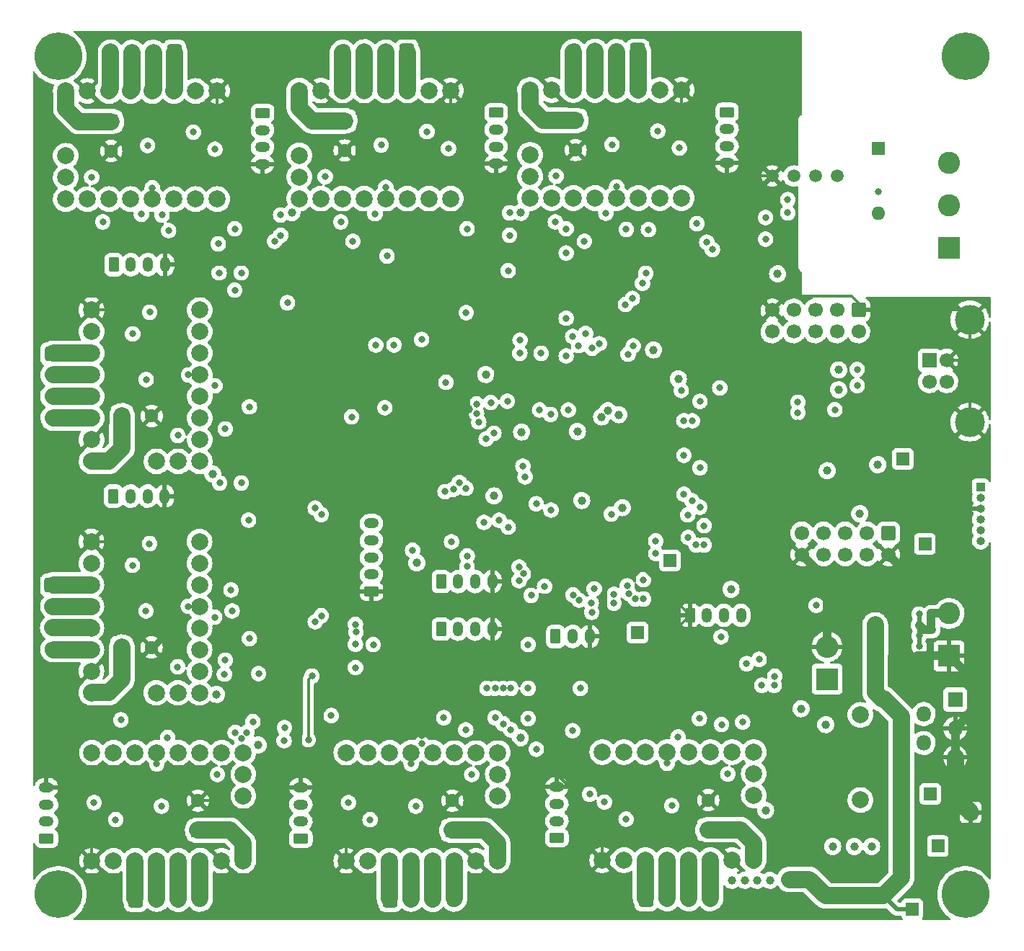
<source format=gbr>
%TF.GenerationSoftware,KiCad,Pcbnew,6.0.10*%
%TF.CreationDate,2023-05-02T14:48:46+03:00*%
%TF.ProjectId,multistepper,6d756c74-6973-4746-9570-7065722e6b69,rev?*%
%TF.SameCoordinates,Original*%
%TF.FileFunction,Copper,L2,Inr*%
%TF.FilePolarity,Positive*%
%FSLAX46Y46*%
G04 Gerber Fmt 4.6, Leading zero omitted, Abs format (unit mm)*
G04 Created by KiCad (PCBNEW 6.0.10) date 2023-05-02 14:48:46*
%MOMM*%
%LPD*%
G01*
G04 APERTURE LIST*
G04 Aperture macros list*
%AMRoundRect*
0 Rectangle with rounded corners*
0 $1 Rounding radius*
0 $2 $3 $4 $5 $6 $7 $8 $9 X,Y pos of 4 corners*
0 Add a 4 corners polygon primitive as box body*
4,1,4,$2,$3,$4,$5,$6,$7,$8,$9,$2,$3,0*
0 Add four circle primitives for the rounded corners*
1,1,$1+$1,$2,$3*
1,1,$1+$1,$4,$5*
1,1,$1+$1,$6,$7*
1,1,$1+$1,$8,$9*
0 Add four rect primitives between the rounded corners*
20,1,$1+$1,$2,$3,$4,$5,0*
20,1,$1+$1,$4,$5,$6,$7,0*
20,1,$1+$1,$6,$7,$8,$9,0*
20,1,$1+$1,$8,$9,$2,$3,0*%
G04 Aperture macros list end*
%TA.AperFunction,ComponentPad*%
%ADD10RoundRect,0.250000X-0.350000X-0.625000X0.350000X-0.625000X0.350000X0.625000X-0.350000X0.625000X0*%
%TD*%
%TA.AperFunction,ComponentPad*%
%ADD11O,1.200000X1.750000*%
%TD*%
%TA.AperFunction,ComponentPad*%
%ADD12RoundRect,0.250000X0.625000X-0.350000X0.625000X0.350000X-0.625000X0.350000X-0.625000X-0.350000X0*%
%TD*%
%TA.AperFunction,ComponentPad*%
%ADD13O,1.750000X1.200000*%
%TD*%
%TA.AperFunction,ComponentPad*%
%ADD14RoundRect,0.250000X-0.625000X0.350000X-0.625000X-0.350000X0.625000X-0.350000X0.625000X0.350000X0*%
%TD*%
%TA.AperFunction,ComponentPad*%
%ADD15RoundRect,0.250000X0.600000X0.725000X-0.600000X0.725000X-0.600000X-0.725000X0.600000X-0.725000X0*%
%TD*%
%TA.AperFunction,ComponentPad*%
%ADD16O,1.700000X1.950000*%
%TD*%
%TA.AperFunction,ComponentPad*%
%ADD17RoundRect,0.250000X-0.725000X0.600000X-0.725000X-0.600000X0.725000X-0.600000X0.725000X0.600000X0*%
%TD*%
%TA.AperFunction,ComponentPad*%
%ADD18O,1.950000X1.700000*%
%TD*%
%TA.AperFunction,ComponentPad*%
%ADD19RoundRect,0.250000X-0.600000X0.600000X-0.600000X-0.600000X0.600000X-0.600000X0.600000X0.600000X0*%
%TD*%
%TA.AperFunction,ComponentPad*%
%ADD20C,1.700000*%
%TD*%
%TA.AperFunction,ComponentPad*%
%ADD21C,5.600000*%
%TD*%
%TA.AperFunction,ComponentPad*%
%ADD22R,1.600000X1.600000*%
%TD*%
%TA.AperFunction,ComponentPad*%
%ADD23O,1.600000X1.600000*%
%TD*%
%TA.AperFunction,ComponentPad*%
%ADD24C,1.600000*%
%TD*%
%TA.AperFunction,ComponentPad*%
%ADD25C,2.000000*%
%TD*%
%TA.AperFunction,ComponentPad*%
%ADD26R,2.600000X2.600000*%
%TD*%
%TA.AperFunction,ComponentPad*%
%ADD27C,2.600000*%
%TD*%
%TA.AperFunction,ComponentPad*%
%ADD28R,1.500000X1.500000*%
%TD*%
%TA.AperFunction,ComponentPad*%
%ADD29R,1.000000X1.000000*%
%TD*%
%TA.AperFunction,ComponentPad*%
%ADD30O,1.000000X1.000000*%
%TD*%
%TA.AperFunction,ComponentPad*%
%ADD31RoundRect,0.250000X-0.600000X-0.725000X0.600000X-0.725000X0.600000X0.725000X-0.600000X0.725000X0*%
%TD*%
%TA.AperFunction,ComponentPad*%
%ADD32C,1.500000*%
%TD*%
%TA.AperFunction,ComponentPad*%
%ADD33O,2.600000X2.600000*%
%TD*%
%TA.AperFunction,ComponentPad*%
%ADD34R,1.800000X1.800000*%
%TD*%
%TA.AperFunction,ComponentPad*%
%ADD35O,1.800000X1.800000*%
%TD*%
%TA.AperFunction,ComponentPad*%
%ADD36R,1.700000X1.700000*%
%TD*%
%TA.AperFunction,ComponentPad*%
%ADD37C,3.500000*%
%TD*%
%TA.AperFunction,ViaPad*%
%ADD38C,1.000000*%
%TD*%
%TA.AperFunction,ViaPad*%
%ADD39C,0.800000*%
%TD*%
%TA.AperFunction,Conductor*%
%ADD40C,0.300000*%
%TD*%
%TA.AperFunction,Conductor*%
%ADD41C,0.500000*%
%TD*%
%TA.AperFunction,Conductor*%
%ADD42C,1.000000*%
%TD*%
%TA.AperFunction,Conductor*%
%ADD43C,2.000000*%
%TD*%
G04 APERTURE END LIST*
D10*
%TO.N,Net-(J26-Pad1)*%
%TO.C,J26*%
X65472000Y-93687600D03*
D11*
%TO.N,M7_L0*%
X67472000Y-93687600D03*
%TO.N,M7_L1*%
X69472000Y-93687600D03*
%TO.N,GND*%
X71472000Y-93687600D03*
%TD*%
D12*
%TO.N,Net-(J24-Pad1)*%
%TO.C,J24*%
X57604925Y-133934000D03*
D13*
%TO.N,M6_L0*%
X57604925Y-131934000D03*
%TO.N,M6_L1*%
X57604925Y-129934000D03*
%TO.N,GND*%
X57604925Y-127934000D03*
%TD*%
D12*
%TO.N,Net-(J22-Pad1)*%
%TO.C,J22*%
X87466000Y-133934000D03*
D13*
%TO.N,M5_L0*%
X87466000Y-131934000D03*
%TO.N,M5_L1*%
X87466000Y-129934000D03*
%TO.N,GND*%
X87466000Y-127934000D03*
%TD*%
D12*
%TO.N,Net-(J20-Pad1)*%
%TO.C,J20*%
X117526000Y-133874000D03*
D13*
%TO.N,M4_L0*%
X117526000Y-131874000D03*
%TO.N,M4_L1*%
X117526000Y-129874000D03*
%TO.N,GND*%
X117526000Y-127874000D03*
%TD*%
D14*
%TO.N,Net-(J18-Pad1)*%
%TO.C,J18*%
X137500450Y-48566000D03*
D13*
%TO.N,M3_L0*%
X137500450Y-50566000D03*
%TO.N,M3_L1*%
X137500450Y-52566000D03*
%TO.N,GND*%
X137500450Y-54566000D03*
%TD*%
D14*
%TO.N,Net-(J16-Pad1)*%
%TO.C,J16*%
X110395075Y-48627827D03*
D13*
%TO.N,M2_L0*%
X110395075Y-50627827D03*
%TO.N,M2_L1*%
X110395075Y-52627827D03*
%TO.N,GND*%
X110395075Y-54627827D03*
%TD*%
D14*
%TO.N,Net-(J14-Pad1)*%
%TO.C,J14*%
X82974000Y-48689654D03*
D13*
%TO.N,M1_L0*%
X82974000Y-50689654D03*
%TO.N,M1_L1*%
X82974000Y-52689654D03*
%TO.N,GND*%
X82974000Y-54689654D03*
%TD*%
D10*
%TO.N,Net-(J11-Pad1)*%
%TO.C,J11*%
X65500000Y-66500000D03*
D11*
%TO.N,M0_L0*%
X67500000Y-66500000D03*
%TO.N,M0_L1*%
X69500000Y-66500000D03*
%TO.N,GND*%
X71500000Y-66500000D03*
%TD*%
D15*
%TO.N,Net-(J17-Pad1)*%
%TO.C,J17*%
X99921075Y-41501827D03*
D16*
%TO.N,Net-(J17-Pad2)*%
X97421075Y-41501827D03*
%TO.N,Net-(J17-Pad3)*%
X94921075Y-41501827D03*
%TO.N,Net-(J17-Pad4)*%
X92421075Y-41501827D03*
%TD*%
D17*
%TO.N,Net-(J12-Pad1)*%
%TO.C,J12*%
X58374000Y-76974000D03*
D18*
%TO.N,Net-(J12-Pad2)*%
X58374000Y-79474000D03*
%TO.N,Net-(J12-Pad3)*%
X58374000Y-81974000D03*
%TO.N,Net-(J12-Pad4)*%
X58374000Y-84474000D03*
%TD*%
D12*
%TO.N,GND*%
%TO.C,J6*%
X95758000Y-104902000D03*
D13*
%TO.N,Net-(J6-Pad2)*%
X95758000Y-102902000D03*
%TO.N,Net-(J6-Pad3)*%
X95758000Y-100902000D03*
%TO.N,Net-(J6-Pad4)*%
X95758000Y-98902000D03*
%TO.N,Net-(J6-Pad5)*%
X95758000Y-96902000D03*
%TD*%
D19*
%TO.N,GND*%
%TO.C,J2*%
X152958800Y-71840700D03*
D20*
%TO.N,Net-(J2-Pad2)*%
X152958800Y-74380700D03*
%TO.N,Net-(J2-Pad3)*%
X150418800Y-71840700D03*
%TO.N,Net-(J2-Pad4)*%
X150418800Y-74380700D03*
%TO.N,Net-(J2-Pad5)*%
X147878800Y-71840700D03*
%TO.N,Net-(J2-Pad6)*%
X147878800Y-74380700D03*
%TO.N,Net-(J2-Pad7)*%
X145338800Y-71840700D03*
%TO.N,Net-(J2-Pad8)*%
X145338800Y-74380700D03*
%TO.N,GND*%
X142798800Y-71840700D03*
%TO.N,Net-(J2-Pad10)*%
X142798800Y-74380700D03*
%TD*%
D21*
%TO.N,N/C*%
%TO.C,H4*%
X165500000Y-140500000D03*
%TD*%
D22*
%TO.N,Net-(R18-Pad1)*%
%TO.C,SW3*%
X155295600Y-52832000D03*
D23*
%TO.N,/CANL*%
X155295600Y-60452000D03*
%TD*%
D22*
%TO.N,/Motors/Vm*%
%TO.C,C24*%
X105246000Y-132978000D03*
D24*
%TO.N,GND*%
X105246000Y-129478000D03*
%TD*%
D10*
%TO.N,Net-(J4-Pad1)*%
%TO.C,J5*%
X103934000Y-103733600D03*
D11*
%TO.N,ADC2*%
X105934000Y-103733600D03*
%TO.N,ADC3*%
X107934000Y-103733600D03*
%TO.N,GND*%
X109934000Y-103733600D03*
%TD*%
D25*
%TO.N,/Motors/stepper_M5/~{ENx}*%
%TO.C,XX5*%
X140640000Y-123774000D03*
%TO.N,/Motors/stepper_M5/MS1*%
X138100000Y-123774000D03*
%TO.N,/Motors/stepper_M5/MS2*%
X135560000Y-123774000D03*
%TO.N,/Motors/stepper_M5/SPR*%
X133020000Y-123774000D03*
%TO.N,/Motors/stepper_M5/U*%
X130480000Y-123774000D03*
%TO.N,/Motors/stepper_M5/CLK*%
X127940000Y-123774000D03*
%TO.N,/Motors/stepper_M5/STEPx*%
X125400000Y-123774000D03*
%TO.N,/Motors/stepper_M5/DIRx*%
X122860000Y-123774000D03*
%TO.N,GND*%
X122860000Y-136474000D03*
%TO.N,Vio*%
X125400000Y-136474000D03*
%TO.N,Net-(J21-Pad1)*%
X127940000Y-136474000D03*
%TO.N,Net-(J21-Pad2)*%
X130480000Y-136474000D03*
%TO.N,Net-(J21-Pad3)*%
X133020000Y-136474000D03*
%TO.N,Net-(J21-Pad4)*%
X135560000Y-136474000D03*
%TO.N,GND*%
X138100000Y-136474000D03*
%TO.N,/Motors/Vm*%
X140640000Y-136474000D03*
%TO.N,/Motors/DIAG4*%
X140640000Y-126314000D03*
%TO.N,unconnected-(XX5-Pad18)*%
X140640000Y-128854000D03*
%TD*%
D10*
%TO.N,Net-(J13-Pad1)*%
%TO.C,J13*%
X117380000Y-110194000D03*
D11*
%TO.N,Net-(J13-Pad2)*%
X119380000Y-110194000D03*
%TO.N,GND*%
X121380000Y-110194000D03*
%TD*%
D25*
%TO.N,/Motors/stepper_M8/~{ENx}*%
%TO.C,XX8*%
X75572000Y-116801600D03*
%TO.N,/Motors/stepper_M8/MS1*%
X75572000Y-114261600D03*
%TO.N,/Motors/stepper_M8/MS2*%
X75572000Y-111721600D03*
%TO.N,/Motors/stepper_M8/SPR*%
X75572000Y-109181600D03*
%TO.N,/Motors/stepper_M8/U*%
X75572000Y-106641600D03*
%TO.N,/Motors/stepper_M8/CLK*%
X75572000Y-104101600D03*
%TO.N,/Motors/stepper_M8/STEPx*%
X75572000Y-101561600D03*
%TO.N,/Motors/stepper_M8/DIRx*%
X75572000Y-99021600D03*
%TO.N,GND*%
X62872000Y-99021600D03*
%TO.N,Vio*%
X62872000Y-101561600D03*
%TO.N,Net-(J27-Pad1)*%
X62872000Y-104101600D03*
%TO.N,Net-(J27-Pad2)*%
X62872000Y-106641600D03*
%TO.N,Net-(J27-Pad3)*%
X62872000Y-109181600D03*
%TO.N,Net-(J27-Pad4)*%
X62872000Y-111721600D03*
%TO.N,GND*%
X62872000Y-114261600D03*
%TO.N,/Motors/Vm*%
X62872000Y-116801600D03*
%TO.N,/Motors/DIAG7*%
X73032000Y-116801600D03*
%TO.N,unconnected-(XX8-Pad18)*%
X70492000Y-116801600D03*
%TD*%
%TO.N,/Motors/stepper_M3/~{ENx}*%
%TO.C,XX3*%
X87281075Y-58727827D03*
%TO.N,/Motors/stepper_M3/MS1*%
X89821075Y-58727827D03*
%TO.N,/Motors/stepper_M3/MS2*%
X92361075Y-58727827D03*
%TO.N,/Motors/stepper_M3/SPR*%
X94901075Y-58727827D03*
%TO.N,/Motors/stepper_M3/U*%
X97441075Y-58727827D03*
%TO.N,/Motors/stepper_M3/CLK*%
X99981075Y-58727827D03*
%TO.N,/Motors/stepper_M3/STEPx*%
X102521075Y-58727827D03*
%TO.N,/Motors/stepper_M3/DIRx*%
X105061075Y-58727827D03*
%TO.N,GND*%
X105061075Y-46027827D03*
%TO.N,Vio*%
X102521075Y-46027827D03*
%TO.N,Net-(J17-Pad1)*%
X99981075Y-46027827D03*
%TO.N,Net-(J17-Pad2)*%
X97441075Y-46027827D03*
%TO.N,Net-(J17-Pad3)*%
X94901075Y-46027827D03*
%TO.N,Net-(J17-Pad4)*%
X92361075Y-46027827D03*
%TO.N,GND*%
X89821075Y-46027827D03*
%TO.N,/Motors/Vm*%
X87281075Y-46027827D03*
%TO.N,/Motors/DIAG2*%
X87281075Y-56187827D03*
%TO.N,unconnected-(XX3-Pad18)*%
X87281075Y-53647827D03*
%TD*%
D26*
%TO.N,GND*%
%TO.C,J10*%
X163576000Y-112482000D03*
D27*
%TO.N,Net-(J10-Pad2)*%
X163576000Y-107482000D03*
%TD*%
D19*
%TO.N,Net-(J3-Pad1)*%
%TO.C,J3*%
X156464000Y-98044000D03*
D20*
%TO.N,GND*%
X156464000Y-100584000D03*
%TO.N,Net-(J3-Pad3)*%
X153924000Y-98044000D03*
%TO.N,Net-(J3-Pad4)*%
X153924000Y-100584000D03*
%TO.N,Net-(J3-Pad5)*%
X151384000Y-98044000D03*
%TO.N,Net-(J3-Pad6)*%
X151384000Y-100584000D03*
%TO.N,Net-(J3-Pad7)*%
X148844000Y-98044000D03*
%TO.N,Net-(J3-Pad8)*%
X148844000Y-100584000D03*
%TO.N,Net-(J3-Pad9)*%
X146304000Y-98044000D03*
%TO.N,GND*%
X146304000Y-100584000D03*
%TD*%
D28*
%TO.N,GND*%
%TO.C,TP3*%
X166090600Y-130860800D03*
%TD*%
D29*
%TO.N,/MCU base/SWCLK*%
%TO.C,J1*%
X167258600Y-92608400D03*
D30*
%TO.N,/MCU base/SWDIO*%
X167258600Y-93878400D03*
%TO.N,GND*%
X167258600Y-95148400D03*
%TO.N,Net-(J1-Pad4)*%
X167258600Y-96418400D03*
%TO.N,/MCU base/BOOT0*%
X167258600Y-97688400D03*
%TO.N,/MCU base/NRST*%
X167258600Y-98958400D03*
%TD*%
D21*
%TO.N,N/C*%
%TO.C,H1*%
X59000000Y-42000000D03*
%TD*%
D22*
%TO.N,/Motors/Vm*%
%TO.C,C23*%
X135306000Y-132918000D03*
D24*
%TO.N,GND*%
X135306000Y-129418000D03*
%TD*%
D15*
%TO.N,Net-(J19-Pad1)*%
%TO.C,J19*%
X127026450Y-41440000D03*
D16*
%TO.N,Net-(J19-Pad2)*%
X124526450Y-41440000D03*
%TO.N,Net-(J19-Pad3)*%
X122026450Y-41440000D03*
%TO.N,Net-(J19-Pad4)*%
X119526450Y-41440000D03*
%TD*%
D28*
%TO.N,Vdrive*%
%TO.C,TP2*%
X159258000Y-142240000D03*
%TD*%
D21*
%TO.N,N/C*%
%TO.C,H3*%
X59000000Y-140500000D03*
%TD*%
D31*
%TO.N,Net-(J23-Pad1)*%
%TO.C,J23*%
X97940000Y-141060000D03*
D16*
%TO.N,Net-(J23-Pad2)*%
X100440000Y-141060000D03*
%TO.N,Net-(J23-Pad3)*%
X102940000Y-141060000D03*
%TO.N,Net-(J23-Pad4)*%
X105440000Y-141060000D03*
%TD*%
D31*
%TO.N,Net-(J25-Pad1)*%
%TO.C,J25*%
X68078925Y-141060000D03*
D16*
%TO.N,Net-(J25-Pad2)*%
X70578925Y-141060000D03*
%TO.N,Net-(J25-Pad3)*%
X73078925Y-141060000D03*
%TO.N,Net-(J25-Pad4)*%
X75578925Y-141060000D03*
%TD*%
D25*
%TO.N,/Motors/stepper_M4/~{ENx}*%
%TO.C,XX4*%
X114386450Y-58666000D03*
%TO.N,/Motors/stepper_M4/MS1*%
X116926450Y-58666000D03*
%TO.N,/Motors/stepper_M4/MS2*%
X119466450Y-58666000D03*
%TO.N,/Motors/stepper_M4/SPR*%
X122006450Y-58666000D03*
%TO.N,/Motors/stepper_M4/U*%
X124546450Y-58666000D03*
%TO.N,/Motors/stepper_M4/CLK*%
X127086450Y-58666000D03*
%TO.N,/Motors/stepper_M4/STEPx*%
X129626450Y-58666000D03*
%TO.N,/Motors/stepper_M4/DIRx*%
X132166450Y-58666000D03*
%TO.N,GND*%
X132166450Y-45966000D03*
%TO.N,Vio*%
X129626450Y-45966000D03*
%TO.N,Net-(J19-Pad1)*%
X127086450Y-45966000D03*
%TO.N,Net-(J19-Pad2)*%
X124546450Y-45966000D03*
%TO.N,Net-(J19-Pad3)*%
X122006450Y-45966000D03*
%TO.N,Net-(J19-Pad4)*%
X119466450Y-45966000D03*
%TO.N,GND*%
X116926450Y-45966000D03*
%TO.N,/Motors/Vm*%
X114386450Y-45966000D03*
%TO.N,/Motors/DIAG3*%
X114386450Y-56126000D03*
%TO.N,unconnected-(XX4-Pad18)*%
X114386450Y-53586000D03*
%TD*%
D21*
%TO.N,N/C*%
%TO.C,H2*%
X165500000Y-42000000D03*
%TD*%
D31*
%TO.N,Net-(J21-Pad1)*%
%TO.C,J21*%
X128000000Y-141000000D03*
D16*
%TO.N,Net-(J21-Pad2)*%
X130500000Y-141000000D03*
%TO.N,Net-(J21-Pad3)*%
X133000000Y-141000000D03*
%TO.N,Net-(J21-Pad4)*%
X135500000Y-141000000D03*
%TD*%
D22*
%TO.N,/Motors/Vm*%
%TO.C,C21*%
X92615075Y-49583827D03*
D24*
%TO.N,GND*%
X92615075Y-53083827D03*
%TD*%
D22*
%TO.N,/Motors/Vm*%
%TO.C,C22*%
X119720450Y-49522000D03*
D24*
%TO.N,GND*%
X119720450Y-53022000D03*
%TD*%
D32*
%TO.N,GND*%
%TO.C,Q1*%
X142798800Y-56083200D03*
%TO.N,Net-(C10-Pad1)*%
X145338800Y-56083200D03*
%TO.N,Earth*%
X147878800Y-56083200D03*
%TO.N,Net-(C11-Pad1)*%
X150418800Y-56083200D03*
%TD*%
D25*
%TO.N,/Motors/stepper_M6/~{ENx}*%
%TO.C,XX6*%
X110580000Y-123834000D03*
%TO.N,/Motors/stepper_M6/MS1*%
X108040000Y-123834000D03*
%TO.N,/Motors/stepper_M6/MS2*%
X105500000Y-123834000D03*
%TO.N,/Motors/stepper_M6/SPR*%
X102960000Y-123834000D03*
%TO.N,/Motors/stepper_M6/U*%
X100420000Y-123834000D03*
%TO.N,/Motors/stepper_M6/CLK*%
X97880000Y-123834000D03*
%TO.N,/Motors/stepper_M6/STEPx*%
X95340000Y-123834000D03*
%TO.N,/Motors/stepper_M6/DIRx*%
X92800000Y-123834000D03*
%TO.N,GND*%
X92800000Y-136534000D03*
%TO.N,Vio*%
X95340000Y-136534000D03*
%TO.N,Net-(J23-Pad1)*%
X97880000Y-136534000D03*
%TO.N,Net-(J23-Pad2)*%
X100420000Y-136534000D03*
%TO.N,Net-(J23-Pad3)*%
X102960000Y-136534000D03*
%TO.N,Net-(J23-Pad4)*%
X105500000Y-136534000D03*
%TO.N,GND*%
X108040000Y-136534000D03*
%TO.N,/Motors/Vm*%
X110580000Y-136534000D03*
%TO.N,/Motors/DIAG5*%
X110580000Y-126374000D03*
%TO.N,unconnected-(XX6-Pad18)*%
X110580000Y-128914000D03*
%TD*%
D26*
%TO.N,Net-(D26-Pad1)*%
%TO.C,D26*%
X149250400Y-115194400D03*
D33*
%TO.N,GND*%
X149250400Y-111384400D03*
%TD*%
D28*
%TO.N,+3.3VADC*%
%TO.C,TP6*%
X127000000Y-109728000D03*
%TD*%
D22*
%TO.N,/Motors/Vm*%
%TO.C,C19*%
X66456000Y-84280000D03*
D24*
%TO.N,GND*%
X69956000Y-84280000D03*
%TD*%
D34*
%TO.N,Vdrive*%
%TO.C,U5*%
X164287200Y-117602000D03*
D35*
%TO.N,Net-(D26-Pad1)*%
X160587200Y-119302000D03*
%TO.N,GND*%
X164287200Y-121002000D03*
%TO.N,Net-(C17-Pad1)*%
X160587200Y-122702000D03*
%TO.N,GND*%
X164287200Y-124402000D03*
%TD*%
D17*
%TO.N,Net-(J27-Pad1)*%
%TO.C,J27*%
X58346000Y-104161600D03*
D18*
%TO.N,Net-(J27-Pad2)*%
X58346000Y-106661600D03*
%TO.N,Net-(J27-Pad3)*%
X58346000Y-109161600D03*
%TO.N,Net-(J27-Pad4)*%
X58346000Y-111661600D03*
%TD*%
D10*
%TO.N,GND*%
%TO.C,J7*%
X133144000Y-107704800D03*
D11*
%TO.N,Net-(J7-Pad2)*%
X135144000Y-107704800D03*
%TO.N,Net-(J7-Pad3)*%
X137144000Y-107704800D03*
%TO.N,Net-(J7-Pad4)*%
X139144000Y-107704800D03*
%TD*%
D28*
%TO.N,Net-(C17-Pad1)*%
%TO.C,TP4*%
X161366200Y-128701800D03*
%TD*%
D15*
%TO.N,Net-(J15-Pad1)*%
%TO.C,J15*%
X72644000Y-41563654D03*
D16*
%TO.N,Net-(J15-Pad2)*%
X70144000Y-41563654D03*
%TO.N,Net-(J15-Pad3)*%
X67644000Y-41563654D03*
%TO.N,Net-(J15-Pad4)*%
X65144000Y-41563654D03*
%TD*%
D25*
%TO.N,Net-(C17-Pad1)*%
%TO.C,L1*%
X153162000Y-129409200D03*
%TO.N,Net-(D26-Pad1)*%
X153162000Y-119409200D03*
%TD*%
D22*
%TO.N,/Motors/Vm*%
%TO.C,C20*%
X65194000Y-49645654D03*
D24*
%TO.N,GND*%
X65194000Y-53145654D03*
%TD*%
D25*
%TO.N,/Motors/stepper_M2/~{ENx}*%
%TO.C,XX2*%
X59860000Y-58789654D03*
%TO.N,/Motors/stepper_M2/MS1*%
X62400000Y-58789654D03*
%TO.N,/Motors/stepper_M2/MS2*%
X64940000Y-58789654D03*
%TO.N,/Motors/stepper_M2/SPR*%
X67480000Y-58789654D03*
%TO.N,/Motors/stepper_M2/U*%
X70020000Y-58789654D03*
%TO.N,/Motors/stepper_M2/CLK*%
X72560000Y-58789654D03*
%TO.N,/Motors/stepper_M2/STEPx*%
X75100000Y-58789654D03*
%TO.N,/Motors/stepper_M2/DIRx*%
X77640000Y-58789654D03*
%TO.N,GND*%
X77640000Y-46089654D03*
%TO.N,Vio*%
X75100000Y-46089654D03*
%TO.N,Net-(J15-Pad1)*%
X72560000Y-46089654D03*
%TO.N,Net-(J15-Pad2)*%
X70020000Y-46089654D03*
%TO.N,Net-(J15-Pad3)*%
X67480000Y-46089654D03*
%TO.N,Net-(J15-Pad4)*%
X64940000Y-46089654D03*
%TO.N,GND*%
X62400000Y-46089654D03*
%TO.N,/Motors/Vm*%
X59860000Y-46089654D03*
%TO.N,/Motors/DIAG1*%
X59860000Y-56249654D03*
%TO.N,unconnected-(XX2-Pad18)*%
X59860000Y-53709654D03*
%TD*%
D26*
%TO.N,/CANL*%
%TO.C,J9*%
X163576000Y-64516000D03*
D27*
%TO.N,Earth*%
X163576000Y-59516000D03*
%TO.N,/CANH*%
X163576000Y-54516000D03*
%TD*%
D22*
%TO.N,/Motors/Vm*%
%TO.C,C25*%
X75384925Y-132978000D03*
D24*
%TO.N,GND*%
X75384925Y-129478000D03*
%TD*%
D25*
%TO.N,/Motors/stepper_M7/~{ENx}*%
%TO.C,XX7*%
X80718925Y-123834000D03*
%TO.N,/Motors/stepper_M7/MS1*%
X78178925Y-123834000D03*
%TO.N,/Motors/stepper_M7/MS2*%
X75638925Y-123834000D03*
%TO.N,/Motors/stepper_M7/SPR*%
X73098925Y-123834000D03*
%TO.N,/Motors/stepper_M7/U*%
X70558925Y-123834000D03*
%TO.N,/Motors/stepper_M7/CLK*%
X68018925Y-123834000D03*
%TO.N,/Motors/stepper_M7/STEPx*%
X65478925Y-123834000D03*
%TO.N,/Motors/stepper_M7/DIRx*%
X62938925Y-123834000D03*
%TO.N,GND*%
X62938925Y-136534000D03*
%TO.N,Vio*%
X65478925Y-136534000D03*
%TO.N,Net-(J25-Pad1)*%
X68018925Y-136534000D03*
%TO.N,Net-(J25-Pad2)*%
X70558925Y-136534000D03*
%TO.N,Net-(J25-Pad3)*%
X73098925Y-136534000D03*
%TO.N,Net-(J25-Pad4)*%
X75638925Y-136534000D03*
%TO.N,GND*%
X78178925Y-136534000D03*
%TO.N,/Motors/Vm*%
X80718925Y-136534000D03*
%TO.N,/Motors/DIAG6*%
X80718925Y-126374000D03*
%TO.N,unconnected-(XX7-Pad18)*%
X80718925Y-128914000D03*
%TD*%
D10*
%TO.N,Net-(J4-Pad1)*%
%TO.C,J4*%
X103934000Y-109321600D03*
D11*
%TO.N,ADC0*%
X105934000Y-109321600D03*
%TO.N,ADC1*%
X107934000Y-109321600D03*
%TO.N,GND*%
X109934000Y-109321600D03*
%TD*%
D28*
%TO.N,Vio*%
%TO.C,TP8*%
X162255200Y-134823200D03*
%TD*%
%TO.N,+3V3*%
%TO.C,TP5*%
X130810000Y-101244400D03*
%TD*%
D22*
%TO.N,/Motors/Vm*%
%TO.C,C26*%
X66428000Y-111467600D03*
D24*
%TO.N,GND*%
X69928000Y-111467600D03*
%TD*%
D25*
%TO.N,/Motors/stepper_M1/~{ENx}*%
%TO.C,XX1*%
X75600000Y-89614000D03*
%TO.N,/Motors/stepper_M1/MS1*%
X75600000Y-87074000D03*
%TO.N,/Motors/stepper_M1/MS2*%
X75600000Y-84534000D03*
%TO.N,/Motors/stepper_M1/SPR*%
X75600000Y-81994000D03*
%TO.N,/Motors/stepper_M1/U*%
X75600000Y-79454000D03*
%TO.N,/Motors/stepper_M1/CLK*%
X75600000Y-76914000D03*
%TO.N,/Motors/stepper_M1/STEPx*%
X75600000Y-74374000D03*
%TO.N,/Motors/stepper_M1/DIRx*%
X75600000Y-71834000D03*
%TO.N,GND*%
X62900000Y-71834000D03*
%TO.N,Vio*%
X62900000Y-74374000D03*
%TO.N,Net-(J12-Pad1)*%
X62900000Y-76914000D03*
%TO.N,Net-(J12-Pad2)*%
X62900000Y-79454000D03*
%TO.N,Net-(J12-Pad3)*%
X62900000Y-81994000D03*
%TO.N,Net-(J12-Pad4)*%
X62900000Y-84534000D03*
%TO.N,GND*%
X62900000Y-87074000D03*
%TO.N,/Motors/Vm*%
X62900000Y-89614000D03*
%TO.N,/Motors/DIAG0*%
X73060000Y-89614000D03*
%TO.N,unconnected-(XX1-Pad18)*%
X70520000Y-89614000D03*
%TD*%
D36*
%TO.N,/VB*%
%TO.C,J8*%
X161290000Y-77730000D03*
D20*
%TO.N,Net-(J8-Pad2)*%
X161290000Y-80230000D03*
%TO.N,Net-(J8-Pad3)*%
X163290000Y-80230000D03*
%TO.N,GND*%
X163290000Y-77730000D03*
D37*
X166000000Y-72960000D03*
X166000000Y-85000000D03*
%TD*%
D28*
%TO.N,Net-(D22-Pad1)*%
%TO.C,TP1*%
X158167500Y-89348000D03*
%TD*%
%TO.N,+5V*%
%TO.C,TP7*%
X160731200Y-99314000D03*
%TD*%
D38*
%TO.N,GND*%
X145821000Y-85217000D03*
D39*
X99669600Y-72034400D03*
X121412000Y-121909100D03*
X88493600Y-74930000D03*
D38*
X94488000Y-93472000D03*
D39*
X114401600Y-84328000D03*
D38*
X127863600Y-75285600D03*
D39*
X142033000Y-66040000D03*
D38*
X117683600Y-89306400D03*
X115112800Y-92863500D03*
D39*
X101650800Y-121818400D03*
D38*
X113538000Y-95504000D03*
X149910800Y-137749000D03*
D39*
X125120400Y-65887600D03*
D38*
X116332000Y-72440800D03*
X152450000Y-137174000D03*
D39*
X77978000Y-56184800D03*
X89458800Y-64871600D03*
D38*
X135585200Y-87426800D03*
D39*
X161086800Y-114503200D03*
X130454400Y-112369600D03*
D38*
X126136400Y-101193600D03*
X135940800Y-98196400D03*
X150063200Y-130860800D03*
D39*
X86715600Y-109321600D03*
D38*
X107137200Y-83515200D03*
D39*
X127457200Y-65328800D03*
D38*
X130810000Y-99364800D03*
X123734800Y-86868000D03*
X159004000Y-114503200D03*
X157276800Y-77012800D03*
D39*
X86664800Y-119278400D03*
D38*
X133578600Y-80975200D03*
X99110800Y-89357200D03*
D39*
X121056400Y-68427600D03*
%TO.N,/MCU base/NRST*%
X113538000Y-90170000D03*
X97332800Y-83312000D03*
%TO.N,/MCU base/BOOT0*%
X116789200Y-84099400D03*
X150164800Y-83548000D03*
D38*
%TO.N,+3V3*%
X150600000Y-78870400D03*
D39*
X129133600Y-98958400D03*
D38*
X153085800Y-95758000D03*
D39*
X129133600Y-100431600D03*
D38*
X150600000Y-81200000D03*
D39*
%TO.N,/MCU base/BTN1*%
X133432503Y-84836000D03*
X136652000Y-80975189D03*
%TO.N,/MCU base/BTN2_SDA*%
X132433000Y-84836000D03*
%TO.N,/MCU base/SWDIO*%
X145821400Y-83870800D03*
X134333000Y-82561000D03*
%TO.N,/MCU base/BTN3_SCL*%
X132130800Y-81280000D03*
D38*
%TO.N,/MCU base/SWCLK*%
X128879600Y-76504800D03*
D39*
X145821000Y-82677000D03*
D38*
X131792223Y-79925423D03*
D39*
%TO.N,M4_L0*%
X132435600Y-88900000D03*
X119380000Y-121259600D03*
X143103600Y-114858800D03*
%TO.N,M4_L1*%
X134333000Y-90361500D03*
X121361200Y-128727200D03*
%TO.N,/MCU base/BTN4*%
X122508007Y-75782947D03*
%TO.N,/MCU base/BTN5*%
X121666000Y-76327000D03*
%TO.N,/MCU base/BTN6*%
X120904000Y-74574400D03*
%TO.N,M3_L1*%
X135788400Y-64719200D03*
X125882400Y-77012800D03*
X127579800Y-68681600D03*
%TO.N,M3_L0*%
X126492000Y-76036700D03*
X135128000Y-63855600D03*
X127965200Y-67513200D03*
%TO.N,M2_L1*%
X120079500Y-75996800D03*
%TO.N,M2_L0*%
X119380000Y-74930000D03*
%TO.N,M1_L0*%
X113205734Y-75363866D03*
X113182400Y-76911200D03*
%TO.N,M1_L1*%
X115671600Y-76911200D03*
%TO.N,/MCU base/SCRN_DCRS*%
X134808000Y-99435500D03*
%TO.N,/MCU base/SCRN_SCK*%
X133858000Y-99435500D03*
%TO.N,/MCU base/SCRN_MISO*%
X132943600Y-98552000D03*
%TO.N,/MCU base/SCRN_MOSI*%
X134808000Y-97160500D03*
%TO.N,/MCU base/SCRN_RST*%
X132892800Y-95910400D03*
%TO.N,/MCU base/SCRN_CS*%
X134315200Y-94996000D03*
%TO.N,M6_L1*%
X121564400Y-106273600D03*
X127696000Y-105785500D03*
X124216900Y-106273600D03*
%TO.N,M6_L0*%
X121909100Y-104597200D03*
X126746000Y-105785500D03*
X124216900Y-105237706D03*
%TO.N,M5_L1*%
X133400800Y-94234000D03*
%TO.N,M5_L0*%
X132435600Y-93472000D03*
%TO.N,/MCU base/A0*%
X105156000Y-99060000D03*
%TO.N,/MCU base/A1*%
X108966000Y-96774000D03*
%TO.N,/MCU base/A2*%
X110744000Y-96520000D03*
%TO.N,/MCU base/A3*%
X111815000Y-97337000D03*
%TO.N,/MCU base/A4*%
X116840000Y-95331600D03*
%TO.N,/MCU base/A5*%
X113792000Y-91440000D03*
%TO.N,ADC4*%
X121617266Y-107342466D03*
X147980400Y-106527600D03*
%TO.N,+5V*%
X144627600Y-60401200D03*
X136804400Y-110236000D03*
D38*
X146202400Y-118668800D03*
X122783600Y-84378800D03*
X149098000Y-120548400D03*
X137972800Y-104648000D03*
X155197900Y-90003120D03*
X120446800Y-94202100D03*
X143446500Y-67576700D03*
X123494800Y-83667600D03*
D39*
%TO.N,ADC0*%
X107004000Y-100722000D03*
D38*
%TO.N,Vdrive*%
X147167600Y-138734800D03*
X145999200Y-138734800D03*
D39*
X154905000Y-111379000D03*
D38*
X144743000Y-138836400D03*
D39*
X154905000Y-110109000D03*
X154905000Y-108839000D03*
D38*
X149088128Y-140655328D03*
D39*
X154889200Y-112268000D03*
%TO.N,ADC1*%
X106982978Y-101953778D03*
%TO.N,MUL0*%
X109778800Y-82702400D03*
%TO.N,MUL1*%
X108102400Y-82854800D03*
%TO.N,MUL2*%
X108102400Y-83972400D03*
%TO.N,MUL_EN*%
X108356400Y-84988400D03*
%TO.N,M1_DIR*%
X71944000Y-62483654D03*
X77774800Y-64047900D03*
D38*
%TO.N,+3.3VADC*%
X101092000Y-101549200D03*
X110134400Y-93675200D03*
D39*
%TO.N,USART3_TX*%
X123901200Y-95808800D03*
%TO.N,M6_STEP*%
X93882532Y-113842800D03*
X93878400Y-111099600D03*
%TO.N,M5_DIR*%
X141274800Y-112877600D03*
X139801600Y-113385600D03*
%TO.N,USB_DM*%
X152786500Y-80712000D03*
%TO.N,USB_DP*%
X152786500Y-78812000D03*
%TO.N,M4_DIR*%
X141579600Y-115925600D03*
X143052800Y-115925600D03*
%TO.N,CAN_RX*%
X125577600Y-71170800D03*
X142033000Y-60960000D03*
%TO.N,CAN_TX*%
X126390400Y-70459600D03*
X142033000Y-63500000D03*
%TO.N,USART2_TX*%
X118872000Y-83566000D03*
%TO.N,M3_STEP*%
X128270000Y-62382400D03*
X125670450Y-62360000D03*
%TO.N,Net-(C10-Pad1)*%
X144627600Y-58864700D03*
%TO.N,/MCU base/MOT_MUL0*%
X104394000Y-93167200D03*
%TO.N,/MCU base/MOT_MUL1*%
X105359802Y-92889531D03*
%TO.N,/MCU base/MOT_MUL2*%
X106070400Y-92100400D03*
%TO.N,/MCU base/MOT_MUL_EN*%
X106832400Y-92760800D03*
%TO.N,/MCU base/OUT1*%
X125780800Y-104241600D03*
%TO.N,/MCU base/OUT0*%
X127696000Y-103510500D03*
%TO.N,/MCU base/OUT2*%
X125964204Y-105122384D03*
%TO.N,/CANH*%
X155295600Y-57938000D03*
D38*
%TO.N,Net-(J10-Pad2)*%
X161544000Y-109423200D03*
X161482400Y-107482000D03*
D39*
X160055000Y-107569000D03*
X160070800Y-110083600D03*
X160070800Y-108864400D03*
X160070800Y-111353600D03*
D38*
%TO.N,/Motors/Vm*%
X142544800Y-138836400D03*
X139598400Y-138836400D03*
X138074400Y-138836400D03*
X141020800Y-138836400D03*
D39*
%TO.N,/Motors/USART0-3*%
X79705200Y-62280800D03*
X118618000Y-62280800D03*
X133959600Y-61671200D03*
X104807075Y-52853827D03*
X118618000Y-77216000D03*
X131912450Y-52792000D03*
X118618000Y-72796400D03*
X79705200Y-69494400D03*
X106984800Y-62280800D03*
X77386000Y-52915654D03*
X69726000Y-72088000D03*
X118618000Y-65125600D03*
%TO.N,/Motors/MOSI*%
X117434450Y-56094000D03*
X78587600Y-85801200D03*
X80467200Y-122174000D03*
X77670925Y-126406000D03*
X113095200Y-103625600D03*
X136855200Y-120548400D03*
X107532000Y-126406000D03*
X78587600Y-112979200D03*
X112115600Y-116281200D03*
X106832400Y-121158000D03*
X73028000Y-86566000D03*
X73000000Y-113753600D03*
X62908000Y-56217654D03*
X117348000Y-61468000D03*
X112115600Y-121158000D03*
X92151200Y-61468000D03*
X64211200Y-61468000D03*
X137592000Y-126346000D03*
X90329075Y-56155827D03*
%TO.N,/Motors/SCK*%
X110286800Y-119735600D03*
X84378800Y-63754000D03*
X81432400Y-83210400D03*
X81432400Y-110439200D03*
X69278500Y-107186499D03*
X93573600Y-63754000D03*
X100964899Y-130127500D03*
X96896176Y-52434327D03*
X69475101Y-52496154D03*
X120751600Y-63754000D03*
X131024899Y-130067500D03*
X81838800Y-120192800D03*
X134264400Y-119837200D03*
X69306500Y-79998899D03*
X110286800Y-116281200D03*
X104241600Y-119735600D03*
X71103824Y-130127500D03*
X113095200Y-102025600D03*
X124001551Y-52372500D03*
%TO.N,/Motors/MISO*%
X111201200Y-116281200D03*
X111963200Y-60401200D03*
X81127600Y-121462800D03*
X80467200Y-92151200D03*
X111963200Y-63042800D03*
X113588800Y-102819200D03*
X85090000Y-60655200D03*
X77876400Y-67462400D03*
X77927200Y-92151200D03*
X111201200Y-120446800D03*
X85496400Y-122428000D03*
X79756000Y-121462800D03*
X80467200Y-67462400D03*
X85547200Y-120904000D03*
X115112800Y-123444000D03*
X85090000Y-63042800D03*
%TO.N,/Motors/USART4-7*%
X63192925Y-129708000D03*
X82499200Y-114554000D03*
X93054000Y-129708000D03*
X78486000Y-114604800D03*
X91033600Y-119481600D03*
X123114000Y-129648000D03*
X66344800Y-119989600D03*
X120294400Y-116281200D03*
X81330800Y-96520000D03*
X69698000Y-99275600D03*
%TO.N,/Motors/DIAG4*%
X95961200Y-111150400D03*
X114147600Y-119848100D03*
X139344400Y-120243600D03*
X114147600Y-116281200D03*
X96266000Y-75946000D03*
X114147600Y-111150400D03*
X98399600Y-75931500D03*
%TO.N,/Motors/DIAG6*%
X93929200Y-109677200D03*
X88341200Y-122326400D03*
X88773000Y-114833400D03*
%TO.N,/Motors/DIAG7*%
X93878400Y-108762800D03*
%TO.N,/Motors/DIAG5*%
X109321600Y-116281200D03*
%TO.N,/Motors/DIAG3*%
X104495600Y-80314800D03*
X106881134Y-72138066D03*
X111810800Y-67208400D03*
%TO.N,/Motors/DIAG0*%
X93421200Y-84378800D03*
%TO.N,/Motors/DIAG1*%
X85902800Y-70967600D03*
%TO.N,/Motors/DIAG2*%
X97586800Y-65481200D03*
%TO.N,/Motors/stepper_M1/U*%
X74279200Y-79454000D03*
X67726000Y-74628000D03*
%TO.N,/Motors/stepper_M1/~{ENx}*%
X77378000Y-80724000D03*
%TO.N,/MCU base/USART1_RX*%
X114503200Y-105359200D03*
%TO.N,/MCU base/USART1_TX*%
X116078000Y-104292400D03*
%TO.N,M0_L1*%
X110134400Y-86309200D03*
%TO.N,M0_L0*%
X109220000Y-86969600D03*
%TO.N,M7_L0*%
X89865200Y-107746800D03*
X89865200Y-95859600D03*
X119430800Y-105308400D03*
%TO.N,M7_L1*%
X89154000Y-95097600D03*
X89154000Y-108458000D03*
X120142000Y-105918000D03*
%TO.N,M7_DIR*%
X79400400Y-107188000D03*
X79266000Y-104717600D03*
D38*
%TO.N,MCU3v3*%
X149275800Y-90703400D03*
X113385600Y-86156800D03*
D39*
X115112800Y-94588500D03*
D38*
X119938800Y-86106000D03*
X124815600Y-84124800D03*
D39*
X115493800Y-83566000D03*
D38*
X109169200Y-79400400D03*
X125222000Y-95046800D03*
D39*
X100584000Y-100056000D03*
%TO.N,/Motors/stepper_M2/U*%
X70020000Y-57468854D03*
X74846000Y-50915654D03*
%TO.N,/Motors/stepper_M2/STEPx*%
X71170800Y-60655200D03*
%TO.N,/Motors/stepper_M2/~{ENx}*%
X68750000Y-60567654D03*
%TO.N,/Motors/stepper_M3/U*%
X97441075Y-57407027D03*
X102267075Y-50853827D03*
%TO.N,/Motors/stepper_M3/~{ENx}*%
X96171075Y-60505827D03*
%TO.N,/Motors/stepper_M4/U*%
X129372450Y-50792000D03*
X124546450Y-57345200D03*
%TO.N,/Motors/stepper_M4/~{ENx}*%
X123276450Y-60444000D03*
%TO.N,/Motors/stepper_M5/U*%
X125654000Y-131648000D03*
X130480000Y-125094800D03*
%TO.N,/Motors/stepper_M5/~{ENx}*%
X131750000Y-121996000D03*
%TO.N,/Motors/stepper_M6/U*%
X95594000Y-131708000D03*
X100420000Y-125154800D03*
%TO.N,/Motors/stepper_M6/~{ENx}*%
X101690000Y-122783600D03*
%TO.N,/Motors/stepper_M7/U*%
X65732925Y-131708000D03*
X70558925Y-125154800D03*
%TO.N,/Motors/stepper_M7/~{ENx}*%
X71828925Y-122056000D03*
%TO.N,/Motors/stepper_M8/U*%
X67698000Y-101815600D03*
X74251200Y-106641600D03*
%TO.N,/Motors/stepper_M8/~{ENx}*%
X77350000Y-107911600D03*
%TO.N,/MCU base/Diagn*%
X111709200Y-82550000D03*
D38*
%TO.N,Vio*%
X77114400Y-91084400D03*
X82448400Y-122936000D03*
X149910800Y-134874000D03*
X86410800Y-60401200D03*
X113284000Y-60350400D03*
X142036800Y-130606800D03*
X77571600Y-116992400D03*
X154482800Y-134874000D03*
D39*
X101650800Y-75285600D03*
D38*
X152450000Y-134874000D03*
X113233200Y-122123200D03*
%TD*%
D40*
%TO.N,GND*%
X117526000Y-126374000D02*
X117526000Y-127874000D01*
X87466000Y-126434000D02*
X87466000Y-127934000D01*
X60856125Y-127745600D02*
X60667725Y-127934000D01*
X60667725Y-127934000D02*
X57604925Y-127934000D01*
X72972000Y-93687600D02*
X71472000Y-93687600D01*
X73000000Y-66500000D02*
X71500000Y-66500000D01*
X82860346Y-56189654D02*
X82974000Y-56189654D01*
X81034400Y-56189654D02*
X82860346Y-56189654D01*
X82860346Y-56189654D02*
X82974000Y-56076000D01*
X82974000Y-56076000D02*
X82974000Y-54689654D01*
X110395075Y-56127827D02*
X110395075Y-54627827D01*
X137500450Y-56066000D02*
X137500450Y-54566000D01*
X62900000Y-71834000D02*
X64830400Y-71834000D01*
D41*
X150063200Y-130860800D02*
X150899911Y-130024089D01*
D40*
X103149400Y-121793000D02*
X101676200Y-121793000D01*
X133197600Y-83667600D02*
X134442200Y-83667600D01*
X130032850Y-54754400D02*
X134249250Y-54754400D01*
X93902000Y-104902000D02*
X95758000Y-104902000D01*
X112297600Y-61802400D02*
X110702400Y-61802400D01*
X123926600Y-98577400D02*
X126136400Y-100787200D01*
X127446311Y-65317911D02*
X127457200Y-65328800D01*
X149910800Y-104190800D02*
X153974800Y-104190800D01*
X71660400Y-96938800D02*
X71660400Y-101022800D01*
X122286489Y-64403511D02*
X122286489Y-67197511D01*
X152095200Y-70154800D02*
X144484700Y-70154800D01*
X126045689Y-64555911D02*
X127446311Y-64555911D01*
X83858400Y-93687600D02*
X83870800Y-93675200D01*
X103581200Y-122224800D02*
X111916548Y-122224800D01*
D42*
X159824549Y-112482000D02*
X158463749Y-113842800D01*
D40*
X78763511Y-130163511D02*
X79500000Y-130900000D01*
X92035600Y-114685600D02*
X93989400Y-116639400D01*
X122860000Y-136474000D02*
X122860000Y-134543600D01*
X139801600Y-56083200D02*
X137517650Y-56083200D01*
X166000000Y-77715600D02*
X166000000Y-81605200D01*
X157267300Y-71840700D02*
X164880700Y-71840700D01*
X153974800Y-103073200D02*
X156464000Y-100584000D01*
X64330400Y-48020054D02*
X77640000Y-48020054D01*
X107645200Y-81432400D02*
X111150400Y-81432400D01*
X107137200Y-83515200D02*
X107137200Y-81940400D01*
X105003600Y-95250000D02*
X113284000Y-95250000D01*
X117526000Y-126374000D02*
X121412000Y-122488000D01*
X145821000Y-85217000D02*
X137998200Y-85217000D01*
X133005911Y-64955911D02*
X135050000Y-67000000D01*
X135306000Y-129418000D02*
X132156400Y-132567600D01*
X117602000Y-89204800D02*
X118821200Y-89204800D01*
X109934000Y-109321600D02*
X109934000Y-103733600D01*
X106109600Y-134603600D02*
X92800000Y-134603600D01*
X73000000Y-66500000D02*
X83010000Y-66500000D01*
X83870800Y-92557600D02*
X83870800Y-93675200D01*
X138811000Y-75285600D02*
X139082450Y-75557050D01*
X71688400Y-82547600D02*
X69956000Y-84280000D01*
X79722800Y-54878054D02*
X77963946Y-54878054D01*
X114401600Y-82600800D02*
X114401600Y-84328000D01*
X118870578Y-68427600D02*
X114846489Y-64403511D01*
X79500000Y-130900000D02*
X81596400Y-130900000D01*
X118821200Y-89204800D02*
X118922800Y-89306400D01*
X138100000Y-136474000D02*
X136169600Y-134543600D01*
X71660400Y-110279800D02*
X70713600Y-111226600D01*
X79722800Y-48172454D02*
X77640000Y-46089654D01*
X137200000Y-67000000D02*
X139801600Y-64398400D01*
X133144000Y-107704800D02*
X130454400Y-110394400D01*
X90717200Y-127745600D02*
X90717200Y-134451200D01*
X64802400Y-112331200D02*
X64802400Y-99021600D01*
X81596400Y-130900000D02*
X86062400Y-126434000D01*
X98602800Y-89357200D02*
X99110800Y-89357200D01*
X119329200Y-128177200D02*
X119329200Y-132943200D01*
X109934000Y-103733600D02*
X109934000Y-102054400D01*
X114846489Y-64403511D02*
X115225289Y-64403511D01*
X113665000Y-72313800D02*
X116205000Y-72313800D01*
X135940800Y-98196400D02*
X134196400Y-98196400D01*
X95846489Y-64403511D02*
X114846489Y-64403511D01*
X86727200Y-119340800D02*
X86664800Y-119278400D01*
X132164400Y-97350000D02*
X130810000Y-98704400D01*
X77640000Y-46089654D02*
X77640000Y-48020054D01*
X122286489Y-64403511D02*
X125261911Y-64403511D01*
X113233200Y-81432400D02*
X114401600Y-82600800D01*
X107143875Y-54816227D02*
X107143875Y-48110627D01*
X77455869Y-129478000D02*
X78141380Y-130163511D01*
X62872000Y-114261600D02*
X64802400Y-112331200D01*
D41*
X148132800Y-135971000D02*
X149910800Y-137749000D01*
D40*
X138480800Y-98196400D02*
X138480800Y-90322400D01*
X118922800Y-89306400D02*
X121361200Y-86868000D01*
X108455475Y-56127827D02*
X110395075Y-56127827D01*
X83870800Y-93675200D02*
X83870800Y-104749600D01*
X75384925Y-129478000D02*
X77455869Y-129478000D01*
X166000000Y-81605200D02*
X166000000Y-85000000D01*
X157276800Y-77012800D02*
X157267300Y-77003300D01*
X164880700Y-71840700D02*
X165717497Y-72677497D01*
X134249250Y-54754400D02*
X134249250Y-48048800D01*
X107143875Y-54816227D02*
X108455475Y-56127827D01*
X90717200Y-134451200D02*
X92800000Y-136534000D01*
X133197600Y-83667600D02*
X126917600Y-83667600D01*
X130810000Y-98704400D02*
X130810000Y-99364800D01*
X107143875Y-54816227D02*
X93856027Y-54816227D01*
X133350000Y-97350000D02*
X132164400Y-97350000D01*
D42*
X167081200Y-118208000D02*
X167081200Y-115987200D01*
D40*
X73725363Y-127818438D02*
X65145362Y-127818438D01*
X152958800Y-71840700D02*
X152958800Y-71018400D01*
X113741200Y-98247200D02*
X114071400Y-98577400D01*
X123164600Y-98577400D02*
X123240800Y-98653600D01*
X93856027Y-54816227D02*
X93856027Y-54324779D01*
X115316000Y-85242400D02*
X117602000Y-85242400D01*
X89405600Y-126434000D02*
X87466000Y-126434000D01*
X71660400Y-96938800D02*
X64954800Y-96938800D01*
X87466000Y-119340800D02*
X87466000Y-112940000D01*
X89821075Y-46027827D02*
X91751475Y-47958227D01*
X142062200Y-70739000D02*
X142062200Y-71104100D01*
X87466000Y-112940000D02*
X89763600Y-110642400D01*
X163290000Y-77730000D02*
X165985600Y-77730000D01*
X93856027Y-54324779D02*
X92615075Y-53083827D01*
X136169600Y-134543600D02*
X132156400Y-134543600D01*
X124701400Y-85883800D02*
X126917600Y-83667600D01*
X100527689Y-121406489D02*
X102762889Y-121406489D01*
X77963946Y-54878054D02*
X66485854Y-54878054D01*
X94488000Y-93472000D02*
X92600000Y-95360000D01*
D42*
X158463749Y-113962949D02*
X159004000Y-114503200D01*
D40*
X103149400Y-121793000D02*
X103581200Y-122224800D01*
X133005911Y-64555911D02*
X133005911Y-64955911D01*
X117526000Y-126374000D02*
X119329200Y-128177200D01*
X87466000Y-119340800D02*
X86727200Y-119340800D01*
X89763600Y-110642400D02*
X92035600Y-112914400D01*
X79722800Y-54878054D02*
X81034400Y-56189654D01*
X92600000Y-103600000D02*
X93902000Y-104902000D01*
X60856125Y-127745600D02*
X60856125Y-134451200D01*
X137517650Y-56083200D02*
X137500450Y-56066000D01*
D42*
X164287200Y-121002000D02*
X167081200Y-118208000D01*
D40*
X66485854Y-54878054D02*
X66485854Y-54437508D01*
X110395075Y-61495075D02*
X110395075Y-56127827D01*
X119329200Y-132943200D02*
X122860000Y-136474000D01*
D42*
X164287200Y-124402000D02*
X164287200Y-121002000D01*
D40*
X142033000Y-66040000D02*
X142033000Y-70709800D01*
X119720450Y-53022000D02*
X121410050Y-54711600D01*
D41*
X151942800Y-117345022D02*
X151942800Y-112217200D01*
D40*
X73000000Y-68439600D02*
X73000000Y-66500000D01*
X121412000Y-122488000D02*
X121412000Y-121909100D01*
X123164600Y-98577400D02*
X123926600Y-98577400D01*
X142062200Y-71104100D02*
X142798800Y-71840700D01*
X86538622Y-66500000D02*
X87819311Y-65219311D01*
X83870800Y-104749600D02*
X87579200Y-108458000D01*
D43*
X164287200Y-129057400D02*
X166090600Y-130860800D01*
D40*
X77963946Y-56170746D02*
X77978000Y-56184800D01*
X124701400Y-85901400D02*
X124701400Y-85883800D01*
X129990050Y-54711600D02*
X130032850Y-54754400D01*
X102762889Y-121406489D02*
X103149400Y-121793000D01*
X71688400Y-69751200D02*
X64982800Y-69751200D01*
X124701400Y-85901400D02*
X123734800Y-86868000D01*
X90717200Y-127745600D02*
X104199800Y-127745600D01*
X90717200Y-127745600D02*
X89405600Y-126434000D01*
X127863600Y-75285600D02*
X138811000Y-75285600D01*
D42*
X167081200Y-115987200D02*
X163576000Y-112482000D01*
D40*
X82974000Y-56189654D02*
X82974000Y-66464000D01*
X105061075Y-46027827D02*
X105061075Y-47958227D01*
X64954800Y-96938800D02*
X62872000Y-99021600D01*
X110702400Y-61802400D02*
X110395075Y-61495075D01*
X92800000Y-136534000D02*
X92800000Y-134603600D01*
X137998200Y-85217000D02*
X135712200Y-85217000D01*
X132166450Y-45966000D02*
X132166450Y-47896400D01*
X135560850Y-56066000D02*
X137500450Y-56066000D01*
X71660400Y-101022800D02*
X71660400Y-110279800D01*
X83868000Y-66500000D02*
X83868000Y-74927200D01*
X135712200Y-85217000D02*
X135585200Y-85344000D01*
X125261911Y-64403511D02*
X125893289Y-64403511D01*
X113690400Y-95351600D02*
X113538000Y-95504000D01*
X121361200Y-86868000D02*
X123734800Y-86868000D01*
X133197600Y-81356200D02*
X133578600Y-80975200D01*
X89458800Y-64871600D02*
X88167022Y-64871600D01*
X142033000Y-70709800D02*
X142062200Y-70739000D01*
X123240800Y-110236000D02*
X123198800Y-110194000D01*
X78178925Y-136534000D02*
X76248525Y-134603600D01*
X152958800Y-71840700D02*
X157267300Y-71840700D01*
X62872000Y-99021600D02*
X64802400Y-99021600D01*
X122286489Y-67197511D02*
X121056400Y-68427600D01*
X64982800Y-69751200D02*
X62900000Y-71834000D01*
X133197600Y-83667600D02*
X133197600Y-81356200D01*
D42*
X149250400Y-103530400D02*
X146304000Y-100584000D01*
D41*
X150899911Y-130024089D02*
X150899911Y-118387911D01*
D40*
X83868000Y-74927200D02*
X88490800Y-74927200D01*
X82974000Y-66464000D02*
X83010000Y-66500000D01*
X82974000Y-56189654D02*
X82974000Y-58742400D01*
X114380548Y-124688800D02*
X117526000Y-124688800D01*
D42*
X158463749Y-102583749D02*
X156464000Y-100584000D01*
D40*
X143916400Y-98196400D02*
X146304000Y-100584000D01*
X104199800Y-127745600D02*
X104199800Y-128431800D01*
X114401600Y-84328000D02*
X115316000Y-85242400D01*
X117602000Y-85242400D02*
X117602000Y-89204800D01*
X72972000Y-93687600D02*
X83858400Y-93687600D01*
X144484700Y-70154800D02*
X142798800Y-71840700D01*
X87579200Y-108458000D02*
X89763600Y-110642400D01*
X95760600Y-116639400D02*
X100527689Y-121406489D01*
X157267300Y-77003300D02*
X157267300Y-71840700D01*
X75384925Y-129478000D02*
X73725363Y-127818438D01*
X109934000Y-102054400D02*
X113741200Y-98247200D01*
X93342600Y-65707400D02*
X94542600Y-65707400D01*
X123240800Y-98653600D02*
X123240800Y-110236000D01*
X118922800Y-98552000D02*
X118897400Y-98577400D01*
X123198800Y-110194000D02*
X121380000Y-110194000D01*
X166000000Y-72960000D02*
X166000000Y-75401000D01*
X125893289Y-64403511D02*
X126045689Y-64555911D01*
X64830400Y-85143600D02*
X64830400Y-71834000D01*
X137998200Y-85217000D02*
X137998200Y-76641300D01*
X94542600Y-65707400D02*
X95846489Y-64403511D01*
X118922800Y-89306400D02*
X118922800Y-98552000D01*
X65145362Y-127818438D02*
X65072525Y-127745600D01*
X121056400Y-68427600D02*
X118870578Y-68427600D01*
D41*
X151110000Y-111384400D02*
X149250400Y-111384400D01*
D40*
X79722800Y-54878054D02*
X79722800Y-48172454D01*
X72972000Y-95627200D02*
X72972000Y-93687600D01*
X114071400Y-98577400D02*
X118897400Y-98577400D01*
X127446311Y-64555911D02*
X127446311Y-65317911D01*
X125261911Y-64403511D02*
X125261911Y-65746089D01*
X65072525Y-127745600D02*
X60856125Y-127745600D01*
X62900000Y-87074000D02*
X64830400Y-85143600D01*
X138480800Y-98196400D02*
X143916400Y-98196400D01*
X139801600Y-63808600D02*
X139926700Y-63933700D01*
X101676200Y-121793000D02*
X101650800Y-121818400D01*
X118897400Y-98577400D02*
X123164600Y-98577400D01*
X108040000Y-136534000D02*
X106109600Y-134603600D01*
X107143875Y-48110627D02*
X105061075Y-46027827D01*
X92506800Y-64871600D02*
X93342600Y-65707400D01*
D41*
X151942800Y-112217200D02*
X151110000Y-111384400D01*
D40*
X126632800Y-101193600D02*
X126136400Y-101193600D01*
X104199800Y-128431800D02*
X105246000Y-129478000D01*
X62400000Y-46089654D02*
X64330400Y-48020054D01*
X71660400Y-96938800D02*
X72972000Y-95627200D01*
X138480800Y-90322400D02*
X135585200Y-87426800D01*
X121410050Y-54711600D02*
X129990050Y-54711600D01*
X127446311Y-64555911D02*
X133005911Y-64555911D01*
X135050000Y-67000000D02*
X137200000Y-67000000D01*
X134249250Y-48048800D02*
X132166450Y-45966000D01*
X92035600Y-112914400D02*
X92035600Y-114685600D01*
X116205000Y-72313800D02*
X116332000Y-72440800D01*
X114898711Y-64403511D02*
X112297600Y-61802400D01*
X102285800Y-92532200D02*
X99110800Y-89357200D01*
X135585200Y-84810600D02*
X135585200Y-85344000D01*
X83868000Y-66500000D02*
X86538622Y-66500000D01*
X165985600Y-77730000D02*
X166000000Y-77715600D01*
X116926450Y-45966000D02*
X118856850Y-47896400D01*
X111150400Y-81432400D02*
X111150400Y-74828400D01*
X132156400Y-132567600D02*
X132156400Y-134543600D01*
X146304000Y-100584000D02*
X149910800Y-104190800D01*
X88490800Y-74927200D02*
X88493600Y-74930000D01*
X93989400Y-116639400D02*
X95760600Y-116639400D01*
X134442200Y-83667600D02*
X135585200Y-84810600D01*
X83010000Y-66500000D02*
X83868000Y-66500000D01*
X111150400Y-81432400D02*
X113233200Y-81432400D01*
X125261911Y-65746089D02*
X125120400Y-65887600D01*
X77963946Y-54878054D02*
X77963946Y-56170746D01*
D41*
X148132800Y-132791200D02*
X148132800Y-135971000D01*
D40*
X62938925Y-136534000D02*
X62938925Y-134603600D01*
X88167022Y-64871600D02*
X87819311Y-65219311D01*
D42*
X163576000Y-112482000D02*
X159824549Y-112482000D01*
D40*
X152958800Y-71018400D02*
X152095200Y-70154800D01*
D42*
X149250400Y-111384400D02*
X149250400Y-103530400D01*
D41*
X150063200Y-130860800D02*
X148132800Y-132791200D01*
D40*
X132156400Y-134543600D02*
X122860000Y-134543600D01*
X111150400Y-74828400D02*
X113665000Y-72313800D01*
X78141380Y-130163511D02*
X78763511Y-130163511D01*
D42*
X158463749Y-113842800D02*
X158463749Y-102583749D01*
D40*
X139801600Y-64398400D02*
X139801600Y-63808600D01*
X137998200Y-76641300D02*
X139082450Y-75557050D01*
X71688400Y-69751200D02*
X71688400Y-82547600D01*
X139801600Y-56083200D02*
X139801600Y-63808600D01*
X142798800Y-56083200D02*
X139801600Y-56083200D01*
X92600000Y-95360000D02*
X92600000Y-103600000D01*
D43*
X164287200Y-124402000D02*
X164287200Y-129057400D01*
D40*
X105003600Y-95250000D02*
X102285800Y-92532200D01*
X87466000Y-126434000D02*
X87466000Y-119340800D01*
X94488000Y-93472000D02*
X98602800Y-89357200D01*
X89458800Y-64871600D02*
X92506800Y-64871600D01*
X134196400Y-98196400D02*
X133350000Y-97350000D01*
D41*
X150899911Y-118387911D02*
X151942800Y-117345022D01*
D40*
X66485854Y-54437508D02*
X65194000Y-53145654D01*
X113538000Y-98044000D02*
X113741200Y-98247200D01*
X107137200Y-81940400D02*
X107645200Y-81432400D01*
X126136400Y-100787200D02*
X126136400Y-101193600D01*
X117526000Y-124688800D02*
X117526000Y-126374000D01*
X83868000Y-92554800D02*
X83870800Y-92557600D01*
X135940800Y-98196400D02*
X138480800Y-98196400D01*
X118856850Y-47896400D02*
X132166450Y-47896400D01*
X91751475Y-47958227D02*
X105061075Y-47958227D01*
X166000000Y-75401000D02*
X166000000Y-77715600D01*
X60856125Y-134451200D02*
X62938925Y-136534000D01*
X71688400Y-69751200D02*
X73000000Y-68439600D01*
X113538000Y-95504000D02*
X113538000Y-98044000D01*
X134249250Y-54754400D02*
X135560850Y-56066000D01*
X113284000Y-95250000D02*
X113538000Y-95504000D01*
X135585200Y-85344000D02*
X135585200Y-87426800D01*
X111916548Y-122224800D02*
X114380548Y-124688800D01*
X130454400Y-110394400D02*
X130454400Y-112369600D01*
X93342600Y-65707400D02*
X99669600Y-72034400D01*
X139082450Y-75557050D02*
X142798800Y-71840700D01*
X87579200Y-108458000D02*
X86715600Y-109321600D01*
X115225289Y-64403511D02*
X114898711Y-64403511D01*
D42*
X158463749Y-113842800D02*
X158463749Y-113962949D01*
D40*
X139926700Y-63933700D02*
X142033000Y-66040000D01*
X83868000Y-74927200D02*
X83868000Y-92554800D01*
X76248525Y-134603600D02*
X62938925Y-134603600D01*
X133144000Y-107704800D02*
X126632800Y-101193600D01*
X153974800Y-104190800D02*
X153974800Y-103073200D01*
X86062400Y-126434000D02*
X87466000Y-126434000D01*
D43*
%TO.N,Vdrive*%
X154905000Y-110109000D02*
X154905000Y-111379000D01*
X154905000Y-108839000D02*
X154905000Y-110109000D01*
X145999200Y-138734800D02*
X144844600Y-138734800D01*
X147167600Y-138734800D02*
X145999200Y-138734800D01*
X154905000Y-111379000D02*
X154905000Y-112252200D01*
X155702000Y-117551200D02*
X155956000Y-117551200D01*
X157988000Y-119583200D02*
X157988000Y-138531600D01*
D41*
X159258000Y-142240000D02*
X157429200Y-142240000D01*
X157429200Y-142240000D02*
X155854400Y-140665200D01*
D43*
X155956000Y-117551200D02*
X157988000Y-119583200D01*
X155854400Y-140665200D02*
X149098000Y-140665200D01*
X154889200Y-112268000D02*
X154889200Y-116738400D01*
X149098000Y-140665200D02*
X147167600Y-138734800D01*
X157988000Y-138531600D02*
X155854400Y-140665200D01*
X154889200Y-116738400D02*
X155702000Y-117551200D01*
D42*
%TO.N,Net-(J10-Pad2)*%
X161544000Y-109423200D02*
X160629600Y-109423200D01*
X161482400Y-107482000D02*
X161482400Y-109361600D01*
D41*
X160055000Y-107569000D02*
X160055000Y-111337800D01*
D42*
X160629600Y-109423200D02*
X160070800Y-108864400D01*
X161482400Y-107482000D02*
X163576000Y-107482000D01*
D43*
%TO.N,/Motors/Vm*%
X88827818Y-49600426D02*
X92637818Y-49600426D01*
X62916599Y-89591257D02*
X64948599Y-89591257D01*
X79172182Y-132961401D02*
X75362182Y-132961401D01*
X61406743Y-49662253D02*
X65216743Y-49662253D01*
X59882743Y-48138253D02*
X61406743Y-49662253D01*
X114409193Y-45982599D02*
X114409193Y-48014599D01*
X80696182Y-134485401D02*
X79172182Y-132961401D01*
X87303818Y-46044426D02*
X87303818Y-48076426D01*
X110557257Y-136517401D02*
X110557257Y-134485401D01*
X140617257Y-134425401D02*
X139093257Y-132901401D01*
X110557257Y-134485401D02*
X109033257Y-132961401D01*
X80696182Y-136517401D02*
X80696182Y-134485401D01*
X109033257Y-132961401D02*
X105223257Y-132961401D01*
X139093257Y-132901401D02*
X135283257Y-132901401D01*
X64948599Y-89591257D02*
X66472599Y-88067257D01*
X66444599Y-115254857D02*
X66444599Y-111444857D01*
X140617257Y-136457401D02*
X140617257Y-134425401D01*
X62888599Y-116778857D02*
X64920599Y-116778857D01*
X59882743Y-46106253D02*
X59882743Y-48138253D01*
X114409193Y-48014599D02*
X115933193Y-49538599D01*
X87303818Y-48076426D02*
X88827818Y-49600426D01*
X64920599Y-116778857D02*
X66444599Y-115254857D01*
X115933193Y-49538599D02*
X119743193Y-49538599D01*
X66472599Y-88067257D02*
X66472599Y-84257257D01*
D40*
%TO.N,/Motors/DIAG6*%
X88341200Y-122326400D02*
X88341200Y-115265200D01*
X88341200Y-115265200D02*
X88773000Y-114833400D01*
D43*
%TO.N,Net-(J12-Pad4)*%
X62901827Y-84534000D02*
X58435827Y-84534000D01*
%TO.N,Net-(J12-Pad3)*%
X58375827Y-81974000D02*
X62881827Y-81974000D01*
%TO.N,Net-(J12-Pad2)*%
X62901827Y-79454000D02*
X58395827Y-79454000D01*
%TO.N,Net-(J12-Pad1)*%
X62901827Y-76914000D02*
X58435827Y-76914000D01*
%TO.N,Net-(J15-Pad1)*%
X72644000Y-46003207D02*
X72560000Y-46087207D01*
X72644000Y-41561207D02*
X72644000Y-46003207D01*
%TO.N,Net-(J15-Pad2)*%
X70144000Y-45965654D02*
X70020000Y-46089654D01*
X70144000Y-41563654D02*
X70144000Y-45965654D01*
%TO.N,Net-(J15-Pad3)*%
X67641379Y-41562517D02*
X67641379Y-45924517D01*
X67641379Y-45924517D02*
X67477379Y-46088517D01*
%TO.N,Net-(J15-Pad4)*%
X65137133Y-45849000D02*
X64933133Y-46053000D01*
X65137133Y-41527000D02*
X65137133Y-45849000D01*
%TO.N,Net-(J17-Pad1)*%
X99981075Y-46029654D02*
X99981075Y-41563654D01*
%TO.N,Net-(J17-Pad2)*%
X97441075Y-46029654D02*
X97441075Y-41523654D01*
%TO.N,Net-(J17-Pad3)*%
X94921075Y-41503654D02*
X94921075Y-46009654D01*
%TO.N,Net-(J17-Pad4)*%
X92361075Y-46029654D02*
X92361075Y-41563654D01*
%TO.N,Net-(J19-Pad1)*%
X127086450Y-45967827D02*
X127086450Y-41501827D01*
%TO.N,Net-(J19-Pad2)*%
X124546450Y-45967827D02*
X124546450Y-41461827D01*
%TO.N,Net-(J19-Pad3)*%
X122026450Y-41441827D02*
X122026450Y-45947827D01*
%TO.N,Net-(J19-Pad4)*%
X119466450Y-45967827D02*
X119466450Y-41501827D01*
%TO.N,Net-(J21-Pad1)*%
X127940000Y-136472173D02*
X127940000Y-140938173D01*
%TO.N,Net-(J21-Pad2)*%
X130480000Y-136472173D02*
X130480000Y-140978173D01*
%TO.N,Net-(J21-Pad3)*%
X133000000Y-140998173D02*
X133000000Y-136492173D01*
%TO.N,Net-(J21-Pad4)*%
X135560000Y-136472173D02*
X135560000Y-140938173D01*
%TO.N,Net-(J23-Pad1)*%
X97880000Y-136532173D02*
X97880000Y-140998173D01*
%TO.N,Net-(J23-Pad2)*%
X100420000Y-136532173D02*
X100420000Y-141038173D01*
%TO.N,Net-(J23-Pad3)*%
X102940000Y-141058173D02*
X102940000Y-136552173D01*
%TO.N,Net-(J23-Pad4)*%
X105500000Y-136532173D02*
X105500000Y-140998173D01*
%TO.N,Net-(J25-Pad1)*%
X68018925Y-136532173D02*
X68018925Y-140998173D01*
%TO.N,Net-(J25-Pad2)*%
X70558925Y-136532173D02*
X70558925Y-141038173D01*
%TO.N,Net-(J25-Pad3)*%
X73078925Y-141058173D02*
X73078925Y-136552173D01*
%TO.N,Net-(J25-Pad4)*%
X75638925Y-136532173D02*
X75638925Y-140998173D01*
%TO.N,Net-(J27-Pad1)*%
X62873827Y-104101600D02*
X58407827Y-104101600D01*
%TO.N,Net-(J27-Pad2)*%
X62873827Y-106641600D02*
X58367827Y-106641600D01*
%TO.N,Net-(J27-Pad3)*%
X58347827Y-109161600D02*
X62853827Y-109161600D01*
%TO.N,Net-(J27-Pad4)*%
X62873827Y-111721600D02*
X58407827Y-111721600D01*
%TD*%
%TA.AperFunction,Conductor*%
%TO.N,GND*%
G36*
X146242121Y-39028502D02*
G01*
X146288614Y-39082158D01*
X146300000Y-39134500D01*
X146300000Y-48798393D01*
X146279998Y-48866514D01*
X146240134Y-48905641D01*
X146177092Y-48944515D01*
X146055857Y-49062919D01*
X145963528Y-49205022D01*
X145904598Y-49363908D01*
X145901171Y-49389303D01*
X145883759Y-49518329D01*
X145881934Y-49531849D01*
X145882539Y-49538792D01*
X145891025Y-49636210D01*
X145891500Y-49647145D01*
X145891500Y-54764194D01*
X145871498Y-54832315D01*
X145817842Y-54878808D01*
X145747568Y-54888912D01*
X145732888Y-54885901D01*
X145681021Y-54872003D01*
X145558171Y-54839085D01*
X145338800Y-54819893D01*
X145119429Y-54839085D01*
X144906724Y-54896080D01*
X144849987Y-54922537D01*
X144712134Y-54986818D01*
X144712129Y-54986821D01*
X144707147Y-54989144D01*
X144702640Y-54992300D01*
X144702638Y-54992301D01*
X144531273Y-55112292D01*
X144531270Y-55112294D01*
X144526762Y-55115451D01*
X144371051Y-55271162D01*
X144367894Y-55275670D01*
X144367892Y-55275673D01*
X144250912Y-55442738D01*
X144244744Y-55451547D01*
X144242421Y-55456529D01*
X144242418Y-55456534D01*
X144182719Y-55584560D01*
X144135802Y-55637845D01*
X144067524Y-55657306D01*
X143999564Y-55636764D01*
X143954329Y-55584560D01*
X143894746Y-55456783D01*
X143889266Y-55447293D01*
X143860389Y-55406051D01*
X143849913Y-55397677D01*
X143836466Y-55404745D01*
X143170821Y-56070389D01*
X143163208Y-56084332D01*
X143163339Y-56086166D01*
X143167590Y-56092780D01*
X143837191Y-56762380D01*
X143848961Y-56768807D01*
X143860976Y-56759511D01*
X143889266Y-56719107D01*
X143894746Y-56709617D01*
X143954329Y-56581840D01*
X144001246Y-56528555D01*
X144069524Y-56509094D01*
X144137484Y-56529636D01*
X144182719Y-56581840D01*
X144242418Y-56709866D01*
X144242421Y-56709871D01*
X144244744Y-56714853D01*
X144247900Y-56719360D01*
X144247901Y-56719362D01*
X144350001Y-56865175D01*
X144371051Y-56895238D01*
X144526762Y-57050949D01*
X144531271Y-57054106D01*
X144531273Y-57054108D01*
X144586391Y-57092702D01*
X144707146Y-57177256D01*
X144906724Y-57270320D01*
X145119429Y-57327315D01*
X145338800Y-57346507D01*
X145558171Y-57327315D01*
X145732888Y-57280499D01*
X145803865Y-57282189D01*
X145862661Y-57321983D01*
X145890609Y-57387247D01*
X145891500Y-57402206D01*
X145891500Y-66650633D01*
X145890000Y-66670018D01*
X145887690Y-66684851D01*
X145887690Y-66684855D01*
X145886309Y-66693724D01*
X145887909Y-66705960D01*
X145888274Y-66709055D01*
X145903988Y-66858570D01*
X145953259Y-67010209D01*
X146032981Y-67148291D01*
X146037399Y-67153198D01*
X146037400Y-67153199D01*
X146130410Y-67256497D01*
X146139669Y-67266780D01*
X146174738Y-67292259D01*
X146248061Y-67345532D01*
X146291415Y-67401755D01*
X146300000Y-67447468D01*
X146300000Y-70300000D01*
X147428565Y-70300000D01*
X147496686Y-70320002D01*
X147543179Y-70373658D01*
X147553283Y-70443932D01*
X147523789Y-70508512D01*
X147467710Y-70545765D01*
X147350556Y-70584057D01*
X147317375Y-70601330D01*
X147224788Y-70649528D01*
X147152407Y-70687207D01*
X147148274Y-70690310D01*
X147148271Y-70690312D01*
X146977900Y-70818230D01*
X146973765Y-70821335D01*
X146819429Y-70982838D01*
X146712001Y-71140321D01*
X146657093Y-71185321D01*
X146586568Y-71193492D01*
X146522821Y-71162238D01*
X146502124Y-71137754D01*
X146421622Y-71013317D01*
X146421620Y-71013314D01*
X146418814Y-71008977D01*
X146268470Y-70843751D01*
X146264419Y-70840552D01*
X146264415Y-70840548D01*
X146097214Y-70708500D01*
X146097210Y-70708498D01*
X146093159Y-70705298D01*
X145897589Y-70597338D01*
X145892720Y-70595614D01*
X145892716Y-70595612D01*
X145691887Y-70524495D01*
X145691883Y-70524494D01*
X145687012Y-70522769D01*
X145681919Y-70521862D01*
X145681916Y-70521861D01*
X145472173Y-70484500D01*
X145472167Y-70484499D01*
X145467084Y-70483594D01*
X145393252Y-70482692D01*
X145248881Y-70480928D01*
X145248879Y-70480928D01*
X145243711Y-70480865D01*
X145022891Y-70514655D01*
X144810556Y-70584057D01*
X144777375Y-70601330D01*
X144684788Y-70649528D01*
X144612407Y-70687207D01*
X144608274Y-70690310D01*
X144608271Y-70690312D01*
X144437900Y-70818230D01*
X144433765Y-70821335D01*
X144279429Y-70982838D01*
X144276520Y-70987103D01*
X144276514Y-70987111D01*
X144266731Y-71001452D01*
X144172004Y-71140318D01*
X144171698Y-71140766D01*
X144116787Y-71185769D01*
X144046262Y-71193940D01*
X143982515Y-71162686D01*
X143961817Y-71138201D01*
X143931862Y-71091897D01*
X143921177Y-71082695D01*
X143911612Y-71087098D01*
X143170822Y-71827888D01*
X143163208Y-71841832D01*
X143163339Y-71843665D01*
X143167590Y-71850280D01*
X143909274Y-72591964D01*
X143921284Y-72598523D01*
X143933023Y-72589555D01*
X143966822Y-72542519D01*
X143968077Y-72543421D01*
X144015191Y-72500055D01*
X144085130Y-72487848D01*
X144150567Y-72515391D01*
X144178380Y-72547213D01*
X144236087Y-72641383D01*
X144236091Y-72641388D01*
X144238787Y-72645788D01*
X144385050Y-72814638D01*
X144556926Y-72957332D01*
X144621606Y-72995128D01*
X144630245Y-73000176D01*
X144678969Y-73051814D01*
X144692040Y-73121597D01*
X144665309Y-73187369D01*
X144624855Y-73220727D01*
X144612407Y-73227207D01*
X144608274Y-73230310D01*
X144608271Y-73230312D01*
X144449249Y-73349709D01*
X144433765Y-73361335D01*
X144279429Y-73522838D01*
X144172001Y-73680321D01*
X144117093Y-73725321D01*
X144046568Y-73733492D01*
X143982821Y-73702238D01*
X143962124Y-73677754D01*
X143881622Y-73553317D01*
X143881620Y-73553314D01*
X143878814Y-73548977D01*
X143728470Y-73383751D01*
X143724416Y-73380549D01*
X143724415Y-73380548D01*
X143557214Y-73248500D01*
X143557210Y-73248498D01*
X143553159Y-73245298D01*
X143511369Y-73222229D01*
X143461398Y-73171797D01*
X143446626Y-73102354D01*
X143471742Y-73035948D01*
X143499093Y-73009342D01*
X143548047Y-72974423D01*
X143556448Y-72963723D01*
X143549460Y-72950570D01*
X142811612Y-72212722D01*
X142797668Y-72205108D01*
X142795835Y-72205239D01*
X142789220Y-72209490D01*
X142045537Y-72953173D01*
X142038777Y-72965553D01*
X142044058Y-72972607D01*
X142090769Y-72999903D01*
X142139493Y-73051541D01*
X142152564Y-73121324D01*
X142125833Y-73187096D01*
X142085384Y-73220452D01*
X142072407Y-73227207D01*
X142068274Y-73230310D01*
X142068271Y-73230312D01*
X141909249Y-73349709D01*
X141893765Y-73361335D01*
X141739429Y-73522838D01*
X141613543Y-73707380D01*
X141597803Y-73741290D01*
X141523926Y-73900445D01*
X141519488Y-73910005D01*
X141459789Y-74125270D01*
X141436051Y-74347395D01*
X141436348Y-74352548D01*
X141436348Y-74352551D01*
X141447890Y-74552721D01*
X141448910Y-74570415D01*
X141450047Y-74575461D01*
X141450048Y-74575467D01*
X141463367Y-74634565D01*
X141498022Y-74788339D01*
X141536261Y-74882511D01*
X141578522Y-74986587D01*
X141582066Y-74995316D01*
X141622294Y-75060963D01*
X141696091Y-75181388D01*
X141698787Y-75185788D01*
X141845050Y-75354638D01*
X142016926Y-75497332D01*
X142209800Y-75610038D01*
X142214625Y-75611880D01*
X142214626Y-75611881D01*
X142224986Y-75615837D01*
X142418492Y-75689730D01*
X142423560Y-75690761D01*
X142423563Y-75690762D01*
X142530817Y-75712583D01*
X142637397Y-75734267D01*
X142642572Y-75734457D01*
X142642574Y-75734457D01*
X142855473Y-75742264D01*
X142855477Y-75742264D01*
X142860637Y-75742453D01*
X142865757Y-75741797D01*
X142865759Y-75741797D01*
X143077088Y-75714725D01*
X143077089Y-75714725D01*
X143082216Y-75714068D01*
X143087166Y-75712583D01*
X143291229Y-75651361D01*
X143291234Y-75651359D01*
X143296184Y-75649874D01*
X143496794Y-75551596D01*
X143678660Y-75421873D01*
X143695091Y-75405500D01*
X143793655Y-75307279D01*
X143836896Y-75264189D01*
X143850267Y-75245582D01*
X143967253Y-75082777D01*
X143968576Y-75083728D01*
X144015445Y-75040557D01*
X144085380Y-75028325D01*
X144150826Y-75055844D01*
X144178675Y-75087694D01*
X144193168Y-75111344D01*
X144238787Y-75185788D01*
X144385050Y-75354638D01*
X144556926Y-75497332D01*
X144749800Y-75610038D01*
X144754625Y-75611880D01*
X144754626Y-75611881D01*
X144764986Y-75615837D01*
X144958492Y-75689730D01*
X144963560Y-75690761D01*
X144963563Y-75690762D01*
X145070817Y-75712583D01*
X145177397Y-75734267D01*
X145182572Y-75734457D01*
X145182574Y-75734457D01*
X145395473Y-75742264D01*
X145395477Y-75742264D01*
X145400637Y-75742453D01*
X145405757Y-75741797D01*
X145405759Y-75741797D01*
X145617088Y-75714725D01*
X145617089Y-75714725D01*
X145622216Y-75714068D01*
X145627166Y-75712583D01*
X145831229Y-75651361D01*
X145831234Y-75651359D01*
X145836184Y-75649874D01*
X146036794Y-75551596D01*
X146218660Y-75421873D01*
X146235091Y-75405500D01*
X146333655Y-75307279D01*
X146376896Y-75264189D01*
X146390267Y-75245582D01*
X146507253Y-75082777D01*
X146508576Y-75083728D01*
X146555445Y-75040557D01*
X146625380Y-75028325D01*
X146690826Y-75055844D01*
X146718675Y-75087694D01*
X146733168Y-75111344D01*
X146778787Y-75185788D01*
X146925050Y-75354638D01*
X147096926Y-75497332D01*
X147289800Y-75610038D01*
X147294625Y-75611880D01*
X147294626Y-75611881D01*
X147304986Y-75615837D01*
X147498492Y-75689730D01*
X147503560Y-75690761D01*
X147503563Y-75690762D01*
X147610817Y-75712583D01*
X147717397Y-75734267D01*
X147722572Y-75734457D01*
X147722574Y-75734457D01*
X147935473Y-75742264D01*
X147935477Y-75742264D01*
X147940637Y-75742453D01*
X147945757Y-75741797D01*
X147945759Y-75741797D01*
X148157088Y-75714725D01*
X148157089Y-75714725D01*
X148162216Y-75714068D01*
X148167166Y-75712583D01*
X148371229Y-75651361D01*
X148371234Y-75651359D01*
X148376184Y-75649874D01*
X148576794Y-75551596D01*
X148758660Y-75421873D01*
X148775091Y-75405500D01*
X148873655Y-75307279D01*
X148916896Y-75264189D01*
X148930267Y-75245582D01*
X149047253Y-75082777D01*
X149048576Y-75083728D01*
X149095445Y-75040557D01*
X149165380Y-75028325D01*
X149230826Y-75055844D01*
X149258675Y-75087694D01*
X149273168Y-75111344D01*
X149318787Y-75185788D01*
X149465050Y-75354638D01*
X149636926Y-75497332D01*
X149829800Y-75610038D01*
X149834625Y-75611880D01*
X149834626Y-75611881D01*
X149844986Y-75615837D01*
X150038492Y-75689730D01*
X150043560Y-75690761D01*
X150043563Y-75690762D01*
X150150817Y-75712583D01*
X150257397Y-75734267D01*
X150262572Y-75734457D01*
X150262574Y-75734457D01*
X150475473Y-75742264D01*
X150475477Y-75742264D01*
X150480637Y-75742453D01*
X150485757Y-75741797D01*
X150485759Y-75741797D01*
X150697088Y-75714725D01*
X150697089Y-75714725D01*
X150702216Y-75714068D01*
X150707166Y-75712583D01*
X150911229Y-75651361D01*
X150911234Y-75651359D01*
X150916184Y-75649874D01*
X151116794Y-75551596D01*
X151298660Y-75421873D01*
X151315091Y-75405500D01*
X151413655Y-75307279D01*
X151456896Y-75264189D01*
X151470267Y-75245582D01*
X151587253Y-75082777D01*
X151588576Y-75083728D01*
X151635445Y-75040557D01*
X151705380Y-75028325D01*
X151770826Y-75055844D01*
X151798675Y-75087694D01*
X151813168Y-75111344D01*
X151858787Y-75185788D01*
X152005050Y-75354638D01*
X152176926Y-75497332D01*
X152369800Y-75610038D01*
X152374625Y-75611880D01*
X152374626Y-75611881D01*
X152384986Y-75615837D01*
X152578492Y-75689730D01*
X152583560Y-75690761D01*
X152583563Y-75690762D01*
X152690817Y-75712583D01*
X152797397Y-75734267D01*
X152802572Y-75734457D01*
X152802574Y-75734457D01*
X153015473Y-75742264D01*
X153015477Y-75742264D01*
X153020637Y-75742453D01*
X153025757Y-75741797D01*
X153025759Y-75741797D01*
X153237088Y-75714725D01*
X153237089Y-75714725D01*
X153242216Y-75714068D01*
X153247166Y-75712583D01*
X153451229Y-75651361D01*
X153451234Y-75651359D01*
X153456184Y-75649874D01*
X153656794Y-75551596D01*
X153838660Y-75421873D01*
X153855091Y-75405500D01*
X153953655Y-75307279D01*
X153996896Y-75264189D01*
X154010267Y-75245582D01*
X154124235Y-75086977D01*
X154127253Y-75082777D01*
X154130007Y-75077206D01*
X154223936Y-74887153D01*
X154223937Y-74887151D01*
X154226230Y-74882511D01*
X154272914Y-74728856D01*
X164596601Y-74728856D01*
X164603059Y-74738216D01*
X164619361Y-74752512D01*
X164625901Y-74757530D01*
X164865144Y-74917387D01*
X164872281Y-74921508D01*
X165130349Y-75048772D01*
X165137953Y-75051922D01*
X165410420Y-75144412D01*
X165418383Y-75146546D01*
X165700600Y-75202683D01*
X165708751Y-75203756D01*
X165995881Y-75222575D01*
X166004119Y-75222575D01*
X166291249Y-75203756D01*
X166299400Y-75202683D01*
X166581617Y-75146546D01*
X166589580Y-75144412D01*
X166862047Y-75051922D01*
X166869651Y-75048772D01*
X167127719Y-74921508D01*
X167134856Y-74917387D01*
X167374099Y-74757530D01*
X167380639Y-74752512D01*
X167395074Y-74739853D01*
X167403472Y-74726614D01*
X167397638Y-74716849D01*
X166012810Y-73332020D01*
X165998869Y-73324408D01*
X165997034Y-73324539D01*
X165990420Y-73328790D01*
X164604116Y-74715095D01*
X164596601Y-74728856D01*
X154272914Y-74728856D01*
X154286239Y-74685000D01*
X154289665Y-74673723D01*
X154289665Y-74673721D01*
X154291170Y-74668769D01*
X154320329Y-74447290D01*
X154321074Y-74416806D01*
X154321874Y-74384065D01*
X154321874Y-74384061D01*
X154321956Y-74380700D01*
X154303652Y-74158061D01*
X154249231Y-73941402D01*
X154160154Y-73736540D01*
X154112261Y-73662509D01*
X154041622Y-73553317D01*
X154041620Y-73553314D01*
X154038814Y-73548977D01*
X153888470Y-73383751D01*
X153845364Y-73349708D01*
X153804302Y-73291792D01*
X153801070Y-73220869D01*
X153836695Y-73159458D01*
X153870004Y-73136727D01*
X153888758Y-73127941D01*
X154026607Y-73042637D01*
X154038008Y-73033601D01*
X154107369Y-72964119D01*
X163737425Y-72964119D01*
X163756244Y-73251249D01*
X163757317Y-73259400D01*
X163813454Y-73541617D01*
X163815588Y-73549580D01*
X163908078Y-73822047D01*
X163911228Y-73829651D01*
X164038492Y-74087718D01*
X164042613Y-74094855D01*
X164202470Y-74334099D01*
X164207488Y-74340639D01*
X164220147Y-74355074D01*
X164233386Y-74363472D01*
X164243151Y-74357638D01*
X165627980Y-72972810D01*
X165635592Y-72958869D01*
X165635461Y-72957034D01*
X165631210Y-72950420D01*
X164244905Y-71564116D01*
X164231144Y-71556601D01*
X164221784Y-71563059D01*
X164207488Y-71579361D01*
X164202470Y-71585901D01*
X164042613Y-71825145D01*
X164038492Y-71832282D01*
X163911228Y-72090349D01*
X163908078Y-72097953D01*
X163815588Y-72370420D01*
X163813454Y-72378383D01*
X163757317Y-72660600D01*
X163756244Y-72668751D01*
X163737425Y-72955881D01*
X163737425Y-72964119D01*
X154107369Y-72964119D01*
X154152539Y-72918871D01*
X154161551Y-72907460D01*
X154246616Y-72769457D01*
X154252763Y-72756276D01*
X154303938Y-72601990D01*
X154306805Y-72588614D01*
X154316472Y-72494262D01*
X154316800Y-72487846D01*
X154316800Y-72112815D01*
X154312325Y-72097576D01*
X154310935Y-72096371D01*
X154303252Y-72094700D01*
X152830800Y-72094700D01*
X152762679Y-72074698D01*
X152716186Y-72021042D01*
X152704800Y-71968700D01*
X152704800Y-71712700D01*
X152724802Y-71644579D01*
X152778458Y-71598086D01*
X152830800Y-71586700D01*
X154298684Y-71586700D01*
X154313923Y-71582225D01*
X154315128Y-71580835D01*
X154316799Y-71573152D01*
X154316799Y-71193605D01*
X154316788Y-71193386D01*
X164596528Y-71193386D01*
X164602362Y-71203151D01*
X165987190Y-72587980D01*
X166001131Y-72595592D01*
X166002966Y-72595461D01*
X166009580Y-72591210D01*
X167395884Y-71204905D01*
X167403399Y-71191144D01*
X167396941Y-71181784D01*
X167380639Y-71167488D01*
X167374099Y-71162470D01*
X167134856Y-71002613D01*
X167127719Y-70998492D01*
X166869651Y-70871228D01*
X166862047Y-70868078D01*
X166589580Y-70775588D01*
X166581617Y-70773454D01*
X166299400Y-70717317D01*
X166291249Y-70716244D01*
X166004119Y-70697425D01*
X165995881Y-70697425D01*
X165708751Y-70716244D01*
X165700600Y-70717317D01*
X165418383Y-70773454D01*
X165410420Y-70775588D01*
X165137953Y-70868078D01*
X165130349Y-70871228D01*
X164872282Y-70998492D01*
X164865145Y-71002613D01*
X164625901Y-71162470D01*
X164619361Y-71167488D01*
X164604926Y-71180147D01*
X164596528Y-71193386D01*
X154316788Y-71193386D01*
X154316462Y-71187086D01*
X154306543Y-71091494D01*
X154303651Y-71078100D01*
X154252212Y-70923916D01*
X154246039Y-70910738D01*
X154160737Y-70772893D01*
X154151701Y-70761492D01*
X154036971Y-70646961D01*
X154025560Y-70637949D01*
X153887557Y-70552884D01*
X153874378Y-70546738D01*
X153870926Y-70545593D01*
X153868874Y-70544172D01*
X153867743Y-70543644D01*
X153867833Y-70543450D01*
X153812567Y-70505161D01*
X153785331Y-70439597D01*
X153797865Y-70369715D01*
X153846190Y-70317704D01*
X153910595Y-70300000D01*
X168365500Y-70300000D01*
X168433621Y-70320002D01*
X168480114Y-70373658D01*
X168491500Y-70426000D01*
X168491500Y-72632189D01*
X168471498Y-72700310D01*
X168417842Y-72746803D01*
X168347568Y-72756907D01*
X168282988Y-72727413D01*
X168244604Y-72667687D01*
X168241921Y-72656771D01*
X168186546Y-72378383D01*
X168184412Y-72370420D01*
X168091922Y-72097953D01*
X168088772Y-72090349D01*
X167961508Y-71832282D01*
X167957387Y-71825145D01*
X167797530Y-71585901D01*
X167792512Y-71579361D01*
X167779853Y-71564926D01*
X167766614Y-71556528D01*
X167756849Y-71562362D01*
X166372020Y-72947190D01*
X166364408Y-72961131D01*
X166364539Y-72962966D01*
X166368790Y-72969580D01*
X167755095Y-74355884D01*
X167768856Y-74363399D01*
X167778216Y-74356941D01*
X167792512Y-74340639D01*
X167797530Y-74334099D01*
X167957387Y-74094855D01*
X167961508Y-74087718D01*
X168088772Y-73829651D01*
X168091922Y-73822047D01*
X168184412Y-73549580D01*
X168186546Y-73541617D01*
X168241921Y-73263229D01*
X168274829Y-73200320D01*
X168336524Y-73165188D01*
X168407419Y-73168988D01*
X168465005Y-73210514D01*
X168490999Y-73276581D01*
X168491500Y-73287811D01*
X168491500Y-84672189D01*
X168471498Y-84740310D01*
X168417842Y-84786803D01*
X168347568Y-84796907D01*
X168282988Y-84767413D01*
X168244604Y-84707687D01*
X168241921Y-84696771D01*
X168186546Y-84418383D01*
X168184412Y-84410420D01*
X168091922Y-84137953D01*
X168088772Y-84130349D01*
X167961508Y-83872282D01*
X167957387Y-83865145D01*
X167797530Y-83625901D01*
X167792512Y-83619361D01*
X167779853Y-83604926D01*
X167766614Y-83596528D01*
X167756849Y-83602362D01*
X166372020Y-84987190D01*
X166364408Y-85001131D01*
X166364539Y-85002966D01*
X166368790Y-85009580D01*
X167755095Y-86395884D01*
X167768856Y-86403399D01*
X167778216Y-86396941D01*
X167792512Y-86380639D01*
X167797530Y-86374099D01*
X167957387Y-86134855D01*
X167961508Y-86127718D01*
X168088772Y-85869651D01*
X168091922Y-85862047D01*
X168184412Y-85589580D01*
X168186546Y-85581617D01*
X168241921Y-85303229D01*
X168274829Y-85240320D01*
X168336524Y-85205188D01*
X168407419Y-85208988D01*
X168465005Y-85250514D01*
X168490999Y-85316581D01*
X168491500Y-85327811D01*
X168491500Y-91919638D01*
X168471498Y-91987759D01*
X168417842Y-92034252D01*
X168347568Y-92044356D01*
X168282988Y-92014862D01*
X168247518Y-91963868D01*
X168220063Y-91890633D01*
X168209215Y-91861695D01*
X168121861Y-91745139D01*
X168005305Y-91657785D01*
X167868916Y-91606655D01*
X167806734Y-91599900D01*
X166710466Y-91599900D01*
X166648284Y-91606655D01*
X166511895Y-91657785D01*
X166395339Y-91745139D01*
X166307985Y-91861695D01*
X166256855Y-91998084D01*
X166250100Y-92060266D01*
X166250100Y-93156534D01*
X166250469Y-93159931D01*
X166250785Y-93162840D01*
X166256855Y-93218716D01*
X166307985Y-93355105D01*
X166313371Y-93362292D01*
X166317679Y-93370160D01*
X166315458Y-93371376D01*
X166335613Y-93425310D01*
X166326593Y-93479005D01*
X166327167Y-93479187D01*
X166325306Y-93485054D01*
X166325305Y-93485056D01*
X166303075Y-93555134D01*
X166267365Y-93667706D01*
X166245319Y-93864251D01*
X166245835Y-93870395D01*
X166260678Y-94047159D01*
X166261868Y-94061334D01*
X166276569Y-94112602D01*
X166310660Y-94231491D01*
X166316383Y-94251450D01*
X166333260Y-94284288D01*
X166397385Y-94409061D01*
X166406787Y-94427356D01*
X166412764Y-94434897D01*
X166413443Y-94436574D01*
X166413953Y-94437366D01*
X166413803Y-94437463D01*
X166439402Y-94500704D01*
X166426233Y-94570469D01*
X166422854Y-94576154D01*
X166422862Y-94576158D01*
X166330598Y-94743985D01*
X166325766Y-94755258D01*
X166287106Y-94877131D01*
X166286802Y-94891231D01*
X166293363Y-94894400D01*
X167386600Y-94894400D01*
X167454721Y-94914402D01*
X167501214Y-94968058D01*
X167512600Y-95020400D01*
X167512600Y-95276400D01*
X167492598Y-95344521D01*
X167438942Y-95391014D01*
X167386600Y-95402400D01*
X166300882Y-95402400D01*
X166287351Y-95406373D01*
X166286201Y-95414375D01*
X166315152Y-95515341D01*
X166319667Y-95526745D01*
X166404394Y-95691607D01*
X166411032Y-95701907D01*
X166412731Y-95704050D01*
X166413267Y-95705375D01*
X166414374Y-95707092D01*
X166414048Y-95707302D01*
X166439370Y-95769860D01*
X166426200Y-95839624D01*
X166422579Y-95845716D01*
X166422446Y-95845874D01*
X166421970Y-95846741D01*
X166421964Y-95846750D01*
X166366930Y-95946858D01*
X166327167Y-96019187D01*
X166325306Y-96025054D01*
X166325305Y-96025056D01*
X166269249Y-96201766D01*
X166267365Y-96207706D01*
X166245319Y-96404251D01*
X166245835Y-96410395D01*
X166261181Y-96593149D01*
X166261868Y-96601334D01*
X166272460Y-96638271D01*
X166313262Y-96780565D01*
X166316383Y-96791450D01*
X166406787Y-96967356D01*
X166410616Y-96972187D01*
X166412439Y-96974488D01*
X166413014Y-96975909D01*
X166413953Y-96977366D01*
X166413676Y-96977544D01*
X166439074Y-97040298D01*
X166425901Y-97110062D01*
X166422446Y-97115874D01*
X166327167Y-97289187D01*
X166325306Y-97295054D01*
X166325305Y-97295056D01*
X166271165Y-97465726D01*
X166267365Y-97477706D01*
X166245319Y-97674251D01*
X166245956Y-97681834D01*
X166260678Y-97857159D01*
X166261868Y-97871334D01*
X166273791Y-97912913D01*
X166314677Y-98055500D01*
X166316383Y-98061450D01*
X166319202Y-98066935D01*
X166366768Y-98159487D01*
X166406787Y-98237356D01*
X166410616Y-98242187D01*
X166412439Y-98244488D01*
X166413014Y-98245909D01*
X166413953Y-98247366D01*
X166413676Y-98247544D01*
X166439074Y-98310298D01*
X166425901Y-98380062D01*
X166422446Y-98385874D01*
X166327167Y-98559187D01*
X166325306Y-98565054D01*
X166325305Y-98565056D01*
X166286164Y-98688444D01*
X166267365Y-98747706D01*
X166245319Y-98944251D01*
X166245835Y-98950395D01*
X166260678Y-99127159D01*
X166261868Y-99141334D01*
X166273791Y-99182913D01*
X166314504Y-99324897D01*
X166316383Y-99331450D01*
X166337866Y-99373251D01*
X166400614Y-99495344D01*
X166406787Y-99507356D01*
X166529635Y-99662353D01*
X166534328Y-99666347D01*
X166534329Y-99666348D01*
X166666853Y-99779134D01*
X166680250Y-99790536D01*
X166852894Y-99887024D01*
X167040992Y-99948140D01*
X167237377Y-99971558D01*
X167243512Y-99971086D01*
X167243514Y-99971086D01*
X167428430Y-99956857D01*
X167428434Y-99956856D01*
X167434572Y-99956384D01*
X167625063Y-99903198D01*
X167630567Y-99900418D01*
X167630569Y-99900417D01*
X167796095Y-99816804D01*
X167796097Y-99816803D01*
X167801596Y-99814025D01*
X167957447Y-99692261D01*
X168064384Y-99568373D01*
X168082649Y-99547213D01*
X168082650Y-99547211D01*
X168086678Y-99542545D01*
X168184369Y-99370579D01*
X168245942Y-99185483D01*
X168286423Y-99127159D01*
X168352011Y-99099979D01*
X168421882Y-99112574D01*
X168473852Y-99160944D01*
X168491500Y-99225255D01*
X168491500Y-138606261D01*
X168471498Y-138674382D01*
X168417842Y-138720875D01*
X168347568Y-138730979D01*
X168282988Y-138701485D01*
X168261164Y-138676901D01*
X168141102Y-138499570D01*
X168139190Y-138496746D01*
X167907403Y-138223432D01*
X167647454Y-137976750D01*
X167445687Y-137823045D01*
X167365091Y-137761647D01*
X167365089Y-137761646D01*
X167362384Y-137759585D01*
X167359472Y-137757828D01*
X167359467Y-137757825D01*
X167058443Y-137576236D01*
X167058437Y-137576233D01*
X167055528Y-137574478D01*
X166821292Y-137465749D01*
X166733571Y-137425030D01*
X166733569Y-137425029D01*
X166730475Y-137423593D01*
X166461189Y-137332445D01*
X166394255Y-137309789D01*
X166394250Y-137309788D01*
X166391028Y-137308697D01*
X166192681Y-137264724D01*
X166044493Y-137231871D01*
X166044487Y-137231870D01*
X166041158Y-137231132D01*
X166037769Y-137230758D01*
X166037764Y-137230757D01*
X165688338Y-137192180D01*
X165688333Y-137192180D01*
X165684957Y-137191807D01*
X165681558Y-137191801D01*
X165681557Y-137191801D01*
X165512080Y-137191505D01*
X165326592Y-137191182D01*
X165213413Y-137203277D01*
X164973639Y-137228901D01*
X164973631Y-137228902D01*
X164970256Y-137229263D01*
X164620117Y-137305606D01*
X164280271Y-137419317D01*
X164277178Y-137420739D01*
X164277177Y-137420740D01*
X164222319Y-137445972D01*
X163954694Y-137569066D01*
X163951760Y-137570822D01*
X163951758Y-137570823D01*
X163659020Y-137746023D01*
X163647193Y-137753101D01*
X163644467Y-137755163D01*
X163644465Y-137755164D01*
X163364521Y-137966885D01*
X163361367Y-137969270D01*
X163358882Y-137971612D01*
X163358877Y-137971616D01*
X163278707Y-138047165D01*
X163100559Y-138215043D01*
X163098347Y-138217633D01*
X163098345Y-138217635D01*
X163058853Y-138263874D01*
X162867819Y-138487546D01*
X162865900Y-138490358D01*
X162865897Y-138490363D01*
X162807766Y-138575580D01*
X162665871Y-138783591D01*
X162497077Y-139099714D01*
X162363411Y-139432218D01*
X162362491Y-139435492D01*
X162362489Y-139435497D01*
X162291856Y-139686784D01*
X162266437Y-139777213D01*
X162265875Y-139780570D01*
X162265875Y-139780571D01*
X162265493Y-139782857D01*
X162207290Y-140130663D01*
X162186661Y-140488434D01*
X162204792Y-140846340D01*
X162205329Y-140849695D01*
X162205330Y-140849701D01*
X162241471Y-141075337D01*
X162261470Y-141200195D01*
X162356033Y-141545859D01*
X162487374Y-141879288D01*
X162507368Y-141917371D01*
X162645501Y-142180475D01*
X162653957Y-142196582D01*
X162655858Y-142199411D01*
X162655864Y-142199421D01*
X162811508Y-142431041D01*
X162853834Y-142494029D01*
X163084665Y-142768150D01*
X163343751Y-143015738D01*
X163628061Y-143233897D01*
X163644498Y-143243891D01*
X163667437Y-143257838D01*
X163715252Y-143310319D01*
X163727103Y-143380320D01*
X163699228Y-143445615D01*
X163640477Y-143485474D01*
X163601978Y-143491500D01*
X160519547Y-143491500D01*
X160451426Y-143471498D01*
X160404933Y-143417842D01*
X160394829Y-143347568D01*
X160418721Y-143289935D01*
X160458615Y-143236705D01*
X160509745Y-143100316D01*
X160516500Y-143038134D01*
X160516500Y-141441866D01*
X160509745Y-141379684D01*
X160458615Y-141243295D01*
X160371261Y-141126739D01*
X160254705Y-141039385D01*
X160118316Y-140988255D01*
X160056134Y-140981500D01*
X158459866Y-140981500D01*
X158397684Y-140988255D01*
X158261295Y-141039385D01*
X158144739Y-141126739D01*
X158057385Y-141243295D01*
X158054233Y-141251703D01*
X158009029Y-141372285D01*
X158006255Y-141379684D01*
X158005628Y-141385453D01*
X157970874Y-141446291D01*
X157907919Y-141479113D01*
X157883507Y-141481500D01*
X157795571Y-141481500D01*
X157727450Y-141461498D01*
X157706476Y-141444595D01*
X157546506Y-141284625D01*
X157512480Y-141222313D01*
X157517545Y-141151498D01*
X157546506Y-141106435D01*
X159037666Y-139615275D01*
X159040188Y-139612821D01*
X159109012Y-139547738D01*
X159109014Y-139547735D01*
X159112681Y-139544268D01*
X159160411Y-139481839D01*
X159164552Y-139476708D01*
X159212191Y-139420733D01*
X159212192Y-139420732D01*
X159215470Y-139416880D01*
X159218089Y-139412555D01*
X159218093Y-139412550D01*
X159232491Y-139388776D01*
X159240163Y-139377529D01*
X159260120Y-139351426D01*
X159297243Y-139282192D01*
X159300507Y-139276468D01*
X159338602Y-139213566D01*
X159341221Y-139209242D01*
X159353528Y-139178781D01*
X159359308Y-139166441D01*
X159372440Y-139141950D01*
X159374831Y-139137491D01*
X159380925Y-139119795D01*
X159400412Y-139063199D01*
X159402722Y-139057021D01*
X159430258Y-138988866D01*
X159432155Y-138984171D01*
X159439432Y-138952139D01*
X159443163Y-138939041D01*
X159453862Y-138907969D01*
X159467243Y-138830500D01*
X159468526Y-138824082D01*
X159475476Y-138793494D01*
X159485935Y-138747456D01*
X159487999Y-138714647D01*
X159489585Y-138701147D01*
X159495179Y-138668764D01*
X159496500Y-138639675D01*
X159496500Y-138583492D01*
X159496749Y-138575580D01*
X159500860Y-138510241D01*
X159501178Y-138505187D01*
X159497101Y-138463608D01*
X159496500Y-138451312D01*
X159496500Y-135621334D01*
X160996700Y-135621334D01*
X161003455Y-135683516D01*
X161054585Y-135819905D01*
X161141939Y-135936461D01*
X161258495Y-136023815D01*
X161394884Y-136074945D01*
X161457066Y-136081700D01*
X163053334Y-136081700D01*
X163115516Y-136074945D01*
X163251905Y-136023815D01*
X163368461Y-135936461D01*
X163455815Y-135819905D01*
X163506945Y-135683516D01*
X163513700Y-135621334D01*
X163513700Y-134025066D01*
X163506945Y-133962884D01*
X163455815Y-133826495D01*
X163368461Y-133709939D01*
X163251905Y-133622585D01*
X163115516Y-133571455D01*
X163053334Y-133564700D01*
X161457066Y-133564700D01*
X161394884Y-133571455D01*
X161258495Y-133622585D01*
X161141939Y-133709939D01*
X161054585Y-133826495D01*
X161003455Y-133962884D01*
X160996700Y-134025066D01*
X160996700Y-135621334D01*
X159496500Y-135621334D01*
X159496500Y-131655469D01*
X164832601Y-131655469D01*
X164832971Y-131662290D01*
X164838495Y-131713152D01*
X164842121Y-131728404D01*
X164887276Y-131848854D01*
X164895814Y-131864449D01*
X164972315Y-131966524D01*
X164984876Y-131979085D01*
X165086951Y-132055586D01*
X165102546Y-132064124D01*
X165222994Y-132109278D01*
X165238249Y-132112905D01*
X165289114Y-132118431D01*
X165295928Y-132118800D01*
X165818485Y-132118800D01*
X165833724Y-132114325D01*
X165834929Y-132112935D01*
X165836600Y-132105252D01*
X165836600Y-132100684D01*
X166344600Y-132100684D01*
X166349075Y-132115923D01*
X166350465Y-132117128D01*
X166358148Y-132118799D01*
X166885269Y-132118799D01*
X166892090Y-132118429D01*
X166942952Y-132112905D01*
X166958204Y-132109279D01*
X167078654Y-132064124D01*
X167094249Y-132055586D01*
X167196324Y-131979085D01*
X167208885Y-131966524D01*
X167285386Y-131864449D01*
X167293924Y-131848854D01*
X167339078Y-131728406D01*
X167342705Y-131713151D01*
X167348231Y-131662286D01*
X167348600Y-131655472D01*
X167348600Y-131132915D01*
X167344125Y-131117676D01*
X167342735Y-131116471D01*
X167335052Y-131114800D01*
X166362715Y-131114800D01*
X166347476Y-131119275D01*
X166346271Y-131120665D01*
X166344600Y-131128348D01*
X166344600Y-132100684D01*
X165836600Y-132100684D01*
X165836600Y-131132915D01*
X165832125Y-131117676D01*
X165830735Y-131116471D01*
X165823052Y-131114800D01*
X164850716Y-131114800D01*
X164835477Y-131119275D01*
X164834272Y-131120665D01*
X164832601Y-131128348D01*
X164832601Y-131655469D01*
X159496500Y-131655469D01*
X159496500Y-130588685D01*
X164832600Y-130588685D01*
X164837075Y-130603924D01*
X164838465Y-130605129D01*
X164846148Y-130606800D01*
X165818485Y-130606800D01*
X165833724Y-130602325D01*
X165834929Y-130600935D01*
X165836600Y-130593252D01*
X165836600Y-130588685D01*
X166344600Y-130588685D01*
X166349075Y-130603924D01*
X166350465Y-130605129D01*
X166358148Y-130606800D01*
X167330484Y-130606800D01*
X167345723Y-130602325D01*
X167346928Y-130600935D01*
X167348599Y-130593252D01*
X167348599Y-130066131D01*
X167348229Y-130059310D01*
X167342705Y-130008448D01*
X167339079Y-129993196D01*
X167293924Y-129872746D01*
X167285386Y-129857151D01*
X167208885Y-129755076D01*
X167196324Y-129742515D01*
X167094249Y-129666014D01*
X167078654Y-129657476D01*
X166958206Y-129612322D01*
X166942951Y-129608695D01*
X166892086Y-129603169D01*
X166885272Y-129602800D01*
X166362715Y-129602800D01*
X166347476Y-129607275D01*
X166346271Y-129608665D01*
X166344600Y-129616348D01*
X166344600Y-130588685D01*
X165836600Y-130588685D01*
X165836600Y-129620916D01*
X165832125Y-129605677D01*
X165830735Y-129604472D01*
X165823052Y-129602801D01*
X165295931Y-129602801D01*
X165289110Y-129603171D01*
X165238248Y-129608695D01*
X165222996Y-129612321D01*
X165102546Y-129657476D01*
X165086951Y-129666014D01*
X164984876Y-129742515D01*
X164972315Y-129755076D01*
X164895814Y-129857151D01*
X164887276Y-129872746D01*
X164842122Y-129993194D01*
X164838495Y-130008449D01*
X164832969Y-130059314D01*
X164832600Y-130066128D01*
X164832600Y-130588685D01*
X159496500Y-130588685D01*
X159496500Y-129499934D01*
X160107700Y-129499934D01*
X160114455Y-129562116D01*
X160165585Y-129698505D01*
X160252939Y-129815061D01*
X160369495Y-129902415D01*
X160505884Y-129953545D01*
X160568066Y-129960300D01*
X162164334Y-129960300D01*
X162226516Y-129953545D01*
X162362905Y-129902415D01*
X162479461Y-129815061D01*
X162566815Y-129698505D01*
X162617945Y-129562116D01*
X162624700Y-129499934D01*
X162624700Y-127903666D01*
X162617945Y-127841484D01*
X162566815Y-127705095D01*
X162479461Y-127588539D01*
X162362905Y-127501185D01*
X162226516Y-127450055D01*
X162164334Y-127443300D01*
X160568066Y-127443300D01*
X160505884Y-127450055D01*
X160369495Y-127501185D01*
X160252939Y-127588539D01*
X160165585Y-127705095D01*
X160114455Y-127841484D01*
X160107700Y-127903666D01*
X160107700Y-129499934D01*
X159496500Y-129499934D01*
X159496500Y-124669966D01*
X162904200Y-124669966D01*
X162937885Y-124819439D01*
X162940973Y-124829292D01*
X163024189Y-125034226D01*
X163028829Y-125043413D01*
X163144408Y-125232022D01*
X163150486Y-125240326D01*
X163295313Y-125407519D01*
X163302675Y-125414728D01*
X163472860Y-125556018D01*
X163481299Y-125561927D01*
X163672277Y-125673525D01*
X163681564Y-125677975D01*
X163888203Y-125756883D01*
X163898101Y-125759759D01*
X164015450Y-125783634D01*
X164029499Y-125782438D01*
X164033200Y-125772093D01*
X164033200Y-125770928D01*
X164541200Y-125770928D01*
X164545264Y-125784770D01*
X164558679Y-125786804D01*
X164575813Y-125784609D01*
X164585898Y-125782466D01*
X164797757Y-125718905D01*
X164807352Y-125715144D01*
X165005978Y-125617838D01*
X165014836Y-125612559D01*
X165194916Y-125484109D01*
X165202778Y-125477465D01*
X165359460Y-125321329D01*
X165366137Y-125313484D01*
X165495210Y-125133859D01*
X165500521Y-125125020D01*
X165598518Y-124926737D01*
X165602317Y-124917142D01*
X165666615Y-124705517D01*
X165668794Y-124695436D01*
X165671622Y-124673960D01*
X165669410Y-124659779D01*
X165656252Y-124656000D01*
X164559315Y-124656000D01*
X164544076Y-124660475D01*
X164542871Y-124661865D01*
X164541200Y-124669548D01*
X164541200Y-125770928D01*
X164033200Y-125770928D01*
X164033200Y-124674115D01*
X164028725Y-124658876D01*
X164027335Y-124657671D01*
X164019652Y-124656000D01*
X162919168Y-124656000D01*
X162905637Y-124659973D01*
X162904200Y-124669966D01*
X159496500Y-124669966D01*
X159496500Y-124132788D01*
X162900684Y-124132788D01*
X162902825Y-124144609D01*
X162915201Y-124148000D01*
X164015085Y-124148000D01*
X164030324Y-124143525D01*
X164031529Y-124142135D01*
X164033200Y-124134452D01*
X164033200Y-124129885D01*
X164541200Y-124129885D01*
X164545675Y-124145124D01*
X164547065Y-124146329D01*
X164554748Y-124148000D01*
X165657100Y-124148000D01*
X165670631Y-124144027D01*
X165671936Y-124134947D01*
X165625910Y-123951708D01*
X165622589Y-123941953D01*
X165534393Y-123739118D01*
X165529515Y-123730020D01*
X165409377Y-123544315D01*
X165403085Y-123536144D01*
X165254223Y-123372547D01*
X165246690Y-123365521D01*
X165073101Y-123228429D01*
X165064523Y-123222730D01*
X164870878Y-123115833D01*
X164861472Y-123111606D01*
X164652972Y-123037772D01*
X164643009Y-123035140D01*
X164559036Y-123020182D01*
X164545741Y-123021641D01*
X164541200Y-123036199D01*
X164541200Y-124129885D01*
X164033200Y-124129885D01*
X164033200Y-123034517D01*
X164029282Y-123021173D01*
X164015006Y-123019186D01*
X163964894Y-123026855D01*
X163954866Y-123029244D01*
X163744626Y-123097961D01*
X163735116Y-123101958D01*
X163538928Y-123204087D01*
X163530203Y-123209581D01*
X163353323Y-123342386D01*
X163345616Y-123349229D01*
X163192800Y-123509143D01*
X163186313Y-123517153D01*
X163061674Y-123699867D01*
X163056576Y-123708841D01*
X162963452Y-123909459D01*
X162959889Y-123919146D01*
X162900781Y-124132279D01*
X162900684Y-124132788D01*
X159496500Y-124132788D01*
X159496500Y-123895600D01*
X159516502Y-123827479D01*
X159570158Y-123780986D01*
X159640432Y-123770882D01*
X159702985Y-123798656D01*
X159776549Y-123859730D01*
X159976522Y-123976584D01*
X159981347Y-123978426D01*
X159981348Y-123978427D01*
X160052970Y-124005777D01*
X160192894Y-124059209D01*
X160197960Y-124060240D01*
X160197961Y-124060240D01*
X160249428Y-124070711D01*
X160419856Y-124105385D01*
X160550524Y-124110176D01*
X160646149Y-124113683D01*
X160646153Y-124113683D01*
X160651313Y-124113872D01*
X160656433Y-124113216D01*
X160656435Y-124113216D01*
X160729470Y-124103860D01*
X160881047Y-124084442D01*
X160885995Y-124082957D01*
X160886002Y-124082956D01*
X161097947Y-124019369D01*
X161102890Y-124017886D01*
X161107524Y-124015616D01*
X161306249Y-123918262D01*
X161306252Y-123918260D01*
X161310884Y-123915991D01*
X161499443Y-123781494D01*
X161663503Y-123618005D01*
X161681848Y-123592476D01*
X161688788Y-123582817D01*
X161798658Y-123429917D01*
X161830485Y-123365521D01*
X161898984Y-123226922D01*
X161898985Y-123226920D01*
X161901278Y-123222280D01*
X161968608Y-123000671D01*
X161998840Y-122771041D01*
X161999763Y-122733264D01*
X162000445Y-122705365D01*
X162000445Y-122705361D01*
X162000527Y-122702000D01*
X161992736Y-122607241D01*
X161981973Y-122476318D01*
X161981972Y-122476312D01*
X161981549Y-122471167D01*
X161933393Y-122279449D01*
X161926384Y-122251544D01*
X161926383Y-122251540D01*
X161925125Y-122246533D01*
X161923066Y-122241797D01*
X161834830Y-122038868D01*
X161834828Y-122038865D01*
X161832770Y-122034131D01*
X161706964Y-121839665D01*
X161700010Y-121832022D01*
X161613574Y-121737031D01*
X161551087Y-121668358D01*
X161547036Y-121665159D01*
X161547032Y-121665155D01*
X161373377Y-121528011D01*
X161373372Y-121528008D01*
X161369323Y-121524810D01*
X161364807Y-121522317D01*
X161364804Y-121522315D01*
X161171079Y-121415373D01*
X161171075Y-121415371D01*
X161166555Y-121412876D01*
X161161686Y-121411152D01*
X161161682Y-121411150D01*
X160953103Y-121337288D01*
X160953099Y-121337287D01*
X160948228Y-121335562D01*
X160943135Y-121334655D01*
X160943132Y-121334654D01*
X160725295Y-121295851D01*
X160725289Y-121295850D01*
X160720206Y-121294945D01*
X160647296Y-121294054D01*
X160493781Y-121292179D01*
X160493779Y-121292179D01*
X160488611Y-121292116D01*
X160259664Y-121327150D01*
X160039514Y-121399106D01*
X160034926Y-121401494D01*
X160034922Y-121401496D01*
X159858764Y-121493198D01*
X159834072Y-121506052D01*
X159829939Y-121509155D01*
X159829936Y-121509157D01*
X159698153Y-121608103D01*
X159631668Y-121633009D01*
X159562273Y-121618017D01*
X159511999Y-121567886D01*
X159496500Y-121507343D01*
X159496500Y-121269966D01*
X162904200Y-121269966D01*
X162937885Y-121419439D01*
X162940973Y-121429292D01*
X163024189Y-121634226D01*
X163028829Y-121643413D01*
X163144408Y-121832022D01*
X163150486Y-121840326D01*
X163295313Y-122007519D01*
X163302675Y-122014728D01*
X163472860Y-122156018D01*
X163481299Y-122161927D01*
X163672277Y-122273525D01*
X163681564Y-122277975D01*
X163888203Y-122356883D01*
X163898101Y-122359759D01*
X164015450Y-122383634D01*
X164029499Y-122382438D01*
X164033200Y-122372093D01*
X164033200Y-122370928D01*
X164541200Y-122370928D01*
X164545264Y-122384770D01*
X164558679Y-122386804D01*
X164575813Y-122384609D01*
X164585898Y-122382466D01*
X164797757Y-122318905D01*
X164807352Y-122315144D01*
X165005978Y-122217838D01*
X165014836Y-122212559D01*
X165194916Y-122084109D01*
X165202778Y-122077465D01*
X165359460Y-121921329D01*
X165366137Y-121913484D01*
X165495210Y-121733859D01*
X165500521Y-121725020D01*
X165598518Y-121526737D01*
X165602317Y-121517142D01*
X165666615Y-121305517D01*
X165668794Y-121295436D01*
X165671622Y-121273960D01*
X165669410Y-121259779D01*
X165656252Y-121256000D01*
X164559315Y-121256000D01*
X164544076Y-121260475D01*
X164542871Y-121261865D01*
X164541200Y-121269548D01*
X164541200Y-122370928D01*
X164033200Y-122370928D01*
X164033200Y-121274115D01*
X164028725Y-121258876D01*
X164027335Y-121257671D01*
X164019652Y-121256000D01*
X162919168Y-121256000D01*
X162905637Y-121259973D01*
X162904200Y-121269966D01*
X159496500Y-121269966D01*
X159496500Y-120732788D01*
X162900684Y-120732788D01*
X162902825Y-120744609D01*
X162915201Y-120748000D01*
X164015085Y-120748000D01*
X164030324Y-120743525D01*
X164031529Y-120742135D01*
X164033200Y-120734452D01*
X164033200Y-120729885D01*
X164541200Y-120729885D01*
X164545675Y-120745124D01*
X164547065Y-120746329D01*
X164554748Y-120748000D01*
X165657100Y-120748000D01*
X165670631Y-120744027D01*
X165671936Y-120734947D01*
X165625910Y-120551708D01*
X165622589Y-120541953D01*
X165534393Y-120339118D01*
X165529515Y-120330020D01*
X165409377Y-120144315D01*
X165403085Y-120136144D01*
X165254223Y-119972547D01*
X165246690Y-119965521D01*
X165073101Y-119828429D01*
X165064523Y-119822730D01*
X164870878Y-119715833D01*
X164861472Y-119711606D01*
X164652972Y-119637772D01*
X164643009Y-119635140D01*
X164559036Y-119620182D01*
X164545741Y-119621641D01*
X164541200Y-119636199D01*
X164541200Y-120729885D01*
X164033200Y-120729885D01*
X164033200Y-119634517D01*
X164029282Y-119621173D01*
X164015006Y-119619186D01*
X163964894Y-119626855D01*
X163954866Y-119629244D01*
X163744626Y-119697961D01*
X163735116Y-119701958D01*
X163538928Y-119804087D01*
X163530203Y-119809581D01*
X163353323Y-119942386D01*
X163345616Y-119949229D01*
X163192800Y-120109143D01*
X163186313Y-120117153D01*
X163061674Y-120299867D01*
X163056576Y-120308841D01*
X162963452Y-120509459D01*
X162959889Y-120519146D01*
X162900781Y-120732279D01*
X162900684Y-120732788D01*
X159496500Y-120732788D01*
X159496500Y-120495600D01*
X159516502Y-120427479D01*
X159570158Y-120380986D01*
X159640432Y-120370882D01*
X159702985Y-120398656D01*
X159776549Y-120459730D01*
X159976522Y-120576584D01*
X159981347Y-120578426D01*
X159981348Y-120578427D01*
X160022145Y-120594006D01*
X160192894Y-120659209D01*
X160197960Y-120660240D01*
X160197961Y-120660240D01*
X160241003Y-120668997D01*
X160419856Y-120705385D01*
X160550524Y-120710176D01*
X160646149Y-120713683D01*
X160646153Y-120713683D01*
X160651313Y-120713872D01*
X160656433Y-120713216D01*
X160656435Y-120713216D01*
X160733769Y-120703309D01*
X160881047Y-120684442D01*
X160885995Y-120682957D01*
X160886002Y-120682956D01*
X161097947Y-120619369D01*
X161102890Y-120617886D01*
X161130431Y-120604394D01*
X161306249Y-120518262D01*
X161306252Y-120518260D01*
X161310884Y-120515991D01*
X161499443Y-120381494D01*
X161663503Y-120218005D01*
X161798658Y-120029917D01*
X161812025Y-120002872D01*
X161898984Y-119826922D01*
X161898985Y-119826920D01*
X161901278Y-119822280D01*
X161968608Y-119600671D01*
X161998840Y-119371041D01*
X162000314Y-119310734D01*
X162000445Y-119305365D01*
X162000445Y-119305361D01*
X162000527Y-119302000D01*
X161992016Y-119198482D01*
X161981973Y-119076318D01*
X161981972Y-119076312D01*
X161981549Y-119071167D01*
X161947857Y-118937033D01*
X161926384Y-118851544D01*
X161926383Y-118851540D01*
X161925125Y-118846533D01*
X161917272Y-118828472D01*
X161834830Y-118638868D01*
X161834828Y-118638865D01*
X161832770Y-118634131D01*
X161778430Y-118550134D01*
X162878700Y-118550134D01*
X162885455Y-118612316D01*
X162936585Y-118748705D01*
X163023939Y-118865261D01*
X163140495Y-118952615D01*
X163276884Y-119003745D01*
X163339066Y-119010500D01*
X165235334Y-119010500D01*
X165297516Y-119003745D01*
X165433905Y-118952615D01*
X165550461Y-118865261D01*
X165637815Y-118748705D01*
X165688945Y-118612316D01*
X165695700Y-118550134D01*
X165695700Y-116653866D01*
X165688945Y-116591684D01*
X165637815Y-116455295D01*
X165550461Y-116338739D01*
X165433905Y-116251385D01*
X165297516Y-116200255D01*
X165235334Y-116193500D01*
X163339066Y-116193500D01*
X163276884Y-116200255D01*
X163140495Y-116251385D01*
X163023939Y-116338739D01*
X162936585Y-116455295D01*
X162885455Y-116591684D01*
X162878700Y-116653866D01*
X162878700Y-118550134D01*
X161778430Y-118550134D01*
X161706964Y-118439665D01*
X161551087Y-118268358D01*
X161547036Y-118265159D01*
X161547032Y-118265155D01*
X161373377Y-118128011D01*
X161373372Y-118128008D01*
X161369323Y-118124810D01*
X161364807Y-118122317D01*
X161364804Y-118122315D01*
X161171079Y-118015373D01*
X161171075Y-118015371D01*
X161166555Y-118012876D01*
X161161686Y-118011152D01*
X161161682Y-118011150D01*
X160953103Y-117937288D01*
X160953099Y-117937287D01*
X160948228Y-117935562D01*
X160943135Y-117934655D01*
X160943132Y-117934654D01*
X160725295Y-117895851D01*
X160725289Y-117895850D01*
X160720206Y-117894945D01*
X160647296Y-117894054D01*
X160493781Y-117892179D01*
X160493779Y-117892179D01*
X160488611Y-117892116D01*
X160259664Y-117927150D01*
X160039514Y-117999106D01*
X160034926Y-118001494D01*
X160034922Y-118001496D01*
X159852855Y-118096274D01*
X159834072Y-118106052D01*
X159829939Y-118109155D01*
X159829936Y-118109157D01*
X159652990Y-118242012D01*
X159648855Y-118245117D01*
X159488839Y-118412564D01*
X159485925Y-118416836D01*
X159485924Y-118416837D01*
X159379329Y-118573100D01*
X159358319Y-118603899D01*
X159357748Y-118603510D01*
X159309546Y-118650114D01*
X159239927Y-118664034D01*
X159173835Y-118638105D01*
X159152905Y-118617541D01*
X159150726Y-118614453D01*
X159131091Y-118592950D01*
X159091375Y-118553234D01*
X159085956Y-118547464D01*
X159042650Y-118498342D01*
X159042647Y-118498339D01*
X159039302Y-118494545D01*
X159007011Y-118468021D01*
X158997892Y-118459751D01*
X157039675Y-116501534D01*
X157037221Y-116499012D01*
X156972138Y-116430188D01*
X156972135Y-116430186D01*
X156968668Y-116426519D01*
X156906239Y-116378789D01*
X156901108Y-116374648D01*
X156845132Y-116327008D01*
X156845129Y-116327006D01*
X156841280Y-116323730D01*
X156836955Y-116321111D01*
X156836950Y-116321107D01*
X156813176Y-116306709D01*
X156801929Y-116299037D01*
X156775826Y-116279080D01*
X156706592Y-116241957D01*
X156700868Y-116238693D01*
X156637966Y-116200598D01*
X156633642Y-116197979D01*
X156603181Y-116185672D01*
X156590841Y-116179892D01*
X156566350Y-116166760D01*
X156566351Y-116166760D01*
X156561891Y-116164369D01*
X156557110Y-116162723D01*
X156557106Y-116162721D01*
X156487599Y-116138788D01*
X156481425Y-116136480D01*
X156476503Y-116134491D01*
X156420835Y-116090430D01*
X156397700Y-116017665D01*
X156397700Y-113826669D01*
X161768001Y-113826669D01*
X161768371Y-113833490D01*
X161773895Y-113884352D01*
X161777521Y-113899604D01*
X161822676Y-114020054D01*
X161831214Y-114035649D01*
X161907715Y-114137724D01*
X161920276Y-114150285D01*
X162022351Y-114226786D01*
X162037946Y-114235324D01*
X162158394Y-114280478D01*
X162173649Y-114284105D01*
X162224514Y-114289631D01*
X162231328Y-114290000D01*
X163303885Y-114290000D01*
X163319124Y-114285525D01*
X163320329Y-114284135D01*
X163322000Y-114276452D01*
X163322000Y-114271884D01*
X163830000Y-114271884D01*
X163834475Y-114287123D01*
X163835865Y-114288328D01*
X163843548Y-114289999D01*
X164920669Y-114289999D01*
X164927490Y-114289629D01*
X164978352Y-114284105D01*
X164993604Y-114280479D01*
X165114054Y-114235324D01*
X165129649Y-114226786D01*
X165231724Y-114150285D01*
X165244285Y-114137724D01*
X165320786Y-114035649D01*
X165329324Y-114020054D01*
X165374478Y-113899606D01*
X165378105Y-113884351D01*
X165383631Y-113833486D01*
X165384000Y-113826672D01*
X165384000Y-112754115D01*
X165379525Y-112738876D01*
X165378135Y-112737671D01*
X165370452Y-112736000D01*
X163848115Y-112736000D01*
X163832876Y-112740475D01*
X163831671Y-112741865D01*
X163830000Y-112749548D01*
X163830000Y-114271884D01*
X163322000Y-114271884D01*
X163322000Y-112754115D01*
X163317525Y-112738876D01*
X163316135Y-112737671D01*
X163308452Y-112736000D01*
X161786116Y-112736000D01*
X161770877Y-112740475D01*
X161769672Y-112741865D01*
X161768001Y-112749548D01*
X161768001Y-113826669D01*
X156397700Y-113826669D01*
X156397700Y-112483989D01*
X156399539Y-112462543D01*
X156411504Y-112393274D01*
X156411505Y-112393268D01*
X156412179Y-112389364D01*
X156412808Y-112375522D01*
X156413436Y-112361694D01*
X156413436Y-112361675D01*
X156413500Y-112360275D01*
X156413500Y-108853788D01*
X159057476Y-108853788D01*
X159074713Y-109050813D01*
X159076432Y-109056730D01*
X159076433Y-109056735D01*
X159103515Y-109149949D01*
X159129891Y-109240736D01*
X159220908Y-109416326D01*
X159243704Y-109444882D01*
X159268972Y-109476535D01*
X159295839Y-109542252D01*
X159296500Y-109555144D01*
X159296500Y-109573967D01*
X159279619Y-109636967D01*
X159242760Y-109700809D01*
X159236273Y-109712044D01*
X159177258Y-109893672D01*
X159176568Y-109900233D01*
X159176568Y-109900235D01*
X159160357Y-110054479D01*
X159157296Y-110083600D01*
X159157986Y-110090165D01*
X159176191Y-110263372D01*
X159177258Y-110273528D01*
X159236273Y-110455156D01*
X159275280Y-110522717D01*
X159279619Y-110530233D01*
X159296500Y-110593233D01*
X159296500Y-110843967D01*
X159279619Y-110906966D01*
X159270230Y-110923229D01*
X159244204Y-110968308D01*
X159236273Y-110982044D01*
X159177258Y-111163672D01*
X159176568Y-111170233D01*
X159176568Y-111170235D01*
X159162169Y-111307239D01*
X159157296Y-111353600D01*
X159157986Y-111360165D01*
X159175113Y-111523115D01*
X159177258Y-111543528D01*
X159236273Y-111725156D01*
X159331760Y-111890544D01*
X159336178Y-111895451D01*
X159336179Y-111895452D01*
X159425035Y-111994137D01*
X159459547Y-112032466D01*
X159514060Y-112072072D01*
X159589560Y-112126926D01*
X159614048Y-112144718D01*
X159620076Y-112147402D01*
X159620078Y-112147403D01*
X159778088Y-112217753D01*
X159788512Y-112222394D01*
X159881913Y-112242247D01*
X159968856Y-112260728D01*
X159968861Y-112260728D01*
X159975313Y-112262100D01*
X160166287Y-112262100D01*
X160172739Y-112260728D01*
X160172744Y-112260728D01*
X160259688Y-112242247D01*
X160353088Y-112222394D01*
X160363512Y-112217753D01*
X160381184Y-112209885D01*
X161768000Y-112209885D01*
X161772475Y-112225124D01*
X161773865Y-112226329D01*
X161781548Y-112228000D01*
X163303885Y-112228000D01*
X163319124Y-112223525D01*
X163320329Y-112222135D01*
X163322000Y-112214452D01*
X163322000Y-112209885D01*
X163830000Y-112209885D01*
X163834475Y-112225124D01*
X163835865Y-112226329D01*
X163843548Y-112228000D01*
X165365884Y-112228000D01*
X165381123Y-112223525D01*
X165382328Y-112222135D01*
X165383999Y-112214452D01*
X165383999Y-111137331D01*
X165383629Y-111130510D01*
X165378105Y-111079648D01*
X165374479Y-111064396D01*
X165329324Y-110943946D01*
X165320786Y-110928351D01*
X165244285Y-110826276D01*
X165231724Y-110813715D01*
X165129649Y-110737214D01*
X165114054Y-110728676D01*
X164993606Y-110683522D01*
X164978351Y-110679895D01*
X164927486Y-110674369D01*
X164920672Y-110674000D01*
X163848115Y-110674000D01*
X163832876Y-110678475D01*
X163831671Y-110679865D01*
X163830000Y-110687548D01*
X163830000Y-112209885D01*
X163322000Y-112209885D01*
X163322000Y-110692116D01*
X163317525Y-110676877D01*
X163316135Y-110675672D01*
X163308452Y-110674001D01*
X162231331Y-110674001D01*
X162224510Y-110674371D01*
X162173648Y-110679895D01*
X162158396Y-110683521D01*
X162037946Y-110728676D01*
X162022351Y-110737214D01*
X161920276Y-110813715D01*
X161907715Y-110826276D01*
X161831214Y-110928351D01*
X161822676Y-110943946D01*
X161777522Y-111064394D01*
X161773895Y-111079649D01*
X161768369Y-111130514D01*
X161768000Y-111137328D01*
X161768000Y-112209885D01*
X160381184Y-112209885D01*
X160521522Y-112147403D01*
X160521524Y-112147402D01*
X160527552Y-112144718D01*
X160552041Y-112126926D01*
X160627540Y-112072072D01*
X160682053Y-112032466D01*
X160716565Y-111994137D01*
X160805421Y-111895452D01*
X160805422Y-111895451D01*
X160809840Y-111890544D01*
X160905327Y-111725156D01*
X160964342Y-111543528D01*
X160966488Y-111523115D01*
X160983614Y-111360165D01*
X160984304Y-111353600D01*
X160979431Y-111307239D01*
X160965032Y-111170235D01*
X160965032Y-111170233D01*
X160964342Y-111163672D01*
X160905327Y-110982044D01*
X160898620Y-110970426D01*
X160830381Y-110852234D01*
X160813500Y-110789234D01*
X160813500Y-110647966D01*
X160830381Y-110584966D01*
X160832983Y-110580460D01*
X160882497Y-110494699D01*
X160933878Y-110445707D01*
X160991615Y-110431700D01*
X161476226Y-110431700D01*
X161491145Y-110432586D01*
X161522777Y-110436358D01*
X161528912Y-110435886D01*
X161528914Y-110435886D01*
X161578489Y-110432071D01*
X161588156Y-110431700D01*
X161593769Y-110431700D01*
X161630591Y-110428090D01*
X161633212Y-110427860D01*
X161639818Y-110427352D01*
X161713831Y-110421657D01*
X161713835Y-110421656D01*
X161719972Y-110421184D01*
X161725903Y-110419528D01*
X161730345Y-110418745D01*
X161734708Y-110417881D01*
X161740833Y-110417280D01*
X161824131Y-110392131D01*
X161826665Y-110391395D01*
X161904525Y-110369656D01*
X161904526Y-110369656D01*
X161910463Y-110367998D01*
X161915967Y-110365218D01*
X161920164Y-110363590D01*
X161924273Y-110361896D01*
X161930169Y-110360116D01*
X162006994Y-110319268D01*
X162009336Y-110318054D01*
X162036487Y-110304339D01*
X162086996Y-110278825D01*
X162091849Y-110275033D01*
X162095608Y-110272648D01*
X162099351Y-110270161D01*
X162104796Y-110267266D01*
X162172248Y-110212253D01*
X162174289Y-110210624D01*
X162237987Y-110160859D01*
X162237993Y-110160853D01*
X162242847Y-110157061D01*
X162246873Y-110152397D01*
X162250094Y-110149329D01*
X162253283Y-110146163D01*
X162258062Y-110142265D01*
X162313541Y-110075203D01*
X162315175Y-110073269D01*
X162372078Y-110007345D01*
X162375121Y-110001988D01*
X162377708Y-109998321D01*
X162380204Y-109994621D01*
X162384130Y-109989875D01*
X162425537Y-109913295D01*
X162426808Y-109911003D01*
X162436654Y-109893672D01*
X162469769Y-109835379D01*
X162471713Y-109829535D01*
X162473547Y-109825416D01*
X162475272Y-109821313D01*
X162478198Y-109815901D01*
X162503932Y-109732768D01*
X162504735Y-109730267D01*
X162520037Y-109684269D01*
X162532197Y-109647713D01*
X162532970Y-109641592D01*
X162533969Y-109637195D01*
X162534860Y-109632852D01*
X162536682Y-109626968D01*
X162545780Y-109540405D01*
X162546082Y-109537797D01*
X162546806Y-109532072D01*
X162556985Y-109451495D01*
X162557270Y-109431084D01*
X162557355Y-109430275D01*
X162557291Y-109429572D01*
X162557380Y-109423200D01*
X162548105Y-109328603D01*
X162548023Y-109327728D01*
X162544949Y-109293957D01*
X162539430Y-109233312D01*
X162538427Y-109229903D01*
X162538080Y-109226367D01*
X162536300Y-109220472D01*
X162535103Y-109214427D01*
X162536391Y-109214172D01*
X162535902Y-109149949D01*
X162573830Y-109089933D01*
X162638184Y-109059949D01*
X162708533Y-109069517D01*
X162715733Y-109073018D01*
X162844468Y-109140749D01*
X162852840Y-109145154D01*
X162957206Y-109181600D01*
X163085400Y-109226367D01*
X163106613Y-109233775D01*
X163111206Y-109234647D01*
X163366109Y-109283042D01*
X163366112Y-109283042D01*
X163370698Y-109283913D01*
X163498370Y-109288929D01*
X163634625Y-109294283D01*
X163634630Y-109294283D01*
X163639293Y-109294466D01*
X163743607Y-109283042D01*
X163901844Y-109265713D01*
X163901850Y-109265712D01*
X163906497Y-109265203D01*
X163911089Y-109263994D01*
X164161918Y-109197956D01*
X164161920Y-109197955D01*
X164166441Y-109196765D01*
X164190264Y-109186530D01*
X164409120Y-109092502D01*
X164409122Y-109092501D01*
X164413414Y-109090657D01*
X164531447Y-109017616D01*
X164638017Y-108951669D01*
X164638021Y-108951666D01*
X164641990Y-108949210D01*
X164847149Y-108775530D01*
X165024382Y-108573434D01*
X165050538Y-108532771D01*
X165140226Y-108393334D01*
X165169797Y-108347361D01*
X165280199Y-108102278D01*
X165282252Y-108094999D01*
X165351893Y-107848072D01*
X165351894Y-107848069D01*
X165353163Y-107843568D01*
X165368670Y-107721672D01*
X165386688Y-107580045D01*
X165386688Y-107580041D01*
X165387086Y-107576915D01*
X165387265Y-107570102D01*
X165389488Y-107485160D01*
X165389571Y-107482000D01*
X165382329Y-107384554D01*
X165369996Y-107218592D01*
X165369996Y-107218591D01*
X165369650Y-107213937D01*
X165367616Y-107204948D01*
X165311361Y-106956331D01*
X165311360Y-106956326D01*
X165310327Y-106951763D01*
X165212902Y-106701238D01*
X165079518Y-106467864D01*
X165074891Y-106461994D01*
X164974737Y-106334949D01*
X164913105Y-106256769D01*
X164717317Y-106072591D01*
X164534785Y-105945963D01*
X164500299Y-105922039D01*
X164500296Y-105922037D01*
X164496457Y-105919374D01*
X164492264Y-105917306D01*
X164259564Y-105802551D01*
X164259561Y-105802550D01*
X164255376Y-105800486D01*
X164207745Y-105785239D01*
X164092731Y-105748423D01*
X163999370Y-105718538D01*
X163994763Y-105717788D01*
X163994760Y-105717787D01*
X163738674Y-105676081D01*
X163738675Y-105676081D01*
X163734063Y-105675330D01*
X163603719Y-105673624D01*
X163469961Y-105671873D01*
X163469958Y-105671873D01*
X163465284Y-105671812D01*
X163198937Y-105708060D01*
X163194451Y-105709368D01*
X163194449Y-105709368D01*
X163126466Y-105729183D01*
X162940874Y-105783278D01*
X162936621Y-105785238D01*
X162936620Y-105785239D01*
X162909794Y-105797606D01*
X162696763Y-105895815D01*
X162692854Y-105898378D01*
X162475881Y-106040631D01*
X162475876Y-106040635D01*
X162471968Y-106043197D01*
X162413214Y-106095637D01*
X162277676Y-106216610D01*
X162271426Y-106222188D01*
X162115377Y-106409817D01*
X162100197Y-106428069D01*
X162041260Y-106467653D01*
X162003323Y-106473500D01*
X161542273Y-106473500D01*
X161529103Y-106472810D01*
X161495604Y-106469289D01*
X161495602Y-106469289D01*
X161489475Y-106468645D01*
X161439227Y-106473218D01*
X161435193Y-106473500D01*
X161432631Y-106473500D01*
X161429573Y-106473800D01*
X161429569Y-106473800D01*
X161387804Y-106477895D01*
X161386929Y-106477977D01*
X161365230Y-106479952D01*
X161292512Y-106486570D01*
X161289103Y-106487573D01*
X161285567Y-106487920D01*
X161194679Y-106515361D01*
X161194010Y-106515561D01*
X161102781Y-106542410D01*
X161099628Y-106544058D01*
X161096231Y-106545084D01*
X161012299Y-106589711D01*
X161011719Y-106590016D01*
X160927510Y-106634040D01*
X160924742Y-106636265D01*
X160921604Y-106637934D01*
X160916826Y-106641831D01*
X160848028Y-106697941D01*
X160847344Y-106698494D01*
X160778182Y-106754102D01*
X160778176Y-106754108D01*
X160773375Y-106757968D01*
X160771092Y-106760689D01*
X160768338Y-106762935D01*
X160739711Y-106797540D01*
X160680880Y-106837277D01*
X160609902Y-106838900D01*
X160568566Y-106819160D01*
X160517094Y-106781763D01*
X160517093Y-106781762D01*
X160511752Y-106777882D01*
X160505724Y-106775198D01*
X160505722Y-106775197D01*
X160343319Y-106702891D01*
X160343318Y-106702891D01*
X160337288Y-106700206D01*
X160238275Y-106679160D01*
X160156944Y-106661872D01*
X160156939Y-106661872D01*
X160150487Y-106660500D01*
X159959513Y-106660500D01*
X159953061Y-106661872D01*
X159953056Y-106661872D01*
X159871725Y-106679160D01*
X159772712Y-106700206D01*
X159766682Y-106702891D01*
X159766681Y-106702891D01*
X159604278Y-106775197D01*
X159604276Y-106775198D01*
X159598248Y-106777882D01*
X159592907Y-106781762D01*
X159592906Y-106781763D01*
X159571194Y-106797538D01*
X159443747Y-106890134D01*
X159439326Y-106895044D01*
X159439325Y-106895045D01*
X159321199Y-107026238D01*
X159315960Y-107032056D01*
X159274555Y-107103771D01*
X159225926Y-107188000D01*
X159220473Y-107197444D01*
X159161458Y-107379072D01*
X159160768Y-107385633D01*
X159160768Y-107385635D01*
X159154221Y-107447924D01*
X159141496Y-107569000D01*
X159142186Y-107575565D01*
X159156688Y-107713540D01*
X159161458Y-107758928D01*
X159220473Y-107940556D01*
X159223776Y-107946278D01*
X159223777Y-107946279D01*
X159240496Y-107975237D01*
X159276109Y-108036919D01*
X159279619Y-108042999D01*
X159296500Y-108105999D01*
X159296500Y-108172554D01*
X159276498Y-108240675D01*
X159267304Y-108253208D01*
X159247589Y-108276871D01*
X159232654Y-108294796D01*
X159137978Y-108468441D01*
X159127051Y-108503310D01*
X159081731Y-108647928D01*
X159078835Y-108657168D01*
X159078170Y-108663291D01*
X159078169Y-108663295D01*
X159058423Y-108845067D01*
X159057476Y-108853788D01*
X156413500Y-108853788D01*
X156413500Y-108777999D01*
X156413298Y-108775486D01*
X156399346Y-108602076D01*
X156399345Y-108602071D01*
X156398940Y-108597035D01*
X156396121Y-108585555D01*
X156342244Y-108366208D01*
X156341037Y-108361294D01*
X156328083Y-108330775D01*
X156268482Y-108190366D01*
X156246188Y-108137844D01*
X156171457Y-108019174D01*
X156119528Y-107936712D01*
X156119526Y-107936709D01*
X156116833Y-107932433D01*
X156054699Y-107861955D01*
X155959650Y-107754142D01*
X155959647Y-107754139D01*
X155956302Y-107750345D01*
X155943994Y-107740235D01*
X155772628Y-107599474D01*
X155772625Y-107599472D01*
X155768722Y-107596266D01*
X155619178Y-107509229D01*
X155563290Y-107476701D01*
X155563288Y-107476700D01*
X155558922Y-107474159D01*
X155490577Y-107447924D01*
X155337022Y-107388980D01*
X155337018Y-107388979D01*
X155332298Y-107387167D01*
X155327348Y-107386133D01*
X155327345Y-107386132D01*
X155099631Y-107338560D01*
X155099627Y-107338560D01*
X155094680Y-107337526D01*
X154852183Y-107326514D01*
X154847163Y-107327095D01*
X154847159Y-107327095D01*
X154616071Y-107353833D01*
X154616067Y-107353834D01*
X154611044Y-107354415D01*
X154606180Y-107355791D01*
X154606177Y-107355792D01*
X154457844Y-107397766D01*
X154377468Y-107420510D01*
X154372892Y-107422644D01*
X154372886Y-107422646D01*
X154162046Y-107520962D01*
X154162042Y-107520964D01*
X154157464Y-107523099D01*
X154153283Y-107525940D01*
X154153282Y-107525941D01*
X154117007Y-107550594D01*
X153956693Y-107659544D01*
X153780319Y-107826332D01*
X153777241Y-107830358D01*
X153777240Y-107830359D01*
X153635953Y-108015154D01*
X153635950Y-108015158D01*
X153632880Y-108019174D01*
X153630490Y-108023632D01*
X153630489Y-108023633D01*
X153584020Y-108110298D01*
X153518169Y-108233109D01*
X153439138Y-108462631D01*
X153428498Y-108524233D01*
X153399481Y-108692228D01*
X153397821Y-108701836D01*
X153397641Y-108705797D01*
X153397641Y-108705798D01*
X153396810Y-108724109D01*
X153396500Y-108730925D01*
X153396500Y-112036211D01*
X153394661Y-112057657D01*
X153382862Y-112125968D01*
X153382021Y-112130836D01*
X153381841Y-112134797D01*
X153381841Y-112134798D01*
X153381201Y-112148898D01*
X153380700Y-112159925D01*
X153380700Y-116714384D01*
X153380651Y-116717902D01*
X153378011Y-116812426D01*
X153377866Y-116817605D01*
X153378535Y-116822619D01*
X153388258Y-116895486D01*
X153388959Y-116902047D01*
X153393232Y-116955155D01*
X153395260Y-116980365D01*
X153403097Y-117012270D01*
X153405626Y-117025658D01*
X153409971Y-117058220D01*
X153411432Y-117063061D01*
X153411433Y-117063063D01*
X153432678Y-117133429D01*
X153434419Y-117139790D01*
X153453163Y-117216106D01*
X153455141Y-117220766D01*
X153466001Y-117246351D01*
X153470638Y-117259161D01*
X153480133Y-117290608D01*
X153482351Y-117295156D01*
X153482354Y-117295163D01*
X153514571Y-117361218D01*
X153517307Y-117367220D01*
X153548012Y-117439556D01*
X153550704Y-117443830D01*
X153565519Y-117467356D01*
X153572145Y-117479260D01*
X153586546Y-117508788D01*
X153589465Y-117512925D01*
X153589465Y-117512926D01*
X153631841Y-117572997D01*
X153635501Y-117578486D01*
X153659275Y-117616238D01*
X153677367Y-117644967D01*
X153680708Y-117648756D01*
X153680712Y-117648762D01*
X153699098Y-117669617D01*
X153707544Y-117680312D01*
X153726474Y-117707147D01*
X153729144Y-117710071D01*
X153745095Y-117727539D01*
X153746109Y-117728650D01*
X153785825Y-117768366D01*
X153791231Y-117774121D01*
X153796883Y-117780532D01*
X153826929Y-117844855D01*
X153817429Y-117915213D01*
X153771399Y-117969267D01*
X153703453Y-117989853D01*
X153654153Y-117980267D01*
X153634172Y-117971991D01*
X153634169Y-117971990D01*
X153629594Y-117970095D01*
X153543776Y-117949492D01*
X153403524Y-117915820D01*
X153403518Y-117915819D01*
X153398711Y-117914665D01*
X153162000Y-117896035D01*
X152925289Y-117914665D01*
X152920482Y-117915819D01*
X152920476Y-117915820D01*
X152780224Y-117949492D01*
X152694406Y-117970095D01*
X152689835Y-117971988D01*
X152689833Y-117971989D01*
X152479611Y-118059065D01*
X152479607Y-118059067D01*
X152475037Y-118060960D01*
X152470817Y-118063546D01*
X152276798Y-118182441D01*
X152276792Y-118182445D01*
X152272584Y-118185024D01*
X152092031Y-118339231D01*
X151937824Y-118519784D01*
X151935245Y-118523992D01*
X151935241Y-118523998D01*
X151831327Y-118693571D01*
X151813760Y-118722237D01*
X151811867Y-118726807D01*
X151811865Y-118726811D01*
X151724789Y-118937033D01*
X151722895Y-118941606D01*
X151709991Y-118995355D01*
X151669179Y-119165351D01*
X151667465Y-119172489D01*
X151648835Y-119409200D01*
X151667465Y-119645911D01*
X151668619Y-119650718D01*
X151668620Y-119650724D01*
X151695828Y-119764051D01*
X151722895Y-119876794D01*
X151724788Y-119881365D01*
X151724789Y-119881367D01*
X151796160Y-120053672D01*
X151813760Y-120096163D01*
X151816346Y-120100383D01*
X151935241Y-120294402D01*
X151935245Y-120294408D01*
X151937824Y-120298616D01*
X152032575Y-120409555D01*
X152075429Y-120459730D01*
X152092031Y-120479169D01*
X152272584Y-120633376D01*
X152276792Y-120635955D01*
X152276798Y-120635959D01*
X152459632Y-120748000D01*
X152475037Y-120757440D01*
X152479607Y-120759333D01*
X152479611Y-120759335D01*
X152689833Y-120846411D01*
X152694406Y-120848305D01*
X152736430Y-120858394D01*
X152920476Y-120902580D01*
X152920482Y-120902581D01*
X152925289Y-120903735D01*
X153162000Y-120922365D01*
X153398711Y-120903735D01*
X153403518Y-120902581D01*
X153403524Y-120902580D01*
X153587570Y-120858394D01*
X153629594Y-120848305D01*
X153634167Y-120846411D01*
X153844389Y-120759335D01*
X153844393Y-120759333D01*
X153848963Y-120757440D01*
X153864368Y-120748000D01*
X154047202Y-120635959D01*
X154047208Y-120635955D01*
X154051416Y-120633376D01*
X154231969Y-120479169D01*
X154248572Y-120459730D01*
X154291425Y-120409555D01*
X154386176Y-120298616D01*
X154388755Y-120294408D01*
X154388759Y-120294402D01*
X154507654Y-120100383D01*
X154510240Y-120096163D01*
X154527841Y-120053672D01*
X154599211Y-119881367D01*
X154599212Y-119881365D01*
X154601105Y-119876794D01*
X154628172Y-119764051D01*
X154655380Y-119650724D01*
X154655381Y-119650718D01*
X154656535Y-119645911D01*
X154675165Y-119409200D01*
X154656535Y-119172489D01*
X154654822Y-119165351D01*
X154614009Y-118995355D01*
X154601105Y-118941606D01*
X154599211Y-118937033D01*
X154599209Y-118937027D01*
X154579550Y-118889565D01*
X154571961Y-118818975D01*
X154603741Y-118755488D01*
X154664800Y-118719262D01*
X154735751Y-118721796D01*
X154777619Y-118745392D01*
X154816720Y-118778670D01*
X154821045Y-118781289D01*
X154821050Y-118781293D01*
X154844824Y-118795691D01*
X154856071Y-118803363D01*
X154882174Y-118823320D01*
X154886632Y-118825710D01*
X154886633Y-118825711D01*
X154891782Y-118828472D01*
X154934812Y-118851544D01*
X154951401Y-118860439D01*
X154957126Y-118863704D01*
X155024358Y-118904421D01*
X155054817Y-118916727D01*
X155067158Y-118922507D01*
X155096109Y-118938031D01*
X155100890Y-118939677D01*
X155100894Y-118939679D01*
X155170401Y-118963612D01*
X155176579Y-118965922D01*
X155249429Y-118995355D01*
X155249109Y-118996146D01*
X155296014Y-119024555D01*
X156442595Y-120171136D01*
X156476621Y-120233448D01*
X156479500Y-120260231D01*
X156479500Y-137854569D01*
X156459498Y-137922690D01*
X156442595Y-137943664D01*
X155266464Y-139119795D01*
X155204152Y-139153821D01*
X155177369Y-139156700D01*
X149775031Y-139156700D01*
X149706910Y-139136698D01*
X149685936Y-139119795D01*
X148251275Y-137685134D01*
X148248821Y-137682612D01*
X148183738Y-137613788D01*
X148183735Y-137613786D01*
X148180268Y-137610119D01*
X148117839Y-137562389D01*
X148112708Y-137558248D01*
X148056733Y-137510609D01*
X148056732Y-137510608D01*
X148052880Y-137507330D01*
X148048555Y-137504711D01*
X148048550Y-137504707D01*
X148024776Y-137490309D01*
X148013529Y-137482637D01*
X147987426Y-137462680D01*
X147918192Y-137425557D01*
X147912468Y-137422293D01*
X147907554Y-137419317D01*
X147845242Y-137381579D01*
X147814781Y-137369272D01*
X147802441Y-137363492D01*
X147777950Y-137350360D01*
X147777951Y-137350360D01*
X147773491Y-137347969D01*
X147768710Y-137346323D01*
X147768706Y-137346321D01*
X147699199Y-137322388D01*
X147693021Y-137320078D01*
X147624866Y-137292542D01*
X147624867Y-137292542D01*
X147620171Y-137290645D01*
X147588139Y-137283368D01*
X147575041Y-137279637D01*
X147543969Y-137268938D01*
X147466500Y-137255557D01*
X147460096Y-137254277D01*
X147383456Y-137236865D01*
X147350647Y-137234801D01*
X147337147Y-137233215D01*
X147304764Y-137227621D01*
X147300807Y-137227441D01*
X147300804Y-137227441D01*
X147277094Y-137226364D01*
X147277075Y-137226364D01*
X147275675Y-137226300D01*
X147219492Y-137226300D01*
X147211580Y-137226051D01*
X147205986Y-137225699D01*
X147141187Y-137221622D01*
X147104871Y-137225183D01*
X147099608Y-137225699D01*
X147087312Y-137226300D01*
X144783599Y-137226300D01*
X144781091Y-137226502D01*
X144781086Y-137226502D01*
X144607676Y-137240454D01*
X144607671Y-137240455D01*
X144602635Y-137240860D01*
X144597727Y-137242066D01*
X144597724Y-137242066D01*
X144371808Y-137297556D01*
X144366894Y-137298763D01*
X144362242Y-137300738D01*
X144362238Y-137300739D01*
X144274165Y-137338124D01*
X144143444Y-137393612D01*
X144093553Y-137425030D01*
X143942312Y-137520272D01*
X143942309Y-137520274D01*
X143938033Y-137522967D01*
X143893314Y-137562392D01*
X143759742Y-137680150D01*
X143759739Y-137680153D01*
X143755945Y-137683498D01*
X143752735Y-137687406D01*
X143752734Y-137687407D01*
X143608325Y-137863215D01*
X143601866Y-137871078D01*
X143571827Y-137922690D01*
X143499381Y-138047165D01*
X143479759Y-138080878D01*
X143477946Y-138085600D01*
X143477944Y-138085605D01*
X143477652Y-138086366D01*
X143477458Y-138086621D01*
X143475761Y-138090162D01*
X143475023Y-138089809D01*
X143434564Y-138142793D01*
X143367809Y-138166966D01*
X143298583Y-138151212D01*
X143270617Y-138129991D01*
X143267762Y-138127116D01*
X143263865Y-138122338D01*
X143180792Y-138053614D01*
X143116225Y-138000199D01*
X143116221Y-138000197D01*
X143111475Y-137996270D01*
X142937501Y-137902202D01*
X142748568Y-137843718D01*
X142742443Y-137843074D01*
X142742442Y-137843074D01*
X142558004Y-137823689D01*
X142558002Y-137823689D01*
X142551875Y-137823045D01*
X142469376Y-137830553D01*
X142361051Y-137840411D01*
X142361048Y-137840412D01*
X142354912Y-137840970D01*
X142349006Y-137842708D01*
X142349002Y-137842709D01*
X142252612Y-137871078D01*
X142165181Y-137896810D01*
X142159723Y-137899663D01*
X142159719Y-137899665D01*
X142131802Y-137914260D01*
X141989910Y-137988440D01*
X141861111Y-138091998D01*
X141795489Y-138119093D01*
X141725635Y-138106410D01*
X141701845Y-138090885D01*
X141592225Y-138000199D01*
X141592221Y-138000197D01*
X141587475Y-137996270D01*
X141582050Y-137993337D01*
X141582046Y-137993334D01*
X141490566Y-137943870D01*
X141440157Y-137893876D01*
X141424780Y-137824564D01*
X141449316Y-137757942D01*
X141484661Y-137725602D01*
X141525197Y-137700762D01*
X141525202Y-137700758D01*
X141529416Y-137698176D01*
X141709969Y-137543969D01*
X141864176Y-137363416D01*
X141866755Y-137359208D01*
X141866759Y-137359202D01*
X141985654Y-137165183D01*
X141988240Y-137160963D01*
X141990229Y-137156163D01*
X142077211Y-136946167D01*
X142077212Y-136946165D01*
X142079105Y-136941594D01*
X142118994Y-136775446D01*
X142133380Y-136715524D01*
X142133381Y-136715518D01*
X142134535Y-136710711D01*
X142153165Y-136474000D01*
X142134535Y-136237289D01*
X142129238Y-136215225D01*
X142125757Y-136185811D01*
X142125757Y-134859851D01*
X148897519Y-134859851D01*
X148898035Y-134865995D01*
X148913319Y-135048009D01*
X148914068Y-135056934D01*
X148928526Y-135107356D01*
X148964105Y-135231432D01*
X148968583Y-135247050D01*
X148993839Y-135296193D01*
X149056171Y-135417476D01*
X149058987Y-135422956D01*
X149181835Y-135577953D01*
X149186528Y-135581947D01*
X149186529Y-135581948D01*
X149305872Y-135683516D01*
X149332450Y-135706136D01*
X149505094Y-135802624D01*
X149693192Y-135863740D01*
X149889577Y-135887158D01*
X149895712Y-135886686D01*
X149895714Y-135886686D01*
X150080630Y-135872457D01*
X150080634Y-135872456D01*
X150086772Y-135871984D01*
X150277263Y-135818798D01*
X150282767Y-135816018D01*
X150282769Y-135816017D01*
X150448295Y-135732404D01*
X150448297Y-135732403D01*
X150453796Y-135729625D01*
X150590955Y-135622465D01*
X150604791Y-135611655D01*
X150609647Y-135607861D01*
X150716197Y-135484421D01*
X150734849Y-135462813D01*
X150734850Y-135462811D01*
X150738878Y-135458145D01*
X150836569Y-135286179D01*
X150898997Y-135098513D01*
X150923785Y-134902295D01*
X150924180Y-134874000D01*
X150922793Y-134859851D01*
X151436719Y-134859851D01*
X151437235Y-134865995D01*
X151452519Y-135048009D01*
X151453268Y-135056934D01*
X151467726Y-135107356D01*
X151503305Y-135231432D01*
X151507783Y-135247050D01*
X151533039Y-135296193D01*
X151595371Y-135417476D01*
X151598187Y-135422956D01*
X151721035Y-135577953D01*
X151725728Y-135581947D01*
X151725729Y-135581948D01*
X151845072Y-135683516D01*
X151871650Y-135706136D01*
X152044294Y-135802624D01*
X152232392Y-135863740D01*
X152428777Y-135887158D01*
X152434912Y-135886686D01*
X152434914Y-135886686D01*
X152619830Y-135872457D01*
X152619834Y-135872456D01*
X152625972Y-135871984D01*
X152816463Y-135818798D01*
X152821967Y-135816018D01*
X152821969Y-135816017D01*
X152987495Y-135732404D01*
X152987497Y-135732403D01*
X152992996Y-135729625D01*
X153130155Y-135622465D01*
X153143991Y-135611655D01*
X153148847Y-135607861D01*
X153255397Y-135484421D01*
X153274049Y-135462813D01*
X153274050Y-135462811D01*
X153278078Y-135458145D01*
X153357754Y-135317891D01*
X153408793Y-135268540D01*
X153478412Y-135254618D01*
X153544505Y-135280544D01*
X153579376Y-135322533D01*
X153596675Y-135356193D01*
X153630987Y-135422956D01*
X153753835Y-135577953D01*
X153758528Y-135581947D01*
X153758529Y-135581948D01*
X153877872Y-135683516D01*
X153904450Y-135706136D01*
X154077094Y-135802624D01*
X154265192Y-135863740D01*
X154461577Y-135887158D01*
X154467712Y-135886686D01*
X154467714Y-135886686D01*
X154652630Y-135872457D01*
X154652634Y-135872456D01*
X154658772Y-135871984D01*
X154849263Y-135818798D01*
X154854767Y-135816018D01*
X154854769Y-135816017D01*
X155020295Y-135732404D01*
X155020297Y-135732403D01*
X155025796Y-135729625D01*
X155162955Y-135622465D01*
X155176791Y-135611655D01*
X155181647Y-135607861D01*
X155288197Y-135484421D01*
X155306849Y-135462813D01*
X155306850Y-135462811D01*
X155310878Y-135458145D01*
X155408569Y-135286179D01*
X155470997Y-135098513D01*
X155495785Y-134902295D01*
X155496180Y-134874000D01*
X155476880Y-134677167D01*
X155419716Y-134487831D01*
X155326866Y-134313204D01*
X155221030Y-134183436D01*
X155205760Y-134164713D01*
X155205757Y-134164710D01*
X155201865Y-134159938D01*
X155191703Y-134151531D01*
X155054225Y-134037799D01*
X155054221Y-134037797D01*
X155049475Y-134033870D01*
X154875501Y-133939802D01*
X154686568Y-133881318D01*
X154680443Y-133880674D01*
X154680442Y-133880674D01*
X154496004Y-133861289D01*
X154496002Y-133861289D01*
X154489875Y-133860645D01*
X154407376Y-133868153D01*
X154299051Y-133878011D01*
X154299048Y-133878012D01*
X154292912Y-133878570D01*
X154287006Y-133880308D01*
X154287002Y-133880309D01*
X154234657Y-133895715D01*
X154103181Y-133934410D01*
X154097723Y-133937263D01*
X154097719Y-133937265D01*
X154006947Y-133984720D01*
X153927910Y-134026040D01*
X153773775Y-134149968D01*
X153646646Y-134301474D01*
X153643679Y-134306872D01*
X153643675Y-134306877D01*
X153576508Y-134429055D01*
X153526162Y-134479113D01*
X153456746Y-134494007D01*
X153390296Y-134469006D01*
X153354841Y-134427507D01*
X153354712Y-134427263D01*
X153294066Y-134313204D01*
X153188230Y-134183436D01*
X153172960Y-134164713D01*
X153172957Y-134164710D01*
X153169065Y-134159938D01*
X153158903Y-134151531D01*
X153021425Y-134037799D01*
X153021421Y-134037797D01*
X153016675Y-134033870D01*
X152842701Y-133939802D01*
X152653768Y-133881318D01*
X152647643Y-133880674D01*
X152647642Y-133880674D01*
X152463204Y-133861289D01*
X152463202Y-133861289D01*
X152457075Y-133860645D01*
X152374576Y-133868153D01*
X152266251Y-133878011D01*
X152266248Y-133878012D01*
X152260112Y-133878570D01*
X152254206Y-133880308D01*
X152254202Y-133880309D01*
X152201857Y-133895715D01*
X152070381Y-133934410D01*
X152064923Y-133937263D01*
X152064919Y-133937265D01*
X151974147Y-133984720D01*
X151895110Y-134026040D01*
X151740975Y-134149968D01*
X151613846Y-134301474D01*
X151610879Y-134306872D01*
X151610875Y-134306877D01*
X151559031Y-134401182D01*
X151518567Y-134474787D01*
X151516706Y-134480654D01*
X151516705Y-134480656D01*
X151476326Y-134607946D01*
X151458765Y-134663306D01*
X151436719Y-134859851D01*
X150922793Y-134859851D01*
X150904880Y-134677167D01*
X150847716Y-134487831D01*
X150754866Y-134313204D01*
X150649030Y-134183436D01*
X150633760Y-134164713D01*
X150633757Y-134164710D01*
X150629865Y-134159938D01*
X150619703Y-134151531D01*
X150482225Y-134037799D01*
X150482221Y-134037797D01*
X150477475Y-134033870D01*
X150303501Y-133939802D01*
X150114568Y-133881318D01*
X150108443Y-133880674D01*
X150108442Y-133880674D01*
X149924004Y-133861289D01*
X149924002Y-133861289D01*
X149917875Y-133860645D01*
X149835376Y-133868153D01*
X149727051Y-133878011D01*
X149727048Y-133878012D01*
X149720912Y-133878570D01*
X149715006Y-133880308D01*
X149715002Y-133880309D01*
X149662657Y-133895715D01*
X149531181Y-133934410D01*
X149525723Y-133937263D01*
X149525719Y-133937265D01*
X149434947Y-133984720D01*
X149355910Y-134026040D01*
X149201775Y-134149968D01*
X149074646Y-134301474D01*
X149071679Y-134306872D01*
X149071675Y-134306877D01*
X149019831Y-134401182D01*
X148979367Y-134474787D01*
X148977506Y-134480654D01*
X148977505Y-134480656D01*
X148937126Y-134607946D01*
X148919565Y-134663306D01*
X148897519Y-134859851D01*
X142125757Y-134859851D01*
X142125757Y-134449403D01*
X142125806Y-134445884D01*
X142128450Y-134351251D01*
X142128450Y-134351248D01*
X142128591Y-134346196D01*
X142118198Y-134268303D01*
X142117498Y-134261754D01*
X142111603Y-134188478D01*
X142111602Y-134188474D01*
X142111197Y-134183436D01*
X142103358Y-134151523D01*
X142100830Y-134138139D01*
X142097155Y-134110595D01*
X142096486Y-134105581D01*
X142091894Y-134090372D01*
X142073779Y-134030372D01*
X142072038Y-134024009D01*
X142059237Y-133971891D01*
X142053294Y-133947695D01*
X142040456Y-133917449D01*
X142035818Y-133904638D01*
X142028518Y-133880460D01*
X142026324Y-133873193D01*
X142024106Y-133868645D01*
X142024103Y-133868638D01*
X141991886Y-133802583D01*
X141989150Y-133796581D01*
X141969663Y-133750673D01*
X141958445Y-133724245D01*
X141940938Y-133696445D01*
X141934309Y-133684535D01*
X141919911Y-133655013D01*
X141874614Y-133590801D01*
X141870956Y-133585315D01*
X141831786Y-133523115D01*
X141831785Y-133523114D01*
X141829090Y-133518834D01*
X141825749Y-133515045D01*
X141825745Y-133515039D01*
X141807359Y-133494184D01*
X141798913Y-133483489D01*
X141782266Y-133459891D01*
X141779983Y-133456654D01*
X141760348Y-133435151D01*
X141720632Y-133395435D01*
X141715213Y-133389665D01*
X141671907Y-133340543D01*
X141671904Y-133340540D01*
X141668559Y-133336746D01*
X141636268Y-133310222D01*
X141627149Y-133301952D01*
X140176932Y-131851735D01*
X140174478Y-131849213D01*
X140109395Y-131780389D01*
X140109392Y-131780387D01*
X140105925Y-131776720D01*
X140043496Y-131728990D01*
X140038365Y-131724849D01*
X139982390Y-131677210D01*
X139982389Y-131677209D01*
X139978537Y-131673931D01*
X139974212Y-131671312D01*
X139974207Y-131671308D01*
X139950433Y-131656910D01*
X139939186Y-131649238D01*
X139913083Y-131629281D01*
X139843849Y-131592158D01*
X139838125Y-131588894D01*
X139770899Y-131548180D01*
X139740438Y-131535873D01*
X139728098Y-131530093D01*
X139722964Y-131527340D01*
X139699148Y-131514570D01*
X139694367Y-131512924D01*
X139694363Y-131512922D01*
X139624856Y-131488989D01*
X139618678Y-131486679D01*
X139556122Y-131461405D01*
X139545828Y-131457246D01*
X139513796Y-131449969D01*
X139500698Y-131446238D01*
X139469626Y-131435539D01*
X139392157Y-131422158D01*
X139385753Y-131420878D01*
X139309113Y-131403466D01*
X139276304Y-131401402D01*
X139262804Y-131399816D01*
X139230421Y-131394222D01*
X139226464Y-131394042D01*
X139226461Y-131394042D01*
X139202751Y-131392965D01*
X139202732Y-131392965D01*
X139201332Y-131392901D01*
X139145149Y-131392901D01*
X139137237Y-131392652D01*
X139131643Y-131392300D01*
X139066844Y-131388223D01*
X139027802Y-131392051D01*
X139025265Y-131392300D01*
X139012969Y-131392901D01*
X135222256Y-131392901D01*
X135219748Y-131393103D01*
X135219743Y-131393103D01*
X135046333Y-131407055D01*
X135046328Y-131407056D01*
X135041292Y-131407461D01*
X135036384Y-131408667D01*
X135036381Y-131408667D01*
X134814565Y-131463150D01*
X134805551Y-131465364D01*
X134800899Y-131467339D01*
X134800895Y-131467340D01*
X134696169Y-131511794D01*
X134582101Y-131560213D01*
X134577817Y-131562911D01*
X134534610Y-131590120D01*
X134467467Y-131609500D01*
X134457866Y-131609500D01*
X134395684Y-131616255D01*
X134259295Y-131667385D01*
X134142739Y-131754739D01*
X134055385Y-131871295D01*
X134004255Y-132007684D01*
X133997500Y-132069866D01*
X133997500Y-132077603D01*
X133980398Y-132140984D01*
X133918416Y-132247479D01*
X133916602Y-132252205D01*
X133916600Y-132252209D01*
X133843823Y-132441803D01*
X133831424Y-132474103D01*
X133830390Y-132479053D01*
X133830389Y-132479056D01*
X133785735Y-132692806D01*
X133781783Y-132711721D01*
X133770771Y-132954218D01*
X133771352Y-132959238D01*
X133771352Y-132959242D01*
X133782534Y-133055880D01*
X133798672Y-133195357D01*
X133864767Y-133428933D01*
X133866901Y-133433509D01*
X133866903Y-133433515D01*
X133940248Y-133590804D01*
X133967356Y-133648937D01*
X133974845Y-133659957D01*
X133975711Y-133661231D01*
X133997500Y-133732055D01*
X133997500Y-133766134D01*
X134004255Y-133828316D01*
X134055385Y-133964705D01*
X134142739Y-134081261D01*
X134259295Y-134168615D01*
X134395684Y-134219745D01*
X134457866Y-134226500D01*
X134530588Y-134226500D01*
X134590129Y-134241456D01*
X134677366Y-134288232D01*
X134906888Y-134367263D01*
X134974035Y-134378861D01*
X135142183Y-134407905D01*
X135142189Y-134407906D01*
X135146093Y-134408580D01*
X135150054Y-134408760D01*
X135150055Y-134408760D01*
X135173763Y-134409837D01*
X135173782Y-134409837D01*
X135175182Y-134409901D01*
X138416226Y-134409901D01*
X138484347Y-134429903D01*
X138505321Y-134446806D01*
X139061837Y-135003322D01*
X139095863Y-135065634D01*
X139090798Y-135136449D01*
X139048251Y-135193285D01*
X138981731Y-135218096D01*
X138906907Y-135199849D01*
X138790958Y-135128795D01*
X138782163Y-135124313D01*
X138572012Y-135037266D01*
X138562627Y-135034217D01*
X138341446Y-134981115D01*
X138331699Y-134979572D01*
X138104930Y-134961725D01*
X138095070Y-134961725D01*
X137868301Y-134979572D01*
X137858554Y-134981115D01*
X137637373Y-135034217D01*
X137627988Y-135037266D01*
X137417837Y-135124313D01*
X137409042Y-135128795D01*
X137241555Y-135231432D01*
X137232093Y-135241890D01*
X137235876Y-135250666D01*
X139320290Y-137335080D01*
X139345597Y-137348899D01*
X139390693Y-137358709D01*
X139424823Y-137385972D01*
X139562607Y-137542259D01*
X139562610Y-137542262D01*
X139565955Y-137546056D01*
X139569862Y-137549265D01*
X139569869Y-137549272D01*
X139636075Y-137603653D01*
X139676019Y-137662347D01*
X139677889Y-137733319D01*
X139641092Y-137794036D01*
X139577311Y-137825220D01*
X139567520Y-137826499D01*
X139414651Y-137840411D01*
X139414648Y-137840412D01*
X139408512Y-137840970D01*
X139402606Y-137842708D01*
X139402602Y-137842709D01*
X139306212Y-137871078D01*
X139218781Y-137896810D01*
X139213323Y-137899663D01*
X139213319Y-137899665D01*
X139185402Y-137914260D01*
X139043510Y-137988440D01*
X138914711Y-138091998D01*
X138849089Y-138119093D01*
X138779235Y-138106410D01*
X138755445Y-138090885D01*
X138710392Y-138053614D01*
X138670653Y-137994780D01*
X138669031Y-137923802D01*
X138706040Y-137863215D01*
X138742490Y-137840120D01*
X138782159Y-137823689D01*
X138790958Y-137819205D01*
X138958445Y-137716568D01*
X138967907Y-137706110D01*
X138964124Y-137697334D01*
X136879710Y-135612920D01*
X136859782Y-135602038D01*
X136803193Y-135589728D01*
X136769064Y-135562465D01*
X136648680Y-135425915D01*
X136647384Y-135424421D01*
X136633183Y-135407794D01*
X136633181Y-135407792D01*
X136629969Y-135404031D01*
X136627969Y-135402323D01*
X136626520Y-135400780D01*
X136614645Y-135387310D01*
X136611302Y-135383518D01*
X136472355Y-135269387D01*
X136470586Y-135267905D01*
X136449416Y-135249824D01*
X136446558Y-135248072D01*
X136444000Y-135246095D01*
X136427629Y-135232648D01*
X136427628Y-135232647D01*
X136423722Y-135229439D01*
X136345418Y-135183865D01*
X136274221Y-135142427D01*
X136271767Y-135140960D01*
X136262434Y-135135241D01*
X136246963Y-135125760D01*
X136243112Y-135124165D01*
X136238868Y-135121850D01*
X136218304Y-135109882D01*
X136218300Y-135109880D01*
X136213922Y-135107332D01*
X136059201Y-135047941D01*
X136056196Y-135046742D01*
X136027594Y-135034895D01*
X136022780Y-135033739D01*
X136022171Y-135033541D01*
X136015958Y-135031341D01*
X135996289Y-135023791D01*
X135987298Y-135020340D01*
X135982337Y-135019304D01*
X135982335Y-135019303D01*
X135832537Y-134988009D01*
X135828888Y-134987190D01*
X135801535Y-134980623D01*
X135801533Y-134980623D01*
X135796711Y-134979465D01*
X135791770Y-134979076D01*
X135786882Y-134978302D01*
X135786917Y-134978080D01*
X135780705Y-134977180D01*
X135754634Y-134971734D01*
X135749680Y-134970699D01*
X135599651Y-134963886D01*
X135595518Y-134963630D01*
X135560000Y-134960835D01*
X135555070Y-134961223D01*
X135550113Y-134961223D01*
X135550113Y-134961141D01*
X135542109Y-134961273D01*
X135538849Y-134961125D01*
X135507183Y-134959687D01*
X135502162Y-134960268D01*
X135502160Y-134960268D01*
X135440883Y-134967358D01*
X135366101Y-134976011D01*
X135361524Y-134976456D01*
X135346478Y-134977640D01*
X135328217Y-134979077D01*
X135328215Y-134979077D01*
X135323289Y-134979465D01*
X135318481Y-134980619D01*
X135318040Y-134980689D01*
X135303688Y-134983232D01*
X135271065Y-134987007D01*
X135266044Y-134987588D01*
X135137435Y-135023981D01*
X135132565Y-135025254D01*
X135097224Y-135033738D01*
X135097220Y-135033739D01*
X135092406Y-135034895D01*
X135085279Y-135037847D01*
X135071392Y-135042668D01*
X135032468Y-135053683D01*
X135027893Y-135055817D01*
X135027886Y-135055819D01*
X134967509Y-135083974D01*
X134919013Y-135106588D01*
X134914030Y-135108781D01*
X134873037Y-135125760D01*
X134868814Y-135128348D01*
X134863660Y-135131506D01*
X134851079Y-135138266D01*
X134812464Y-135156272D01*
X134808283Y-135159114D01*
X134808275Y-135159118D01*
X134716006Y-135221824D01*
X134711020Y-135225044D01*
X134700596Y-135231432D01*
X134670584Y-135249824D01*
X134666825Y-135253034D01*
X134666823Y-135253036D01*
X134659404Y-135259373D01*
X134648406Y-135267767D01*
X134611693Y-135292717D01*
X134608018Y-135296192D01*
X134608017Y-135296193D01*
X134533132Y-135367008D01*
X134528404Y-135371258D01*
X134490031Y-135404031D01*
X134486819Y-135407792D01*
X134486812Y-135407799D01*
X134477801Y-135418350D01*
X134468574Y-135428057D01*
X134435319Y-135459505D01*
X134412688Y-135489105D01*
X134389248Y-135519763D01*
X134331983Y-135561730D01*
X134261120Y-135566075D01*
X134199156Y-135531419D01*
X134193341Y-135525063D01*
X134093182Y-135407792D01*
X134093176Y-135407786D01*
X134089969Y-135404031D01*
X133909416Y-135249824D01*
X133905208Y-135247245D01*
X133905202Y-135247241D01*
X133711183Y-135128346D01*
X133706963Y-135125760D01*
X133702393Y-135123867D01*
X133702389Y-135123865D01*
X133492167Y-135036789D01*
X133492165Y-135036788D01*
X133487594Y-135034895D01*
X133356083Y-135003322D01*
X133261524Y-134980620D01*
X133261518Y-134980619D01*
X133256711Y-134979465D01*
X133020000Y-134960835D01*
X132783289Y-134979465D01*
X132778482Y-134980619D01*
X132778476Y-134980620D01*
X132683917Y-135003322D01*
X132552406Y-135034895D01*
X132547835Y-135036788D01*
X132547833Y-135036789D01*
X132337611Y-135123865D01*
X132337607Y-135123867D01*
X132333037Y-135125760D01*
X132328817Y-135128346D01*
X132328084Y-135128795D01*
X132130584Y-135249824D01*
X132118846Y-135259849D01*
X132082679Y-135290738D01*
X132071676Y-135299136D01*
X132051693Y-135312717D01*
X132048021Y-135316189D01*
X132048014Y-135316195D01*
X132005013Y-135356859D01*
X132000270Y-135361122D01*
X131953792Y-135400818D01*
X131953787Y-135400823D01*
X131950031Y-135404031D01*
X131946824Y-135407786D01*
X131932977Y-135423999D01*
X131923737Y-135433718D01*
X131879004Y-135476019D01*
X131878996Y-135476028D01*
X131875319Y-135479505D01*
X131872242Y-135483530D01*
X131872238Y-135483534D01*
X131848012Y-135515220D01*
X131790747Y-135557187D01*
X131719884Y-135561532D01*
X131653403Y-135522015D01*
X131568680Y-135425915D01*
X131567384Y-135424421D01*
X131553183Y-135407794D01*
X131553181Y-135407792D01*
X131549969Y-135404031D01*
X131547969Y-135402323D01*
X131546520Y-135400780D01*
X131534645Y-135387310D01*
X131531302Y-135383518D01*
X131392355Y-135269387D01*
X131390586Y-135267905D01*
X131369416Y-135249824D01*
X131366558Y-135248072D01*
X131364000Y-135246095D01*
X131347629Y-135232648D01*
X131347628Y-135232647D01*
X131343722Y-135229439D01*
X131265418Y-135183865D01*
X131194221Y-135142427D01*
X131191767Y-135140960D01*
X131182434Y-135135241D01*
X131166963Y-135125760D01*
X131163112Y-135124165D01*
X131158868Y-135121850D01*
X131138304Y-135109882D01*
X131138300Y-135109880D01*
X131133922Y-135107332D01*
X130979201Y-135047941D01*
X130976196Y-135046742D01*
X130947594Y-135034895D01*
X130942780Y-135033739D01*
X130942171Y-135033541D01*
X130935958Y-135031341D01*
X130916289Y-135023791D01*
X130907298Y-135020340D01*
X130902337Y-135019304D01*
X130902335Y-135019303D01*
X130752537Y-134988009D01*
X130748888Y-134987190D01*
X130721535Y-134980623D01*
X130721533Y-134980623D01*
X130716711Y-134979465D01*
X130711770Y-134979076D01*
X130706882Y-134978302D01*
X130706917Y-134978080D01*
X130700705Y-134977180D01*
X130674634Y-134971734D01*
X130669680Y-134970699D01*
X130519651Y-134963886D01*
X130515518Y-134963630D01*
X130480000Y-134960835D01*
X130475070Y-134961223D01*
X130470113Y-134961223D01*
X130470113Y-134961141D01*
X130462109Y-134961273D01*
X130458849Y-134961125D01*
X130427183Y-134959687D01*
X130422162Y-134960268D01*
X130422160Y-134960268D01*
X130360883Y-134967358D01*
X130286101Y-134976011D01*
X130281524Y-134976456D01*
X130266478Y-134977640D01*
X130248217Y-134979077D01*
X130248215Y-134979077D01*
X130243289Y-134979465D01*
X130238481Y-134980619D01*
X130238040Y-134980689D01*
X130223688Y-134983232D01*
X130191065Y-134987007D01*
X130186044Y-134987588D01*
X130057435Y-135023981D01*
X130052565Y-135025254D01*
X130017224Y-135033738D01*
X130017220Y-135033739D01*
X130012406Y-135034895D01*
X130005279Y-135037847D01*
X129991392Y-135042668D01*
X129952468Y-135053683D01*
X129947893Y-135055817D01*
X129947886Y-135055819D01*
X129887509Y-135083974D01*
X129839013Y-135106588D01*
X129834030Y-135108781D01*
X129793037Y-135125760D01*
X129788814Y-135128348D01*
X129783660Y-135131506D01*
X129771079Y-135138266D01*
X129732464Y-135156272D01*
X129728283Y-135159114D01*
X129728275Y-135159118D01*
X129636006Y-135221824D01*
X129631020Y-135225044D01*
X129620596Y-135231432D01*
X129590584Y-135249824D01*
X129586825Y-135253034D01*
X129586823Y-135253036D01*
X129579404Y-135259373D01*
X129568406Y-135267767D01*
X129531693Y-135292717D01*
X129528018Y-135296192D01*
X129528017Y-135296193D01*
X129453132Y-135367008D01*
X129448404Y-135371258D01*
X129410031Y-135404031D01*
X129406819Y-135407792D01*
X129406812Y-135407799D01*
X129397801Y-135418350D01*
X129388574Y-135428057D01*
X129355319Y-135459505D01*
X129352246Y-135463524D01*
X129352239Y-135463532D01*
X129310533Y-135518080D01*
X129253268Y-135560047D01*
X129182405Y-135564392D01*
X129115924Y-135524875D01*
X129109934Y-135518080D01*
X129028677Y-135425912D01*
X129027384Y-135424421D01*
X129013183Y-135407794D01*
X129013181Y-135407792D01*
X129009969Y-135404031D01*
X129007969Y-135402323D01*
X129006520Y-135400780D01*
X128994645Y-135387310D01*
X128991302Y-135383518D01*
X128852355Y-135269387D01*
X128850586Y-135267905D01*
X128829416Y-135249824D01*
X128826558Y-135248072D01*
X128824000Y-135246095D01*
X128807629Y-135232648D01*
X128807628Y-135232647D01*
X128803722Y-135229439D01*
X128725418Y-135183865D01*
X128654221Y-135142427D01*
X128651767Y-135140960D01*
X128642434Y-135135241D01*
X128626963Y-135125760D01*
X128623112Y-135124165D01*
X128618868Y-135121850D01*
X128598304Y-135109882D01*
X128598300Y-135109880D01*
X128593922Y-135107332D01*
X128439201Y-135047941D01*
X128436196Y-135046742D01*
X128407594Y-135034895D01*
X128402780Y-135033739D01*
X128402171Y-135033541D01*
X128395958Y-135031341D01*
X128376289Y-135023791D01*
X128367298Y-135020340D01*
X128362337Y-135019304D01*
X128362335Y-135019303D01*
X128212537Y-134988009D01*
X128208888Y-134987190D01*
X128181535Y-134980623D01*
X128181533Y-134980623D01*
X128176711Y-134979465D01*
X128171770Y-134979076D01*
X128166882Y-134978302D01*
X128166917Y-134978080D01*
X128160705Y-134977180D01*
X128134634Y-134971734D01*
X128129680Y-134970699D01*
X127979651Y-134963886D01*
X127975518Y-134963630D01*
X127940000Y-134960835D01*
X127935070Y-134961223D01*
X127930113Y-134961223D01*
X127930113Y-134961141D01*
X127922109Y-134961273D01*
X127918849Y-134961125D01*
X127887183Y-134959687D01*
X127882162Y-134960268D01*
X127882160Y-134960268D01*
X127820883Y-134967358D01*
X127746101Y-134976011D01*
X127741524Y-134976456D01*
X127726478Y-134977640D01*
X127708217Y-134979077D01*
X127708215Y-134979077D01*
X127703289Y-134979465D01*
X127698481Y-134980619D01*
X127698040Y-134980689D01*
X127683688Y-134983232D01*
X127651065Y-134987007D01*
X127646044Y-134987588D01*
X127517435Y-135023981D01*
X127512565Y-135025254D01*
X127477224Y-135033738D01*
X127477220Y-135033739D01*
X127472406Y-135034895D01*
X127465279Y-135037847D01*
X127451392Y-135042668D01*
X127412468Y-135053683D01*
X127407893Y-135055817D01*
X127407886Y-135055819D01*
X127347509Y-135083974D01*
X127299013Y-135106588D01*
X127294030Y-135108781D01*
X127253037Y-135125760D01*
X127248814Y-135128348D01*
X127243660Y-135131506D01*
X127231079Y-135138266D01*
X127192464Y-135156272D01*
X127188283Y-135159114D01*
X127188275Y-135159118D01*
X127096006Y-135221824D01*
X127091020Y-135225044D01*
X127080596Y-135231432D01*
X127050584Y-135249824D01*
X127046825Y-135253034D01*
X127046823Y-135253036D01*
X127039404Y-135259373D01*
X127028406Y-135267767D01*
X126991693Y-135292717D01*
X126988018Y-135296192D01*
X126988017Y-135296193D01*
X126913132Y-135367008D01*
X126908404Y-135371258D01*
X126870031Y-135404031D01*
X126866819Y-135407792D01*
X126866812Y-135407799D01*
X126857801Y-135418350D01*
X126848574Y-135428057D01*
X126815319Y-135459505D01*
X126792688Y-135489105D01*
X126769248Y-135519763D01*
X126711983Y-135561730D01*
X126641120Y-135566075D01*
X126579156Y-135531419D01*
X126573341Y-135525063D01*
X126473182Y-135407792D01*
X126473176Y-135407786D01*
X126469969Y-135404031D01*
X126289416Y-135249824D01*
X126285208Y-135247245D01*
X126285202Y-135247241D01*
X126091183Y-135128346D01*
X126086963Y-135125760D01*
X126082393Y-135123867D01*
X126082389Y-135123865D01*
X125872167Y-135036789D01*
X125872165Y-135036788D01*
X125867594Y-135034895D01*
X125736083Y-135003322D01*
X125641524Y-134980620D01*
X125641518Y-134980619D01*
X125636711Y-134979465D01*
X125400000Y-134960835D01*
X125163289Y-134979465D01*
X125158482Y-134980619D01*
X125158476Y-134980620D01*
X125063917Y-135003322D01*
X124932406Y-135034895D01*
X124927835Y-135036788D01*
X124927833Y-135036789D01*
X124717611Y-135123865D01*
X124717607Y-135123867D01*
X124713037Y-135125760D01*
X124708817Y-135128346D01*
X124514798Y-135247241D01*
X124514792Y-135247245D01*
X124510584Y-135249824D01*
X124330031Y-135404031D01*
X124326824Y-135407786D01*
X124326818Y-135407792D01*
X124196294Y-135560616D01*
X124136844Y-135599426D01*
X124102442Y-135601640D01*
X124083333Y-135609877D01*
X123232022Y-136461188D01*
X123224408Y-136475132D01*
X123224539Y-136476965D01*
X123228790Y-136483580D01*
X124080290Y-137335080D01*
X124097102Y-137344260D01*
X124160350Y-137358020D01*
X124195775Y-137386776D01*
X124314950Y-137526312D01*
X124330031Y-137543969D01*
X124510584Y-137698176D01*
X124514792Y-137700755D01*
X124514798Y-137700759D01*
X124708817Y-137819654D01*
X124713037Y-137822240D01*
X124717607Y-137824133D01*
X124717611Y-137824135D01*
X124927833Y-137911211D01*
X124932406Y-137913105D01*
X125012609Y-137932360D01*
X125158476Y-137967380D01*
X125158482Y-137967381D01*
X125163289Y-137968535D01*
X125400000Y-137987165D01*
X125636711Y-137968535D01*
X125641518Y-137967381D01*
X125641524Y-137967380D01*
X125787391Y-137932360D01*
X125867594Y-137913105D01*
X125872167Y-137911211D01*
X126082389Y-137824135D01*
X126082393Y-137824133D01*
X126086963Y-137822240D01*
X126091183Y-137819654D01*
X126239665Y-137728664D01*
X126308199Y-137710126D01*
X126375875Y-137731582D01*
X126421208Y-137786221D01*
X126431500Y-137836097D01*
X126431500Y-140999174D01*
X126431702Y-141001682D01*
X126431702Y-141001687D01*
X126443756Y-141151498D01*
X126446060Y-141180138D01*
X126447266Y-141185046D01*
X126447266Y-141185049D01*
X126463638Y-141251703D01*
X126503963Y-141415879D01*
X126505938Y-141420531D01*
X126505939Y-141420535D01*
X126530804Y-141479113D01*
X126598812Y-141639329D01*
X126601510Y-141643613D01*
X126622120Y-141676341D01*
X126641500Y-141743484D01*
X126641500Y-141775400D01*
X126641837Y-141778646D01*
X126641837Y-141778650D01*
X126651489Y-141871668D01*
X126652474Y-141881166D01*
X126654655Y-141887702D01*
X126654655Y-141887704D01*
X126686508Y-141983178D01*
X126708450Y-142048946D01*
X126801522Y-142199348D01*
X126806704Y-142204521D01*
X126845700Y-142243449D01*
X126926697Y-142324305D01*
X126932927Y-142328145D01*
X126932928Y-142328146D01*
X127070090Y-142412694D01*
X127077262Y-142417115D01*
X127157005Y-142443564D01*
X127238611Y-142470632D01*
X127238613Y-142470632D01*
X127245139Y-142472797D01*
X127251975Y-142473497D01*
X127251978Y-142473498D01*
X127287653Y-142477153D01*
X127349600Y-142483500D01*
X128650400Y-142483500D01*
X128653646Y-142483163D01*
X128653650Y-142483163D01*
X128749308Y-142473238D01*
X128749312Y-142473237D01*
X128756166Y-142472526D01*
X128762702Y-142470345D01*
X128762704Y-142470345D01*
X128912190Y-142420472D01*
X128923946Y-142416550D01*
X129074348Y-142323478D01*
X129199305Y-142198303D01*
X129254490Y-142108778D01*
X129307261Y-142061285D01*
X129377333Y-142049861D01*
X129441725Y-142077529D01*
X129596329Y-142204521D01*
X129616278Y-142220907D01*
X129676936Y-142256211D01*
X129799134Y-142327332D01*
X129826078Y-142343014D01*
X129830801Y-142344827D01*
X130047978Y-142428193D01*
X130047982Y-142428194D01*
X130052702Y-142430006D01*
X130057652Y-142431040D01*
X130057655Y-142431041D01*
X130285369Y-142478613D01*
X130285373Y-142478613D01*
X130290320Y-142479647D01*
X130375162Y-142483500D01*
X130422917Y-142485669D01*
X130427069Y-142486037D01*
X130430494Y-142486198D01*
X130435774Y-142486898D01*
X130441099Y-142486698D01*
X130443746Y-142486823D01*
X130448775Y-142486843D01*
X130467059Y-142487673D01*
X130532817Y-142490659D01*
X130537838Y-142490078D01*
X130537841Y-142490078D01*
X130597527Y-142483172D01*
X130622690Y-142480261D01*
X130632436Y-142479515D01*
X130666158Y-142478249D01*
X130679421Y-142475466D01*
X130692578Y-142472706D01*
X130703969Y-142470856D01*
X130768928Y-142463340D01*
X130768931Y-142463339D01*
X130773956Y-142462758D01*
X130778821Y-142461381D01*
X130778823Y-142461381D01*
X130867204Y-142436372D01*
X130875634Y-142434298D01*
X130886568Y-142432004D01*
X130886580Y-142432000D01*
X130891791Y-142430907D01*
X130896746Y-142428950D01*
X130896753Y-142428948D01*
X130899239Y-142427966D01*
X130911214Y-142423918D01*
X130929060Y-142418868D01*
X131007532Y-142396663D01*
X131012108Y-142394529D01*
X131012114Y-142394527D01*
X131222954Y-142296211D01*
X131222958Y-142296209D01*
X131227536Y-142294074D01*
X131246911Y-142280907D01*
X131345138Y-142214151D01*
X131428307Y-142157629D01*
X131604681Y-141990841D01*
X131631988Y-141955126D01*
X131689251Y-141913158D01*
X131760115Y-141908813D01*
X131826596Y-141948329D01*
X131864075Y-141990841D01*
X131945350Y-142083031D01*
X131945353Y-142083034D01*
X131948698Y-142086828D01*
X131952606Y-142090038D01*
X131952607Y-142090039D01*
X132114831Y-142223290D01*
X132136278Y-142240907D01*
X132199493Y-142277699D01*
X132330718Y-142354074D01*
X132346078Y-142363014D01*
X132350801Y-142364827D01*
X132567978Y-142448193D01*
X132567982Y-142448194D01*
X132572702Y-142450006D01*
X132577652Y-142451040D01*
X132577655Y-142451041D01*
X132805369Y-142498613D01*
X132805373Y-142498613D01*
X132810320Y-142499647D01*
X133052817Y-142510659D01*
X133057837Y-142510078D01*
X133057841Y-142510078D01*
X133288929Y-142483340D01*
X133288933Y-142483339D01*
X133293956Y-142482758D01*
X133298820Y-142481382D01*
X133298823Y-142481381D01*
X133476721Y-142431041D01*
X133527532Y-142416663D01*
X133532108Y-142414529D01*
X133532114Y-142414527D01*
X133742954Y-142316211D01*
X133742958Y-142316209D01*
X133747536Y-142314074D01*
X133766911Y-142300907D01*
X133884626Y-142220907D01*
X133948307Y-142177629D01*
X134124681Y-142010841D01*
X134148782Y-141979319D01*
X134195678Y-141917981D01*
X134252943Y-141876013D01*
X134323806Y-141871668D01*
X134385770Y-141906324D01*
X134400292Y-141924140D01*
X134437441Y-141979319D01*
X134441120Y-141983176D01*
X134441122Y-141983178D01*
X134476550Y-142020316D01*
X134596576Y-142146135D01*
X134781542Y-142283754D01*
X134786293Y-142286170D01*
X134786297Y-142286172D01*
X134859673Y-142323478D01*
X134987051Y-142388240D01*
X134992145Y-142389822D01*
X134992148Y-142389823D01*
X135127993Y-142432004D01*
X135207227Y-142456607D01*
X135212516Y-142457308D01*
X135430489Y-142486198D01*
X135430494Y-142486198D01*
X135435774Y-142486898D01*
X135441103Y-142486698D01*
X135441105Y-142486698D01*
X135550966Y-142482574D01*
X135666158Y-142478249D01*
X135674256Y-142476550D01*
X135801637Y-142449823D01*
X135891791Y-142430907D01*
X135896750Y-142428949D01*
X135896752Y-142428948D01*
X135986422Y-142393535D01*
X136054331Y-142366716D01*
X136066303Y-142362670D01*
X136082661Y-142358042D01*
X136082669Y-142358039D01*
X136087532Y-142356663D01*
X136154546Y-142325414D01*
X136302954Y-142256211D01*
X136302958Y-142256209D01*
X136307536Y-142254074D01*
X136326911Y-142240907D01*
X136420020Y-142177629D01*
X136508307Y-142117629D01*
X136684681Y-141950841D01*
X136696018Y-141936013D01*
X136829047Y-141762019D01*
X136829050Y-141762015D01*
X136832120Y-141757999D01*
X136853896Y-141717388D01*
X136944439Y-141548525D01*
X136946831Y-141544064D01*
X137025862Y-141314542D01*
X137056140Y-141139247D01*
X137066504Y-141079247D01*
X137066505Y-141079241D01*
X137067179Y-141075337D01*
X137067913Y-141059174D01*
X137068436Y-141047667D01*
X137068436Y-141047648D01*
X137068500Y-141046248D01*
X137068500Y-139552770D01*
X137088502Y-139484649D01*
X137142158Y-139438156D01*
X137212432Y-139428052D01*
X137277012Y-139457546D01*
X137293245Y-139474505D01*
X137345435Y-139540353D01*
X137496050Y-139668536D01*
X137668694Y-139765024D01*
X137856792Y-139826140D01*
X138053177Y-139849558D01*
X138059312Y-139849086D01*
X138059314Y-139849086D01*
X138244230Y-139834857D01*
X138244234Y-139834856D01*
X138250372Y-139834384D01*
X138440863Y-139781198D01*
X138446367Y-139778418D01*
X138446369Y-139778417D01*
X138611895Y-139694804D01*
X138611897Y-139694803D01*
X138617396Y-139692025D01*
X138760740Y-139580032D01*
X138826735Y-139553854D01*
X138896406Y-139567512D01*
X138919974Y-139583365D01*
X139020050Y-139668536D01*
X139192694Y-139765024D01*
X139380792Y-139826140D01*
X139577177Y-139849558D01*
X139583312Y-139849086D01*
X139583314Y-139849086D01*
X139768230Y-139834857D01*
X139768234Y-139834856D01*
X139774372Y-139834384D01*
X139964863Y-139781198D01*
X139970367Y-139778418D01*
X139970369Y-139778417D01*
X140135895Y-139694804D01*
X140135897Y-139694803D01*
X140141396Y-139692025D01*
X140231769Y-139621418D01*
X140297763Y-139595240D01*
X140367434Y-139608898D01*
X140391005Y-139624753D01*
X140442450Y-139668536D01*
X140615094Y-139765024D01*
X140803192Y-139826140D01*
X140999577Y-139849558D01*
X141005712Y-139849086D01*
X141005714Y-139849086D01*
X141190630Y-139834857D01*
X141190634Y-139834856D01*
X141196772Y-139834384D01*
X141387263Y-139781198D01*
X141392767Y-139778418D01*
X141392769Y-139778417D01*
X141558295Y-139694804D01*
X141558297Y-139694803D01*
X141563796Y-139692025D01*
X141707140Y-139580032D01*
X141773135Y-139553854D01*
X141842806Y-139567512D01*
X141866374Y-139583365D01*
X141966450Y-139668536D01*
X142139094Y-139765024D01*
X142327192Y-139826140D01*
X142523577Y-139849558D01*
X142529712Y-139849086D01*
X142529714Y-139849086D01*
X142714630Y-139834857D01*
X142714634Y-139834856D01*
X142720772Y-139834384D01*
X142911263Y-139781198D01*
X142916767Y-139778418D01*
X142916769Y-139778417D01*
X143082295Y-139694804D01*
X143082297Y-139694803D01*
X143087796Y-139692025D01*
X143243647Y-139570261D01*
X143263088Y-139547738D01*
X143329269Y-139471067D01*
X143388922Y-139432570D01*
X143459918Y-139432435D01*
X143519717Y-139470704D01*
X143528857Y-139482569D01*
X143570843Y-139544348D01*
X143657284Y-139671541D01*
X143665144Y-139683107D01*
X143831932Y-139859481D01*
X143835958Y-139862559D01*
X143835959Y-139862560D01*
X144020754Y-140003847D01*
X144020758Y-140003850D01*
X144024774Y-140006920D01*
X144238709Y-140121631D01*
X144468231Y-140200662D01*
X144567578Y-140217822D01*
X144703526Y-140241304D01*
X144703532Y-140241305D01*
X144707436Y-140241979D01*
X144711397Y-140242159D01*
X144711398Y-140242159D01*
X144735106Y-140243236D01*
X144735125Y-140243236D01*
X144736525Y-140243300D01*
X146490569Y-140243300D01*
X146558690Y-140263302D01*
X146579664Y-140280205D01*
X148014325Y-141714866D01*
X148016779Y-141717388D01*
X148068550Y-141772134D01*
X148085332Y-141789881D01*
X148116277Y-141813540D01*
X148147757Y-141837608D01*
X148152892Y-141841752D01*
X148212720Y-141892670D01*
X148217045Y-141895289D01*
X148217050Y-141895293D01*
X148240824Y-141909691D01*
X148252071Y-141917363D01*
X148278174Y-141937320D01*
X148282632Y-141939710D01*
X148282633Y-141939711D01*
X148347401Y-141974439D01*
X148353126Y-141977704D01*
X148420358Y-142018421D01*
X148450817Y-142030727D01*
X148463158Y-142036507D01*
X148492109Y-142052031D01*
X148496890Y-142053677D01*
X148496894Y-142053679D01*
X148566401Y-142077612D01*
X148572579Y-142079922D01*
X148597620Y-142090039D01*
X148645429Y-142109355D01*
X148671051Y-142115176D01*
X148677460Y-142116632D01*
X148690559Y-142120363D01*
X148721631Y-142131062D01*
X148799100Y-142144443D01*
X148805504Y-142145723D01*
X148882144Y-142163135D01*
X148914953Y-142165199D01*
X148928453Y-142166785D01*
X148960836Y-142172379D01*
X148964793Y-142172559D01*
X148964796Y-142172559D01*
X148988506Y-142173636D01*
X148988525Y-142173636D01*
X148989925Y-142173700D01*
X149046108Y-142173700D01*
X149054019Y-142173949D01*
X149124413Y-142178378D01*
X149165992Y-142174301D01*
X149178288Y-142173700D01*
X155830384Y-142173700D01*
X155833902Y-142173749D01*
X155928550Y-142176393D01*
X155928553Y-142176393D01*
X155933605Y-142176534D01*
X156011498Y-142166141D01*
X156018039Y-142165442D01*
X156046732Y-142163133D01*
X156091323Y-142159546D01*
X156091327Y-142159545D01*
X156096365Y-142159140D01*
X156128278Y-142151301D01*
X156141658Y-142148774D01*
X156174220Y-142144429D01*
X156178282Y-142143203D01*
X156248860Y-142148345D01*
X156293766Y-142177247D01*
X156845430Y-142728911D01*
X156857816Y-142743323D01*
X156866349Y-142754918D01*
X156866354Y-142754923D01*
X156870692Y-142760818D01*
X156876270Y-142765557D01*
X156876273Y-142765560D01*
X156910968Y-142795035D01*
X156918484Y-142801965D01*
X156924180Y-142807661D01*
X156927041Y-142809924D01*
X156927046Y-142809929D01*
X156946466Y-142825293D01*
X156949867Y-142828082D01*
X157005485Y-142875333D01*
X157012005Y-142878662D01*
X157017052Y-142882028D01*
X157022176Y-142885193D01*
X157027917Y-142889735D01*
X157034548Y-142892834D01*
X157034551Y-142892836D01*
X157094030Y-142920634D01*
X157097976Y-142922562D01*
X157163008Y-142955769D01*
X157170114Y-142957508D01*
X157175764Y-142959609D01*
X157181521Y-142961524D01*
X157188150Y-142964622D01*
X157259635Y-142979491D01*
X157263901Y-142980457D01*
X157334810Y-142997808D01*
X157340412Y-142998156D01*
X157340415Y-142998156D01*
X157345964Y-142998500D01*
X157345962Y-142998535D01*
X157349934Y-142998775D01*
X157354155Y-142999152D01*
X157361315Y-143000641D01*
X157438742Y-142998546D01*
X157442150Y-142998500D01*
X157883507Y-142998500D01*
X157951628Y-143018502D01*
X157998121Y-143072158D01*
X158005543Y-143093763D01*
X158006255Y-143100316D01*
X158009027Y-143107711D01*
X158009028Y-143107714D01*
X158051880Y-143222022D01*
X158057385Y-143236705D01*
X158097279Y-143289935D01*
X158122127Y-143356441D01*
X158107074Y-143425823D01*
X158056900Y-143476054D01*
X157996453Y-143491500D01*
X60901120Y-143491500D01*
X60832999Y-143471498D01*
X60786506Y-143417842D01*
X60776402Y-143347568D01*
X60805896Y-143282988D01*
X60836789Y-143257161D01*
X60843207Y-143253350D01*
X60876575Y-143228297D01*
X61037174Y-143107715D01*
X61129786Y-143038180D01*
X61391451Y-142793319D01*
X61606329Y-142543500D01*
X61622914Y-142524218D01*
X61625140Y-142521630D01*
X61758677Y-142327332D01*
X61826190Y-142229101D01*
X61826195Y-142229094D01*
X61828120Y-142226292D01*
X61829732Y-142223298D01*
X61829737Y-142223290D01*
X61961970Y-141977707D01*
X61998017Y-141910760D01*
X62093204Y-141676341D01*
X62131562Y-141581877D01*
X62131564Y-141581872D01*
X62132842Y-141578724D01*
X62141445Y-141548525D01*
X62180630Y-141410965D01*
X62231020Y-141234070D01*
X62240239Y-141180138D01*
X62290829Y-140884175D01*
X62290829Y-140884173D01*
X62291401Y-140880828D01*
X62293511Y-140846340D01*
X62313168Y-140524928D01*
X62313278Y-140523131D01*
X62313359Y-140500000D01*
X62293979Y-140142159D01*
X62236066Y-139788505D01*
X62140297Y-139443173D01*
X62138301Y-139438156D01*
X62009052Y-139113369D01*
X62007793Y-139110205D01*
X61943547Y-138988866D01*
X61841702Y-138796513D01*
X61841698Y-138796506D01*
X61840103Y-138793494D01*
X61639190Y-138496746D01*
X61407403Y-138223432D01*
X61147454Y-137976750D01*
X60945687Y-137823045D01*
X60871685Y-137766670D01*
X62071085Y-137766670D01*
X62076812Y-137774320D01*
X62247967Y-137879205D01*
X62256762Y-137883687D01*
X62466913Y-137970734D01*
X62476298Y-137973783D01*
X62697479Y-138026885D01*
X62707226Y-138028428D01*
X62933995Y-138046275D01*
X62943855Y-138046275D01*
X63170624Y-138028428D01*
X63180371Y-138026885D01*
X63401552Y-137973783D01*
X63410937Y-137970734D01*
X63621088Y-137883687D01*
X63629883Y-137879205D01*
X63797370Y-137776568D01*
X63806832Y-137766110D01*
X63803049Y-137757334D01*
X62951737Y-136906022D01*
X62937793Y-136898408D01*
X62935960Y-136898539D01*
X62929345Y-136902790D01*
X62077845Y-137754290D01*
X62071085Y-137766670D01*
X60871685Y-137766670D01*
X60865091Y-137761647D01*
X60865089Y-137761646D01*
X60862384Y-137759585D01*
X60859472Y-137757828D01*
X60859467Y-137757825D01*
X60558443Y-137576236D01*
X60558437Y-137576233D01*
X60555528Y-137574478D01*
X60321292Y-137465749D01*
X60233571Y-137425030D01*
X60233569Y-137425029D01*
X60230475Y-137423593D01*
X59961189Y-137332445D01*
X59894255Y-137309789D01*
X59894250Y-137309788D01*
X59891028Y-137308697D01*
X59692681Y-137264724D01*
X59544493Y-137231871D01*
X59544487Y-137231870D01*
X59541158Y-137231132D01*
X59537769Y-137230758D01*
X59537764Y-137230757D01*
X59188338Y-137192180D01*
X59188333Y-137192180D01*
X59184957Y-137191807D01*
X59181558Y-137191801D01*
X59181557Y-137191801D01*
X59012080Y-137191505D01*
X58826592Y-137191182D01*
X58713413Y-137203277D01*
X58473639Y-137228901D01*
X58473631Y-137228902D01*
X58470256Y-137229263D01*
X58120117Y-137305606D01*
X57780271Y-137419317D01*
X57777178Y-137420739D01*
X57777177Y-137420740D01*
X57722319Y-137445972D01*
X57454694Y-137569066D01*
X57451760Y-137570822D01*
X57451758Y-137570823D01*
X57159020Y-137746023D01*
X57147193Y-137753101D01*
X57144467Y-137755163D01*
X57144465Y-137755164D01*
X56864521Y-137966885D01*
X56861367Y-137969270D01*
X56858882Y-137971612D01*
X56858877Y-137971616D01*
X56778707Y-138047165D01*
X56600559Y-138215043D01*
X56598347Y-138217633D01*
X56598345Y-138217635D01*
X56558853Y-138263874D01*
X56367819Y-138487546D01*
X56365900Y-138490358D01*
X56365897Y-138490363D01*
X56238588Y-138676992D01*
X56183677Y-138721995D01*
X56113152Y-138730166D01*
X56049405Y-138698912D01*
X56012675Y-138638155D01*
X56008500Y-138605988D01*
X56008500Y-136538930D01*
X61426650Y-136538930D01*
X61444497Y-136765699D01*
X61446040Y-136775446D01*
X61499142Y-136996627D01*
X61502191Y-137006012D01*
X61589238Y-137216163D01*
X61593720Y-137224958D01*
X61696357Y-137392445D01*
X61706815Y-137401907D01*
X61715591Y-137398124D01*
X62566903Y-136546812D01*
X62573281Y-136535132D01*
X63303333Y-136535132D01*
X63303464Y-136536965D01*
X63307715Y-136543580D01*
X64159215Y-137395080D01*
X64176027Y-137404260D01*
X64239275Y-137418020D01*
X64274700Y-137446776D01*
X64382543Y-137573043D01*
X64408956Y-137603969D01*
X64589509Y-137758176D01*
X64593717Y-137760755D01*
X64593723Y-137760759D01*
X64787739Y-137879652D01*
X64791962Y-137882240D01*
X64796532Y-137884133D01*
X64796536Y-137884135D01*
X65006758Y-137971211D01*
X65011331Y-137973105D01*
X65075206Y-137988440D01*
X65237401Y-138027380D01*
X65237407Y-138027381D01*
X65242214Y-138028535D01*
X65478925Y-138047165D01*
X65715636Y-138028535D01*
X65720443Y-138027381D01*
X65720449Y-138027380D01*
X65882644Y-137988440D01*
X65946519Y-137973105D01*
X65951092Y-137971211D01*
X66161314Y-137884135D01*
X66161318Y-137884133D01*
X66165888Y-137882240D01*
X66170111Y-137879652D01*
X66318590Y-137788664D01*
X66387124Y-137770126D01*
X66454800Y-137791582D01*
X66500133Y-137846221D01*
X66510425Y-137896097D01*
X66510425Y-141059174D01*
X66510627Y-141061682D01*
X66510627Y-141061687D01*
X66524497Y-141234070D01*
X66524985Y-141240138D01*
X66526191Y-141245046D01*
X66526191Y-141245049D01*
X66535912Y-141284625D01*
X66582888Y-141475879D01*
X66584863Y-141480531D01*
X66584864Y-141480535D01*
X66635268Y-141599279D01*
X66677737Y-141699329D01*
X66701045Y-141736341D01*
X66720425Y-141803484D01*
X66720425Y-141835400D01*
X66720762Y-141838646D01*
X66720762Y-141838650D01*
X66730682Y-141934251D01*
X66731399Y-141941166D01*
X66733580Y-141947702D01*
X66733580Y-141947704D01*
X66765039Y-142041998D01*
X66787375Y-142108946D01*
X66880447Y-142259348D01*
X66885629Y-142264521D01*
X66922906Y-142301733D01*
X67005622Y-142384305D01*
X67011852Y-142388145D01*
X67011853Y-142388146D01*
X67149015Y-142472694D01*
X67156187Y-142477115D01*
X67221002Y-142498613D01*
X67317536Y-142530632D01*
X67317538Y-142530632D01*
X67324064Y-142532797D01*
X67330900Y-142533497D01*
X67330903Y-142533498D01*
X67366578Y-142537153D01*
X67428525Y-142543500D01*
X68729325Y-142543500D01*
X68732571Y-142543163D01*
X68732575Y-142543163D01*
X68828233Y-142533238D01*
X68828237Y-142533237D01*
X68835091Y-142532526D01*
X68841627Y-142530345D01*
X68841629Y-142530345D01*
X68982519Y-142483340D01*
X69002871Y-142476550D01*
X69153273Y-142383478D01*
X69278230Y-142258303D01*
X69333415Y-142168778D01*
X69386186Y-142121285D01*
X69456258Y-142109861D01*
X69520650Y-142137529D01*
X69675254Y-142264521D01*
X69695203Y-142280907D01*
X69797546Y-142340472D01*
X69888717Y-142393535D01*
X69905003Y-142403014D01*
X69909726Y-142404827D01*
X70126903Y-142488193D01*
X70126907Y-142488194D01*
X70131627Y-142490006D01*
X70136577Y-142491040D01*
X70136580Y-142491041D01*
X70364294Y-142538613D01*
X70364298Y-142538613D01*
X70369245Y-142539647D01*
X70454087Y-142543500D01*
X70501842Y-142545669D01*
X70505994Y-142546037D01*
X70509419Y-142546198D01*
X70514699Y-142546898D01*
X70520024Y-142546698D01*
X70522671Y-142546823D01*
X70527700Y-142546843D01*
X70545984Y-142547673D01*
X70611742Y-142550659D01*
X70616763Y-142550078D01*
X70616766Y-142550078D01*
X70676452Y-142543172D01*
X70701615Y-142540261D01*
X70711361Y-142539515D01*
X70745083Y-142538249D01*
X70758346Y-142535466D01*
X70771503Y-142532706D01*
X70782894Y-142530856D01*
X70847853Y-142523340D01*
X70847856Y-142523339D01*
X70852881Y-142522758D01*
X70857746Y-142521381D01*
X70857748Y-142521381D01*
X70946129Y-142496372D01*
X70954559Y-142494298D01*
X70965493Y-142492004D01*
X70965505Y-142492000D01*
X70970716Y-142490907D01*
X70975671Y-142488950D01*
X70975678Y-142488948D01*
X70978164Y-142487966D01*
X70990139Y-142483918D01*
X71005049Y-142479699D01*
X71086457Y-142456663D01*
X71091033Y-142454529D01*
X71091039Y-142454527D01*
X71301879Y-142356211D01*
X71301883Y-142356209D01*
X71306461Y-142354074D01*
X71320068Y-142344827D01*
X71445845Y-142259348D01*
X71507232Y-142217629D01*
X71683606Y-142050841D01*
X71710913Y-142015126D01*
X71768176Y-141973158D01*
X71839040Y-141968813D01*
X71905521Y-142008329D01*
X71952207Y-142061285D01*
X72024275Y-142143031D01*
X72024278Y-142143034D01*
X72027623Y-142146828D01*
X72031531Y-142150038D01*
X72031532Y-142150039D01*
X72209486Y-142296211D01*
X72215203Y-142300907D01*
X72253984Y-142323478D01*
X72414868Y-142417115D01*
X72425003Y-142423014D01*
X72429726Y-142424827D01*
X72646903Y-142508193D01*
X72646907Y-142508194D01*
X72651627Y-142510006D01*
X72656577Y-142511040D01*
X72656580Y-142511041D01*
X72884294Y-142558613D01*
X72884298Y-142558613D01*
X72889245Y-142559647D01*
X73131742Y-142570659D01*
X73136762Y-142570078D01*
X73136766Y-142570078D01*
X73367854Y-142543340D01*
X73367858Y-142543339D01*
X73372881Y-142542758D01*
X73377745Y-142541382D01*
X73377748Y-142541381D01*
X73555646Y-142491041D01*
X73606457Y-142476663D01*
X73611033Y-142474529D01*
X73611039Y-142474527D01*
X73821879Y-142376211D01*
X73821883Y-142376209D01*
X73826461Y-142374074D01*
X73840068Y-142364827D01*
X73979223Y-142270256D01*
X74027232Y-142237629D01*
X74203606Y-142070841D01*
X74219647Y-142049861D01*
X74274603Y-141977981D01*
X74331868Y-141936013D01*
X74402731Y-141931668D01*
X74464695Y-141966324D01*
X74479217Y-141984140D01*
X74516366Y-142039319D01*
X74520045Y-142043176D01*
X74520047Y-142043178D01*
X74552896Y-142077612D01*
X74675501Y-142206135D01*
X74679779Y-142209318D01*
X74694775Y-142220475D01*
X74860467Y-142343754D01*
X74865218Y-142346170D01*
X74865222Y-142346172D01*
X74951078Y-142389823D01*
X75065976Y-142448240D01*
X75071070Y-142449822D01*
X75071073Y-142449823D01*
X75214306Y-142494298D01*
X75286152Y-142516607D01*
X75291441Y-142517308D01*
X75509414Y-142546198D01*
X75509419Y-142546198D01*
X75514699Y-142546898D01*
X75520028Y-142546698D01*
X75520030Y-142546698D01*
X75629891Y-142542574D01*
X75745083Y-142538249D01*
X75767727Y-142533498D01*
X75879690Y-142510006D01*
X75970716Y-142490907D01*
X75975675Y-142488949D01*
X75975677Y-142488948D01*
X76057427Y-142456663D01*
X76133256Y-142426716D01*
X76145228Y-142422670D01*
X76161586Y-142418042D01*
X76161594Y-142418039D01*
X76166457Y-142416663D01*
X76206397Y-142398039D01*
X76381879Y-142316211D01*
X76381883Y-142316209D01*
X76386461Y-142314074D01*
X76405836Y-142300907D01*
X76523551Y-142220907D01*
X76587232Y-142177629D01*
X76763606Y-142010841D01*
X76784756Y-141983178D01*
X76907972Y-141822019D01*
X76907975Y-141822015D01*
X76911045Y-141817999D01*
X77025756Y-141604064D01*
X77104787Y-141374542D01*
X77134333Y-141203484D01*
X77145429Y-141139247D01*
X77145430Y-141139241D01*
X77146104Y-141135337D01*
X77146284Y-141131375D01*
X77147361Y-141107667D01*
X77147361Y-141107648D01*
X77147425Y-141106248D01*
X77147425Y-137895509D01*
X77167427Y-137827388D01*
X77221083Y-137780895D01*
X77291357Y-137770791D01*
X77339260Y-137788076D01*
X77487977Y-137879210D01*
X77496762Y-137883687D01*
X77706913Y-137970734D01*
X77716298Y-137973783D01*
X77937479Y-138026885D01*
X77947226Y-138028428D01*
X78173995Y-138046275D01*
X78183855Y-138046275D01*
X78410624Y-138028428D01*
X78420371Y-138026885D01*
X78641552Y-137973783D01*
X78650937Y-137970734D01*
X78861088Y-137883687D01*
X78869883Y-137879205D01*
X79037370Y-137776568D01*
X79046832Y-137766110D01*
X79043049Y-137757334D01*
X76958635Y-135672920D01*
X76938707Y-135662038D01*
X76882118Y-135649728D01*
X76847989Y-135622465D01*
X76727605Y-135485915D01*
X76726309Y-135484421D01*
X76712108Y-135467794D01*
X76712106Y-135467792D01*
X76708894Y-135464031D01*
X76706894Y-135462323D01*
X76705445Y-135460780D01*
X76693570Y-135447310D01*
X76690227Y-135443518D01*
X76551280Y-135329387D01*
X76549511Y-135327905D01*
X76528341Y-135309824D01*
X76525483Y-135308072D01*
X76522925Y-135306095D01*
X76506554Y-135292648D01*
X76506553Y-135292647D01*
X76502647Y-135289439D01*
X76353146Y-135202427D01*
X76350692Y-135200960D01*
X76341359Y-135195241D01*
X76325888Y-135185760D01*
X76322037Y-135184165D01*
X76317793Y-135181850D01*
X76297229Y-135169882D01*
X76297225Y-135169880D01*
X76292847Y-135167332D01*
X76138126Y-135107941D01*
X76135121Y-135106742D01*
X76106519Y-135094895D01*
X76101705Y-135093739D01*
X76101096Y-135093541D01*
X76094883Y-135091341D01*
X76070954Y-135082156D01*
X76066223Y-135080340D01*
X76061262Y-135079304D01*
X76061260Y-135079303D01*
X75911462Y-135048009D01*
X75907813Y-135047190D01*
X75880460Y-135040623D01*
X75880458Y-135040623D01*
X75875636Y-135039465D01*
X75870695Y-135039076D01*
X75865807Y-135038302D01*
X75865842Y-135038080D01*
X75859630Y-135037180D01*
X75833559Y-135031734D01*
X75828605Y-135030699D01*
X75678576Y-135023886D01*
X75674443Y-135023630D01*
X75638925Y-135020835D01*
X75633995Y-135021223D01*
X75629038Y-135021223D01*
X75629038Y-135021141D01*
X75621034Y-135021273D01*
X75617774Y-135021125D01*
X75586108Y-135019687D01*
X75581087Y-135020268D01*
X75581085Y-135020268D01*
X75543068Y-135024667D01*
X75445026Y-135036011D01*
X75440449Y-135036456D01*
X75430158Y-135037266D01*
X75407142Y-135039077D01*
X75407140Y-135039077D01*
X75402214Y-135039465D01*
X75397406Y-135040619D01*
X75396965Y-135040689D01*
X75382613Y-135043232D01*
X75352427Y-135046725D01*
X75344969Y-135047588D01*
X75216360Y-135083981D01*
X75211490Y-135085254D01*
X75176149Y-135093738D01*
X75176145Y-135093739D01*
X75171331Y-135094895D01*
X75164204Y-135097847D01*
X75150317Y-135102668D01*
X75111393Y-135113683D01*
X75106818Y-135115817D01*
X75106811Y-135115819D01*
X75038915Y-135147480D01*
X74997938Y-135166588D01*
X74992955Y-135168781D01*
X74951962Y-135185760D01*
X74947739Y-135188348D01*
X74942585Y-135191506D01*
X74930004Y-135198266D01*
X74891389Y-135216272D01*
X74887208Y-135219114D01*
X74887200Y-135219118D01*
X74794931Y-135281824D01*
X74789945Y-135285044D01*
X74782059Y-135289877D01*
X74749509Y-135309824D01*
X74745750Y-135313034D01*
X74745748Y-135313036D01*
X74738329Y-135319373D01*
X74727331Y-135327767D01*
X74690618Y-135352717D01*
X74686943Y-135356192D01*
X74686942Y-135356193D01*
X74612057Y-135427008D01*
X74607329Y-135431258D01*
X74568956Y-135464031D01*
X74565744Y-135467792D01*
X74565737Y-135467799D01*
X74556726Y-135478350D01*
X74547499Y-135488057D01*
X74514244Y-135519505D01*
X74479925Y-135564392D01*
X74468173Y-135579763D01*
X74410908Y-135621730D01*
X74340045Y-135626075D01*
X74278081Y-135591419D01*
X74272266Y-135585063D01*
X74172107Y-135467792D01*
X74172101Y-135467786D01*
X74168894Y-135464031D01*
X74155726Y-135452784D01*
X74103047Y-135407792D01*
X73988341Y-135309824D01*
X73984133Y-135307245D01*
X73984127Y-135307241D01*
X73790108Y-135188346D01*
X73785888Y-135185760D01*
X73781318Y-135183867D01*
X73781314Y-135183865D01*
X73571092Y-135096789D01*
X73571090Y-135096788D01*
X73566519Y-135094895D01*
X73486316Y-135075640D01*
X73340449Y-135040620D01*
X73340443Y-135040619D01*
X73335636Y-135039465D01*
X73098925Y-135020835D01*
X72862214Y-135039465D01*
X72857407Y-135040619D01*
X72857401Y-135040620D01*
X72711534Y-135075640D01*
X72631331Y-135094895D01*
X72626760Y-135096788D01*
X72626758Y-135096789D01*
X72416536Y-135183865D01*
X72416532Y-135183867D01*
X72411962Y-135185760D01*
X72407742Y-135188346D01*
X72407009Y-135188795D01*
X72209509Y-135309824D01*
X72194629Y-135322533D01*
X72161604Y-135350738D01*
X72150601Y-135359136D01*
X72130618Y-135372717D01*
X72126946Y-135376189D01*
X72126939Y-135376195D01*
X72083938Y-135416859D01*
X72079195Y-135421122D01*
X72032717Y-135460818D01*
X72032712Y-135460823D01*
X72028956Y-135464031D01*
X72025749Y-135467786D01*
X72011902Y-135483999D01*
X72002662Y-135493718D01*
X71957929Y-135536019D01*
X71957921Y-135536028D01*
X71954244Y-135539505D01*
X71951167Y-135543530D01*
X71951163Y-135543534D01*
X71926937Y-135575220D01*
X71869672Y-135617187D01*
X71798809Y-135621532D01*
X71732328Y-135582015D01*
X71647605Y-135485915D01*
X71646309Y-135484421D01*
X71632108Y-135467794D01*
X71632106Y-135467792D01*
X71628894Y-135464031D01*
X71626894Y-135462323D01*
X71625445Y-135460780D01*
X71613570Y-135447310D01*
X71610227Y-135443518D01*
X71471280Y-135329387D01*
X71469511Y-135327905D01*
X71448341Y-135309824D01*
X71445483Y-135308072D01*
X71442925Y-135306095D01*
X71426554Y-135292648D01*
X71426553Y-135292647D01*
X71422647Y-135289439D01*
X71273146Y-135202427D01*
X71270692Y-135200960D01*
X71261359Y-135195241D01*
X71245888Y-135185760D01*
X71242037Y-135184165D01*
X71237793Y-135181850D01*
X71217229Y-135169882D01*
X71217225Y-135169880D01*
X71212847Y-135167332D01*
X71058126Y-135107941D01*
X71055121Y-135106742D01*
X71026519Y-135094895D01*
X71021705Y-135093739D01*
X71021096Y-135093541D01*
X71014883Y-135091341D01*
X70990954Y-135082156D01*
X70986223Y-135080340D01*
X70981262Y-135079304D01*
X70981260Y-135079303D01*
X70831462Y-135048009D01*
X70827813Y-135047190D01*
X70800460Y-135040623D01*
X70800458Y-135040623D01*
X70795636Y-135039465D01*
X70790695Y-135039076D01*
X70785807Y-135038302D01*
X70785842Y-135038080D01*
X70779630Y-135037180D01*
X70753559Y-135031734D01*
X70748605Y-135030699D01*
X70598576Y-135023886D01*
X70594443Y-135023630D01*
X70558925Y-135020835D01*
X70553995Y-135021223D01*
X70549038Y-135021223D01*
X70549038Y-135021141D01*
X70541034Y-135021273D01*
X70537774Y-135021125D01*
X70506108Y-135019687D01*
X70501087Y-135020268D01*
X70501085Y-135020268D01*
X70463068Y-135024667D01*
X70365026Y-135036011D01*
X70360449Y-135036456D01*
X70350158Y-135037266D01*
X70327142Y-135039077D01*
X70327140Y-135039077D01*
X70322214Y-135039465D01*
X70317406Y-135040619D01*
X70316965Y-135040689D01*
X70302613Y-135043232D01*
X70272427Y-135046725D01*
X70264969Y-135047588D01*
X70136360Y-135083981D01*
X70131490Y-135085254D01*
X70096149Y-135093738D01*
X70096145Y-135093739D01*
X70091331Y-135094895D01*
X70084204Y-135097847D01*
X70070317Y-135102668D01*
X70031393Y-135113683D01*
X70026818Y-135115817D01*
X70026811Y-135115819D01*
X69958915Y-135147480D01*
X69917938Y-135166588D01*
X69912955Y-135168781D01*
X69871962Y-135185760D01*
X69867739Y-135188348D01*
X69862585Y-135191506D01*
X69850004Y-135198266D01*
X69811389Y-135216272D01*
X69807208Y-135219114D01*
X69807200Y-135219118D01*
X69714931Y-135281824D01*
X69709945Y-135285044D01*
X69702059Y-135289877D01*
X69669509Y-135309824D01*
X69665750Y-135313034D01*
X69665748Y-135313036D01*
X69658329Y-135319373D01*
X69647331Y-135327767D01*
X69610618Y-135352717D01*
X69606943Y-135356192D01*
X69606942Y-135356193D01*
X69532057Y-135427008D01*
X69527329Y-135431258D01*
X69488956Y-135464031D01*
X69485744Y-135467792D01*
X69485737Y-135467799D01*
X69476726Y-135478350D01*
X69467499Y-135488057D01*
X69434244Y-135519505D01*
X69431171Y-135523524D01*
X69431164Y-135523532D01*
X69389458Y-135578080D01*
X69332193Y-135620047D01*
X69261330Y-135624392D01*
X69194849Y-135584875D01*
X69194593Y-135584584D01*
X69107602Y-135485912D01*
X69106309Y-135484421D01*
X69092108Y-135467794D01*
X69092106Y-135467792D01*
X69088894Y-135464031D01*
X69086894Y-135462323D01*
X69085445Y-135460780D01*
X69073570Y-135447310D01*
X69070227Y-135443518D01*
X68931280Y-135329387D01*
X68929511Y-135327905D01*
X68908341Y-135309824D01*
X68905483Y-135308072D01*
X68902925Y-135306095D01*
X68886554Y-135292648D01*
X68886553Y-135292647D01*
X68882647Y-135289439D01*
X68733146Y-135202427D01*
X68730692Y-135200960D01*
X68721359Y-135195241D01*
X68705888Y-135185760D01*
X68702037Y-135184165D01*
X68697793Y-135181850D01*
X68677229Y-135169882D01*
X68677225Y-135169880D01*
X68672847Y-135167332D01*
X68518126Y-135107941D01*
X68515121Y-135106742D01*
X68486519Y-135094895D01*
X68481705Y-135093739D01*
X68481096Y-135093541D01*
X68474883Y-135091341D01*
X68450954Y-135082156D01*
X68446223Y-135080340D01*
X68441262Y-135079304D01*
X68441260Y-135079303D01*
X68291462Y-135048009D01*
X68287813Y-135047190D01*
X68260460Y-135040623D01*
X68260458Y-135040623D01*
X68255636Y-135039465D01*
X68250695Y-135039076D01*
X68245807Y-135038302D01*
X68245842Y-135038080D01*
X68239630Y-135037180D01*
X68213559Y-135031734D01*
X68208605Y-135030699D01*
X68058576Y-135023886D01*
X68054443Y-135023630D01*
X68018925Y-135020835D01*
X68013995Y-135021223D01*
X68009038Y-135021223D01*
X68009038Y-135021141D01*
X68001034Y-135021273D01*
X67997774Y-135021125D01*
X67966108Y-135019687D01*
X67961087Y-135020268D01*
X67961085Y-135020268D01*
X67923068Y-135024667D01*
X67825026Y-135036011D01*
X67820449Y-135036456D01*
X67810158Y-135037266D01*
X67787142Y-135039077D01*
X67787140Y-135039077D01*
X67782214Y-135039465D01*
X67777406Y-135040619D01*
X67776965Y-135040689D01*
X67762613Y-135043232D01*
X67732427Y-135046725D01*
X67724969Y-135047588D01*
X67596360Y-135083981D01*
X67591490Y-135085254D01*
X67556149Y-135093738D01*
X67556145Y-135093739D01*
X67551331Y-135094895D01*
X67544204Y-135097847D01*
X67530317Y-135102668D01*
X67491393Y-135113683D01*
X67486818Y-135115817D01*
X67486811Y-135115819D01*
X67418915Y-135147480D01*
X67377938Y-135166588D01*
X67372955Y-135168781D01*
X67331962Y-135185760D01*
X67327739Y-135188348D01*
X67322585Y-135191506D01*
X67310004Y-135198266D01*
X67271389Y-135216272D01*
X67267208Y-135219114D01*
X67267200Y-135219118D01*
X67174931Y-135281824D01*
X67169945Y-135285044D01*
X67162059Y-135289877D01*
X67129509Y-135309824D01*
X67125750Y-135313034D01*
X67125748Y-135313036D01*
X67118329Y-135319373D01*
X67107331Y-135327767D01*
X67070618Y-135352717D01*
X67066943Y-135356192D01*
X67066942Y-135356193D01*
X66992057Y-135427008D01*
X66987329Y-135431258D01*
X66948956Y-135464031D01*
X66945744Y-135467792D01*
X66945737Y-135467799D01*
X66936726Y-135478350D01*
X66927499Y-135488057D01*
X66894244Y-135519505D01*
X66859925Y-135564392D01*
X66848173Y-135579763D01*
X66790908Y-135621730D01*
X66720045Y-135626075D01*
X66658081Y-135591419D01*
X66652266Y-135585063D01*
X66552107Y-135467792D01*
X66552101Y-135467786D01*
X66548894Y-135464031D01*
X66535726Y-135452784D01*
X66483047Y-135407792D01*
X66368341Y-135309824D01*
X66364133Y-135307245D01*
X66364127Y-135307241D01*
X66170108Y-135188346D01*
X66165888Y-135185760D01*
X66161318Y-135183867D01*
X66161314Y-135183865D01*
X65951092Y-135096789D01*
X65951090Y-135096788D01*
X65946519Y-135094895D01*
X65866316Y-135075640D01*
X65720449Y-135040620D01*
X65720443Y-135040619D01*
X65715636Y-135039465D01*
X65478925Y-135020835D01*
X65242214Y-135039465D01*
X65237407Y-135040619D01*
X65237401Y-135040620D01*
X65091534Y-135075640D01*
X65011331Y-135094895D01*
X65006760Y-135096788D01*
X65006758Y-135096789D01*
X64796536Y-135183865D01*
X64796532Y-135183867D01*
X64791962Y-135185760D01*
X64787742Y-135188346D01*
X64593723Y-135307241D01*
X64593717Y-135307245D01*
X64589509Y-135309824D01*
X64474803Y-135407792D01*
X64422125Y-135452784D01*
X64408956Y-135464031D01*
X64405749Y-135467786D01*
X64405743Y-135467792D01*
X64275219Y-135620616D01*
X64215769Y-135659426D01*
X64181367Y-135661640D01*
X64162258Y-135669877D01*
X63310947Y-136521188D01*
X63303333Y-136535132D01*
X62573281Y-136535132D01*
X62574517Y-136532868D01*
X62574386Y-136531035D01*
X62570135Y-136524420D01*
X61718635Y-135672920D01*
X61706255Y-135666160D01*
X61698605Y-135671887D01*
X61593720Y-135843042D01*
X61589238Y-135851837D01*
X61502191Y-136061988D01*
X61499142Y-136071373D01*
X61446040Y-136292554D01*
X61444497Y-136302301D01*
X61426650Y-136529070D01*
X61426650Y-136538930D01*
X56008500Y-136538930D01*
X56008500Y-135301890D01*
X62071018Y-135301890D01*
X62074801Y-135310666D01*
X62926113Y-136161978D01*
X62940057Y-136169592D01*
X62941890Y-136169461D01*
X62948505Y-136165210D01*
X63800005Y-135313710D01*
X63806765Y-135301330D01*
X63801038Y-135293680D01*
X63629883Y-135188795D01*
X63621088Y-135184313D01*
X63410937Y-135097266D01*
X63401552Y-135094217D01*
X63180371Y-135041115D01*
X63170624Y-135039572D01*
X62943855Y-135021725D01*
X62933995Y-135021725D01*
X62707226Y-135039572D01*
X62697479Y-135041115D01*
X62476298Y-135094217D01*
X62466913Y-135097266D01*
X62256762Y-135184313D01*
X62247967Y-135188795D01*
X62080480Y-135291432D01*
X62071018Y-135301890D01*
X56008500Y-135301890D01*
X56008500Y-134544860D01*
X56028502Y-134476739D01*
X56082158Y-134430246D01*
X56152432Y-134420142D01*
X56217012Y-134449636D01*
X56254024Y-134504984D01*
X56255498Y-134509403D01*
X56288375Y-134607946D01*
X56381447Y-134758348D01*
X56506622Y-134883305D01*
X56512852Y-134887145D01*
X56512853Y-134887146D01*
X56650080Y-134971734D01*
X56657187Y-134976115D01*
X56691889Y-134987625D01*
X56818536Y-135029632D01*
X56818538Y-135029632D01*
X56825064Y-135031797D01*
X56831900Y-135032497D01*
X56831903Y-135032498D01*
X56868779Y-135036276D01*
X56929525Y-135042500D01*
X58280325Y-135042500D01*
X58283571Y-135042163D01*
X58283575Y-135042163D01*
X58379233Y-135032238D01*
X58379237Y-135032237D01*
X58386091Y-135031526D01*
X58392627Y-135029345D01*
X58392629Y-135029345D01*
X58533462Y-134982359D01*
X58553871Y-134975550D01*
X58704273Y-134882478D01*
X58829230Y-134757303D01*
X58878627Y-134677167D01*
X58918200Y-134612968D01*
X58918201Y-134612966D01*
X58922040Y-134606738D01*
X58960792Y-134489903D01*
X58975557Y-134445389D01*
X58975557Y-134445387D01*
X58977722Y-134438861D01*
X58978886Y-134427507D01*
X58983736Y-134380166D01*
X58988425Y-134334400D01*
X58988425Y-133533600D01*
X58986499Y-133515039D01*
X58978163Y-133434692D01*
X58978162Y-133434688D01*
X58977451Y-133427834D01*
X58960151Y-133375978D01*
X58923793Y-133267002D01*
X58921475Y-133260054D01*
X58828403Y-133109652D01*
X58732803Y-133014218D01*
X73849696Y-133014218D01*
X73850277Y-133019238D01*
X73850277Y-133019242D01*
X73872142Y-133208209D01*
X73877597Y-133255357D01*
X73878973Y-133260221D01*
X73878974Y-133260224D01*
X73907760Y-133361952D01*
X73943692Y-133488933D01*
X73945826Y-133493509D01*
X73945828Y-133493515D01*
X74040456Y-133696445D01*
X74046281Y-133708937D01*
X74053770Y-133719957D01*
X74054636Y-133721231D01*
X74076425Y-133792055D01*
X74076425Y-133826134D01*
X74083180Y-133888316D01*
X74134310Y-134024705D01*
X74221664Y-134141261D01*
X74338220Y-134228615D01*
X74474609Y-134279745D01*
X74536791Y-134286500D01*
X74609513Y-134286500D01*
X74669054Y-134301456D01*
X74756291Y-134348232D01*
X74985813Y-134427263D01*
X75052960Y-134438861D01*
X75221108Y-134467905D01*
X75221114Y-134467906D01*
X75225018Y-134468580D01*
X75228979Y-134468760D01*
X75228980Y-134468760D01*
X75252688Y-134469837D01*
X75252707Y-134469837D01*
X75254107Y-134469901D01*
X78495151Y-134469901D01*
X78563272Y-134489903D01*
X78584246Y-134506806D01*
X79140762Y-135063322D01*
X79174788Y-135125634D01*
X79169723Y-135196449D01*
X79127176Y-135253285D01*
X79060656Y-135278096D01*
X78985832Y-135259849D01*
X78869883Y-135188795D01*
X78861088Y-135184313D01*
X78650937Y-135097266D01*
X78641552Y-135094217D01*
X78420371Y-135041115D01*
X78410624Y-135039572D01*
X78183855Y-135021725D01*
X78173995Y-135021725D01*
X77947226Y-135039572D01*
X77937479Y-135041115D01*
X77716298Y-135094217D01*
X77706913Y-135097266D01*
X77496762Y-135184313D01*
X77487967Y-135188795D01*
X77320480Y-135291432D01*
X77311018Y-135301890D01*
X77314801Y-135310666D01*
X79399215Y-137395080D01*
X79424522Y-137408899D01*
X79469618Y-137418709D01*
X79503748Y-137445972D01*
X79641532Y-137602259D01*
X79641535Y-137602262D01*
X79644880Y-137606056D01*
X79648788Y-137609266D01*
X79648789Y-137609267D01*
X79814356Y-137745264D01*
X79816212Y-137746819D01*
X79825743Y-137754960D01*
X79825747Y-137754963D01*
X79829509Y-137758176D01*
X79831738Y-137759542D01*
X79832460Y-137760135D01*
X79834493Y-137761318D01*
X79834497Y-137761321D01*
X79836134Y-137762273D01*
X79838575Y-137763732D01*
X80031962Y-137882240D01*
X80036532Y-137884133D01*
X80036534Y-137884134D01*
X80246758Y-137971211D01*
X80251331Y-137973105D01*
X80315206Y-137988440D01*
X80477401Y-138027380D01*
X80477407Y-138027381D01*
X80482214Y-138028535D01*
X80718925Y-138047165D01*
X80955636Y-138028535D01*
X80960443Y-138027381D01*
X80960449Y-138027380D01*
X81122644Y-137988440D01*
X81186519Y-137973105D01*
X81191092Y-137971211D01*
X81401314Y-137884135D01*
X81401318Y-137884133D01*
X81405888Y-137882240D01*
X81410111Y-137879652D01*
X81594481Y-137766670D01*
X91932160Y-137766670D01*
X91937887Y-137774320D01*
X92109042Y-137879205D01*
X92117837Y-137883687D01*
X92327988Y-137970734D01*
X92337373Y-137973783D01*
X92558554Y-138026885D01*
X92568301Y-138028428D01*
X92795070Y-138046275D01*
X92804930Y-138046275D01*
X93031699Y-138028428D01*
X93041446Y-138026885D01*
X93262627Y-137973783D01*
X93272012Y-137970734D01*
X93482163Y-137883687D01*
X93490958Y-137879205D01*
X93658445Y-137776568D01*
X93667907Y-137766110D01*
X93664124Y-137757334D01*
X92812812Y-136906022D01*
X92798868Y-136898408D01*
X92797035Y-136898539D01*
X92790420Y-136902790D01*
X91938920Y-137754290D01*
X91932160Y-137766670D01*
X81594481Y-137766670D01*
X81604127Y-137760759D01*
X81604133Y-137760755D01*
X81608341Y-137758176D01*
X81788894Y-137603969D01*
X81943101Y-137423416D01*
X81945680Y-137419208D01*
X81945684Y-137419202D01*
X82064579Y-137225183D01*
X82067165Y-137220963D01*
X82069154Y-137216163D01*
X82156136Y-137006167D01*
X82156137Y-137006165D01*
X82158030Y-137001594D01*
X82182803Y-136898408D01*
X82212305Y-136775524D01*
X82212306Y-136775518D01*
X82213460Y-136770711D01*
X82231702Y-136538930D01*
X91287725Y-136538930D01*
X91305572Y-136765699D01*
X91307115Y-136775446D01*
X91360217Y-136996627D01*
X91363266Y-137006012D01*
X91450313Y-137216163D01*
X91454795Y-137224958D01*
X91557432Y-137392445D01*
X91567890Y-137401907D01*
X91576666Y-137398124D01*
X92427978Y-136546812D01*
X92434356Y-136535132D01*
X93164408Y-136535132D01*
X93164539Y-136536965D01*
X93168790Y-136543580D01*
X94020290Y-137395080D01*
X94037102Y-137404260D01*
X94100350Y-137418020D01*
X94135775Y-137446776D01*
X94243618Y-137573043D01*
X94270031Y-137603969D01*
X94450584Y-137758176D01*
X94454792Y-137760755D01*
X94454798Y-137760759D01*
X94648814Y-137879652D01*
X94653037Y-137882240D01*
X94657607Y-137884133D01*
X94657611Y-137884135D01*
X94867833Y-137971211D01*
X94872406Y-137973105D01*
X94936281Y-137988440D01*
X95098476Y-138027380D01*
X95098482Y-138027381D01*
X95103289Y-138028535D01*
X95340000Y-138047165D01*
X95576711Y-138028535D01*
X95581518Y-138027381D01*
X95581524Y-138027380D01*
X95743719Y-137988440D01*
X95807594Y-137973105D01*
X95812167Y-137971211D01*
X96022389Y-137884135D01*
X96022393Y-137884133D01*
X96026963Y-137882240D01*
X96031186Y-137879652D01*
X96179665Y-137788664D01*
X96248199Y-137770126D01*
X96315875Y-137791582D01*
X96361208Y-137846221D01*
X96371500Y-137896097D01*
X96371500Y-141059174D01*
X96371702Y-141061682D01*
X96371702Y-141061687D01*
X96385572Y-141234070D01*
X96386060Y-141240138D01*
X96387266Y-141245046D01*
X96387266Y-141245049D01*
X96396987Y-141284625D01*
X96443963Y-141475879D01*
X96445938Y-141480531D01*
X96445939Y-141480535D01*
X96496343Y-141599279D01*
X96538812Y-141699329D01*
X96562120Y-141736341D01*
X96581500Y-141803484D01*
X96581500Y-141835400D01*
X96581837Y-141838646D01*
X96581837Y-141838650D01*
X96591757Y-141934251D01*
X96592474Y-141941166D01*
X96594655Y-141947702D01*
X96594655Y-141947704D01*
X96626114Y-142041998D01*
X96648450Y-142108946D01*
X96741522Y-142259348D01*
X96746704Y-142264521D01*
X96783981Y-142301733D01*
X96866697Y-142384305D01*
X96872927Y-142388145D01*
X96872928Y-142388146D01*
X97010090Y-142472694D01*
X97017262Y-142477115D01*
X97082077Y-142498613D01*
X97178611Y-142530632D01*
X97178613Y-142530632D01*
X97185139Y-142532797D01*
X97191975Y-142533497D01*
X97191978Y-142533498D01*
X97227653Y-142537153D01*
X97289600Y-142543500D01*
X98590400Y-142543500D01*
X98593646Y-142543163D01*
X98593650Y-142543163D01*
X98689308Y-142533238D01*
X98689312Y-142533237D01*
X98696166Y-142532526D01*
X98702702Y-142530345D01*
X98702704Y-142530345D01*
X98843594Y-142483340D01*
X98863946Y-142476550D01*
X99014348Y-142383478D01*
X99139305Y-142258303D01*
X99194490Y-142168778D01*
X99247261Y-142121285D01*
X99317333Y-142109861D01*
X99381725Y-142137529D01*
X99536329Y-142264521D01*
X99556278Y-142280907D01*
X99658621Y-142340472D01*
X99749792Y-142393535D01*
X99766078Y-142403014D01*
X99770801Y-142404827D01*
X99987978Y-142488193D01*
X99987982Y-142488194D01*
X99992702Y-142490006D01*
X99997652Y-142491040D01*
X99997655Y-142491041D01*
X100225369Y-142538613D01*
X100225373Y-142538613D01*
X100230320Y-142539647D01*
X100315162Y-142543500D01*
X100362917Y-142545669D01*
X100367069Y-142546037D01*
X100370494Y-142546198D01*
X100375774Y-142546898D01*
X100381099Y-142546698D01*
X100383746Y-142546823D01*
X100388775Y-142546843D01*
X100407059Y-142547673D01*
X100472817Y-142550659D01*
X100477838Y-142550078D01*
X100477841Y-142550078D01*
X100537527Y-142543172D01*
X100562690Y-142540261D01*
X100572436Y-142539515D01*
X100606158Y-142538249D01*
X100619421Y-142535466D01*
X100632578Y-142532706D01*
X100643969Y-142530856D01*
X100708928Y-142523340D01*
X100708931Y-142523339D01*
X100713956Y-142522758D01*
X100718821Y-142521381D01*
X100718823Y-142521381D01*
X100807204Y-142496372D01*
X100815634Y-142494298D01*
X100826568Y-142492004D01*
X100826580Y-142492000D01*
X100831791Y-142490907D01*
X100836746Y-142488950D01*
X100836753Y-142488948D01*
X100839239Y-142487966D01*
X100851214Y-142483918D01*
X100866124Y-142479699D01*
X100947532Y-142456663D01*
X100952108Y-142454529D01*
X100952114Y-142454527D01*
X101162954Y-142356211D01*
X101162958Y-142356209D01*
X101167536Y-142354074D01*
X101181143Y-142344827D01*
X101306920Y-142259348D01*
X101368307Y-142217629D01*
X101544681Y-142050841D01*
X101571988Y-142015126D01*
X101629251Y-141973158D01*
X101700115Y-141968813D01*
X101766596Y-142008329D01*
X101813282Y-142061285D01*
X101885350Y-142143031D01*
X101885353Y-142143034D01*
X101888698Y-142146828D01*
X101892606Y-142150038D01*
X101892607Y-142150039D01*
X102070561Y-142296211D01*
X102076278Y-142300907D01*
X102115059Y-142323478D01*
X102275943Y-142417115D01*
X102286078Y-142423014D01*
X102290801Y-142424827D01*
X102507978Y-142508193D01*
X102507982Y-142508194D01*
X102512702Y-142510006D01*
X102517652Y-142511040D01*
X102517655Y-142511041D01*
X102745369Y-142558613D01*
X102745373Y-142558613D01*
X102750320Y-142559647D01*
X102992817Y-142570659D01*
X102997837Y-142570078D01*
X102997841Y-142570078D01*
X103228929Y-142543340D01*
X103228933Y-142543339D01*
X103233956Y-142542758D01*
X103238820Y-142541382D01*
X103238823Y-142541381D01*
X103416721Y-142491041D01*
X103467532Y-142476663D01*
X103472108Y-142474529D01*
X103472114Y-142474527D01*
X103682954Y-142376211D01*
X103682958Y-142376209D01*
X103687536Y-142374074D01*
X103701143Y-142364827D01*
X103840298Y-142270256D01*
X103888307Y-142237629D01*
X104064681Y-142070841D01*
X104080722Y-142049861D01*
X104135678Y-141977981D01*
X104192943Y-141936013D01*
X104263806Y-141931668D01*
X104325770Y-141966324D01*
X104340292Y-141984140D01*
X104377441Y-142039319D01*
X104381120Y-142043176D01*
X104381122Y-142043178D01*
X104413971Y-142077612D01*
X104536576Y-142206135D01*
X104540854Y-142209318D01*
X104555850Y-142220475D01*
X104721542Y-142343754D01*
X104726293Y-142346170D01*
X104726297Y-142346172D01*
X104812153Y-142389823D01*
X104927051Y-142448240D01*
X104932145Y-142449822D01*
X104932148Y-142449823D01*
X105075381Y-142494298D01*
X105147227Y-142516607D01*
X105152516Y-142517308D01*
X105370489Y-142546198D01*
X105370494Y-142546198D01*
X105375774Y-142546898D01*
X105381103Y-142546698D01*
X105381105Y-142546698D01*
X105490966Y-142542574D01*
X105606158Y-142538249D01*
X105628802Y-142533498D01*
X105740765Y-142510006D01*
X105831791Y-142490907D01*
X105836750Y-142488949D01*
X105836752Y-142488948D01*
X105918502Y-142456663D01*
X105994331Y-142426716D01*
X106006303Y-142422670D01*
X106022661Y-142418042D01*
X106022669Y-142418039D01*
X106027532Y-142416663D01*
X106067472Y-142398039D01*
X106242954Y-142316211D01*
X106242958Y-142316209D01*
X106247536Y-142314074D01*
X106266911Y-142300907D01*
X106384626Y-142220907D01*
X106448307Y-142177629D01*
X106624681Y-142010841D01*
X106645831Y-141983178D01*
X106769047Y-141822019D01*
X106769050Y-141822015D01*
X106772120Y-141817999D01*
X106886831Y-141604064D01*
X106965862Y-141374542D01*
X106995408Y-141203484D01*
X107006504Y-141139247D01*
X107006505Y-141139241D01*
X107007179Y-141135337D01*
X107007359Y-141131375D01*
X107008436Y-141107667D01*
X107008436Y-141107648D01*
X107008500Y-141106248D01*
X107008500Y-137895509D01*
X107028502Y-137827388D01*
X107082158Y-137780895D01*
X107152432Y-137770791D01*
X107200335Y-137788076D01*
X107349052Y-137879210D01*
X107357837Y-137883687D01*
X107567988Y-137970734D01*
X107577373Y-137973783D01*
X107798554Y-138026885D01*
X107808301Y-138028428D01*
X108035070Y-138046275D01*
X108044930Y-138046275D01*
X108271699Y-138028428D01*
X108281446Y-138026885D01*
X108502627Y-137973783D01*
X108512012Y-137970734D01*
X108722163Y-137883687D01*
X108730958Y-137879205D01*
X108898445Y-137776568D01*
X108907907Y-137766110D01*
X108904124Y-137757334D01*
X106819710Y-135672920D01*
X106799782Y-135662038D01*
X106743193Y-135649728D01*
X106709064Y-135622465D01*
X106588680Y-135485915D01*
X106587384Y-135484421D01*
X106573183Y-135467794D01*
X106573181Y-135467792D01*
X106569969Y-135464031D01*
X106567969Y-135462323D01*
X106566520Y-135460780D01*
X106554645Y-135447310D01*
X106551302Y-135443518D01*
X106412355Y-135329387D01*
X106410586Y-135327905D01*
X106389416Y-135309824D01*
X106386558Y-135308072D01*
X106384000Y-135306095D01*
X106367629Y-135292648D01*
X106367628Y-135292647D01*
X106363722Y-135289439D01*
X106214221Y-135202427D01*
X106211767Y-135200960D01*
X106202434Y-135195241D01*
X106186963Y-135185760D01*
X106183112Y-135184165D01*
X106178868Y-135181850D01*
X106158304Y-135169882D01*
X106158300Y-135169880D01*
X106153922Y-135167332D01*
X105999201Y-135107941D01*
X105996196Y-135106742D01*
X105967594Y-135094895D01*
X105962780Y-135093739D01*
X105962171Y-135093541D01*
X105955958Y-135091341D01*
X105932029Y-135082156D01*
X105927298Y-135080340D01*
X105922337Y-135079304D01*
X105922335Y-135079303D01*
X105772537Y-135048009D01*
X105768888Y-135047190D01*
X105741535Y-135040623D01*
X105741533Y-135040623D01*
X105736711Y-135039465D01*
X105731770Y-135039076D01*
X105726882Y-135038302D01*
X105726917Y-135038080D01*
X105720705Y-135037180D01*
X105694634Y-135031734D01*
X105689680Y-135030699D01*
X105539651Y-135023886D01*
X105535518Y-135023630D01*
X105500000Y-135020835D01*
X105495070Y-135021223D01*
X105490113Y-135021223D01*
X105490113Y-135021141D01*
X105482109Y-135021273D01*
X105478849Y-135021125D01*
X105447183Y-135019687D01*
X105442162Y-135020268D01*
X105442160Y-135020268D01*
X105404143Y-135024667D01*
X105306101Y-135036011D01*
X105301524Y-135036456D01*
X105291233Y-135037266D01*
X105268217Y-135039077D01*
X105268215Y-135039077D01*
X105263289Y-135039465D01*
X105258481Y-135040619D01*
X105258040Y-135040689D01*
X105243688Y-135043232D01*
X105213502Y-135046725D01*
X105206044Y-135047588D01*
X105077435Y-135083981D01*
X105072565Y-135085254D01*
X105037224Y-135093738D01*
X105037220Y-135093739D01*
X105032406Y-135094895D01*
X105025279Y-135097847D01*
X105011392Y-135102668D01*
X104972468Y-135113683D01*
X104967893Y-135115817D01*
X104967886Y-135115819D01*
X104899990Y-135147480D01*
X104859013Y-135166588D01*
X104854030Y-135168781D01*
X104813037Y-135185760D01*
X104808814Y-135188348D01*
X104803660Y-135191506D01*
X104791079Y-135198266D01*
X104752464Y-135216272D01*
X104748283Y-135219114D01*
X104748275Y-135219118D01*
X104656006Y-135281824D01*
X104651020Y-135285044D01*
X104643134Y-135289877D01*
X104610584Y-135309824D01*
X104606825Y-135313034D01*
X104606823Y-135313036D01*
X104599404Y-135319373D01*
X104588406Y-135327767D01*
X104551693Y-135352717D01*
X104548018Y-135356192D01*
X104548017Y-135356193D01*
X104473132Y-135427008D01*
X104468404Y-135431258D01*
X104430031Y-135464031D01*
X104426819Y-135467792D01*
X104426812Y-135467799D01*
X104417801Y-135478350D01*
X104408574Y-135488057D01*
X104375319Y-135519505D01*
X104341000Y-135564392D01*
X104329248Y-135579763D01*
X104271983Y-135621730D01*
X104201120Y-135626075D01*
X104139156Y-135591419D01*
X104133341Y-135585063D01*
X104033182Y-135467792D01*
X104033176Y-135467786D01*
X104029969Y-135464031D01*
X104016801Y-135452784D01*
X103964122Y-135407792D01*
X103849416Y-135309824D01*
X103845208Y-135307245D01*
X103845202Y-135307241D01*
X103651183Y-135188346D01*
X103646963Y-135185760D01*
X103642393Y-135183867D01*
X103642389Y-135183865D01*
X103432167Y-135096789D01*
X103432165Y-135096788D01*
X103427594Y-135094895D01*
X103347391Y-135075640D01*
X103201524Y-135040620D01*
X103201518Y-135040619D01*
X103196711Y-135039465D01*
X102960000Y-135020835D01*
X102723289Y-135039465D01*
X102718482Y-135040619D01*
X102718476Y-135040620D01*
X102572609Y-135075640D01*
X102492406Y-135094895D01*
X102487835Y-135096788D01*
X102487833Y-135096789D01*
X102277611Y-135183865D01*
X102277607Y-135183867D01*
X102273037Y-135185760D01*
X102268817Y-135188346D01*
X102268084Y-135188795D01*
X102070584Y-135309824D01*
X102055704Y-135322533D01*
X102022679Y-135350738D01*
X102011676Y-135359136D01*
X101991693Y-135372717D01*
X101988021Y-135376189D01*
X101988014Y-135376195D01*
X101945013Y-135416859D01*
X101940270Y-135421122D01*
X101893792Y-135460818D01*
X101893787Y-135460823D01*
X101890031Y-135464031D01*
X101886824Y-135467786D01*
X101872977Y-135483999D01*
X101863737Y-135493718D01*
X101819004Y-135536019D01*
X101818996Y-135536028D01*
X101815319Y-135539505D01*
X101812242Y-135543530D01*
X101812238Y-135543534D01*
X101788012Y-135575220D01*
X101730747Y-135617187D01*
X101659884Y-135621532D01*
X101593403Y-135582015D01*
X101508680Y-135485915D01*
X101507384Y-135484421D01*
X101493183Y-135467794D01*
X101493181Y-135467792D01*
X101489969Y-135464031D01*
X101487969Y-135462323D01*
X101486520Y-135460780D01*
X101474645Y-135447310D01*
X101471302Y-135443518D01*
X101332355Y-135329387D01*
X101330586Y-135327905D01*
X101309416Y-135309824D01*
X101306558Y-135308072D01*
X101304000Y-135306095D01*
X101287629Y-135292648D01*
X101287628Y-135292647D01*
X101283722Y-135289439D01*
X101134221Y-135202427D01*
X101131767Y-135200960D01*
X101122434Y-135195241D01*
X101106963Y-135185760D01*
X101103112Y-135184165D01*
X101098868Y-135181850D01*
X101078304Y-135169882D01*
X101078300Y-135169880D01*
X101073922Y-135167332D01*
X100919201Y-135107941D01*
X100916196Y-135106742D01*
X100887594Y-135094895D01*
X100882780Y-135093739D01*
X100882171Y-135093541D01*
X100875958Y-135091341D01*
X100852029Y-135082156D01*
X100847298Y-135080340D01*
X100842337Y-135079304D01*
X100842335Y-135079303D01*
X100692537Y-135048009D01*
X100688888Y-135047190D01*
X100661535Y-135040623D01*
X100661533Y-135040623D01*
X100656711Y-135039465D01*
X100651770Y-135039076D01*
X100646882Y-135038302D01*
X100646917Y-135038080D01*
X100640705Y-135037180D01*
X100614634Y-135031734D01*
X100609680Y-135030699D01*
X100459651Y-135023886D01*
X100455518Y-135023630D01*
X100420000Y-135020835D01*
X100415070Y-135021223D01*
X100410113Y-135021223D01*
X100410113Y-135021141D01*
X100402109Y-135021273D01*
X100398849Y-135021125D01*
X100367183Y-135019687D01*
X100362162Y-135020268D01*
X100362160Y-135020268D01*
X100324143Y-135024667D01*
X100226101Y-135036011D01*
X100221524Y-135036456D01*
X100211233Y-135037266D01*
X100188217Y-135039077D01*
X100188215Y-135039077D01*
X100183289Y-135039465D01*
X100178481Y-135040619D01*
X100178040Y-135040689D01*
X100163688Y-135043232D01*
X100133502Y-135046725D01*
X100126044Y-135047588D01*
X99997435Y-135083981D01*
X99992565Y-135085254D01*
X99957224Y-135093738D01*
X99957220Y-135093739D01*
X99952406Y-135094895D01*
X99945279Y-135097847D01*
X99931392Y-135102668D01*
X99892468Y-135113683D01*
X99887893Y-135115817D01*
X99887886Y-135115819D01*
X99819990Y-135147480D01*
X99779013Y-135166588D01*
X99774030Y-135168781D01*
X99733037Y-135185760D01*
X99728814Y-135188348D01*
X99723660Y-135191506D01*
X99711079Y-135198266D01*
X99672464Y-135216272D01*
X99668283Y-135219114D01*
X99668275Y-135219118D01*
X99576006Y-135281824D01*
X99571020Y-135285044D01*
X99563134Y-135289877D01*
X99530584Y-135309824D01*
X99526825Y-135313034D01*
X99526823Y-135313036D01*
X99519404Y-135319373D01*
X99508406Y-135327767D01*
X99471693Y-135352717D01*
X99468018Y-135356192D01*
X99468017Y-135356193D01*
X99393132Y-135427008D01*
X99388404Y-135431258D01*
X99350031Y-135464031D01*
X99346819Y-135467792D01*
X99346812Y-135467799D01*
X99337801Y-135478350D01*
X99328574Y-135488057D01*
X99295319Y-135519505D01*
X99292246Y-135523524D01*
X99292239Y-135523532D01*
X99250533Y-135578080D01*
X99193268Y-135620047D01*
X99122405Y-135624392D01*
X99055924Y-135584875D01*
X99055668Y-135584584D01*
X98968677Y-135485912D01*
X98967384Y-135484421D01*
X98953183Y-135467794D01*
X98953181Y-135467792D01*
X98949969Y-135464031D01*
X98947969Y-135462323D01*
X98946520Y-135460780D01*
X98934645Y-135447310D01*
X98931302Y-135443518D01*
X98792355Y-135329387D01*
X98790586Y-135327905D01*
X98769416Y-135309824D01*
X98766558Y-135308072D01*
X98764000Y-135306095D01*
X98747629Y-135292648D01*
X98747628Y-135292647D01*
X98743722Y-135289439D01*
X98594221Y-135202427D01*
X98591767Y-135200960D01*
X98582434Y-135195241D01*
X98566963Y-135185760D01*
X98563112Y-135184165D01*
X98558868Y-135181850D01*
X98538304Y-135169882D01*
X98538300Y-135169880D01*
X98533922Y-135167332D01*
X98379201Y-135107941D01*
X98376196Y-135106742D01*
X98347594Y-135094895D01*
X98342780Y-135093739D01*
X98342171Y-135093541D01*
X98335958Y-135091341D01*
X98312029Y-135082156D01*
X98307298Y-135080340D01*
X98302337Y-135079304D01*
X98302335Y-135079303D01*
X98152537Y-135048009D01*
X98148888Y-135047190D01*
X98121535Y-135040623D01*
X98121533Y-135040623D01*
X98116711Y-135039465D01*
X98111770Y-135039076D01*
X98106882Y-135038302D01*
X98106917Y-135038080D01*
X98100705Y-135037180D01*
X98074634Y-135031734D01*
X98069680Y-135030699D01*
X97919651Y-135023886D01*
X97915518Y-135023630D01*
X97880000Y-135020835D01*
X97875070Y-135021223D01*
X97870113Y-135021223D01*
X97870113Y-135021141D01*
X97862109Y-135021273D01*
X97858849Y-135021125D01*
X97827183Y-135019687D01*
X97822162Y-135020268D01*
X97822160Y-135020268D
... [3030860 chars truncated]
</source>
